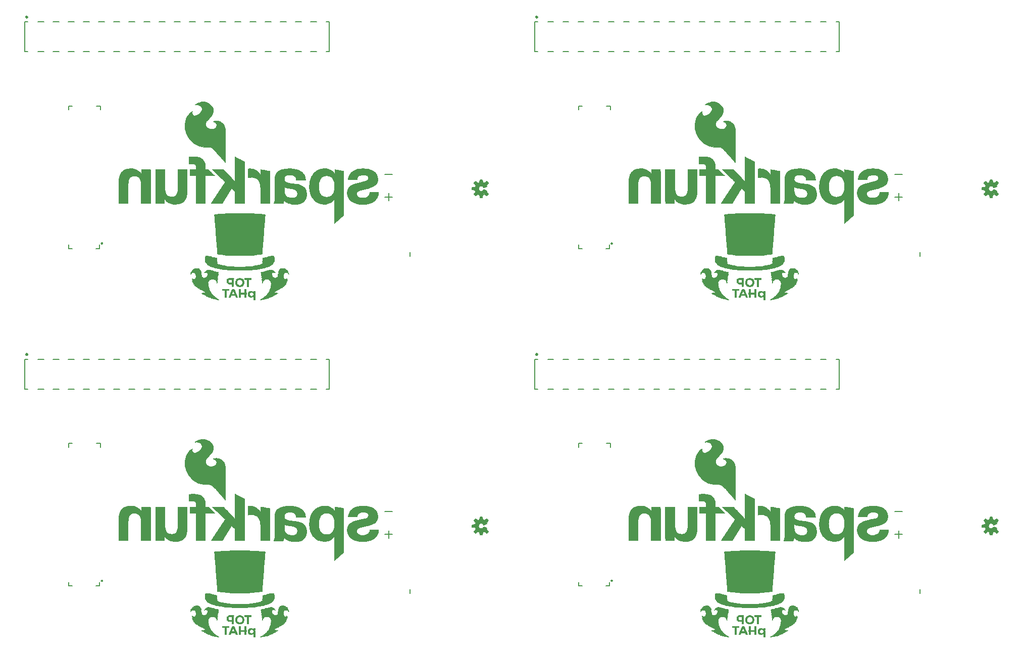
<source format=gbo>
G75*
%MOIN*%
%OFA0B0*%
%FSLAX25Y25*%
%IPPOS*%
%LPD*%
%AMOC8*
5,1,8,0,0,1.08239X$1,22.5*
%
%ADD10C,0.01000*%
%ADD11C,0.00800*%
%ADD12C,0.00300*%
%ADD13C,0.00591*%
%ADD14R,0.13425X0.00157*%
%ADD15R,0.19646X0.00197*%
%ADD16R,0.25276X0.00197*%
%ADD17R,0.29567X0.00197*%
%ADD18R,0.33031X0.00197*%
%ADD19R,0.33819X0.00197*%
%ADD20R,0.33622X0.00197*%
%ADD21R,0.33425X0.00157*%
%ADD22R,0.33425X0.00197*%
%ADD23R,0.33228X0.00197*%
%ADD24R,0.32835X0.00157*%
%ADD25R,0.32835X0.00197*%
%ADD26R,0.32677X0.00197*%
%ADD27R,0.32480X0.00197*%
%ADD28R,0.32480X0.00157*%
%ADD29R,0.32283X0.00197*%
%ADD30R,0.32087X0.00197*%
%ADD31R,0.31890X0.00197*%
%ADD32R,0.31890X0.00157*%
%ADD33R,0.31693X0.00197*%
%ADD34R,0.31496X0.00197*%
%ADD35R,0.31496X0.00157*%
%ADD36R,0.31299X0.00197*%
%ADD37R,0.31102X0.00197*%
%ADD38R,0.30906X0.00157*%
%ADD39R,0.30906X0.00197*%
%ADD40R,0.30709X0.00197*%
%ADD41R,0.30512X0.00197*%
%ADD42R,0.30512X0.00157*%
%ADD43R,0.30315X0.00197*%
%ADD44R,0.30157X0.00197*%
%ADD45R,0.30157X0.00157*%
%ADD46R,0.29961X0.00197*%
%ADD47R,0.29764X0.00197*%
%ADD48R,0.28386X0.00197*%
%ADD49R,0.25669X0.00197*%
%ADD50R,0.22756X0.00197*%
%ADD51R,0.19252X0.00197*%
%ADD52R,0.13228X0.00197*%
%ADD53R,0.01772X0.00157*%
%ADD54R,0.01732X0.00157*%
%ADD55R,0.03268X0.00197*%
%ADD56R,0.03110X0.00197*%
%ADD57R,0.03858X0.00197*%
%ADD58R,0.04094X0.00197*%
%ADD59R,0.04843X0.00197*%
%ADD60R,0.05630X0.00197*%
%ADD61R,0.05827X0.00197*%
%ADD62R,0.06772X0.00197*%
%ADD63R,0.06614X0.00197*%
%ADD64R,0.07362X0.00197*%
%ADD65R,0.07402X0.00197*%
%ADD66R,0.08150X0.00197*%
%ADD67R,0.07953X0.00197*%
%ADD68R,0.07953X0.00157*%
%ADD69R,0.08150X0.00157*%
%ADD70R,0.07756X0.00197*%
%ADD71R,0.07598X0.00197*%
%ADD72R,0.07559X0.00197*%
%ADD73R,0.07795X0.00197*%
%ADD74R,0.08346X0.00197*%
%ADD75R,0.08543X0.00197*%
%ADD76R,0.08583X0.00197*%
%ADD77R,0.09134X0.00197*%
%ADD78R,0.09921X0.00197*%
%ADD79R,0.10118X0.00197*%
%ADD80R,0.10472X0.00157*%
%ADD81R,0.10709X0.00157*%
%ADD82R,0.11457X0.00197*%
%ADD83R,0.13386X0.00197*%
%ADD84R,0.13622X0.00197*%
%ADD85R,0.15354X0.00197*%
%ADD86R,0.15157X0.00197*%
%ADD87R,0.37126X0.00197*%
%ADD88R,0.36181X0.00197*%
%ADD89R,0.34803X0.00197*%
%ADD90R,0.02126X0.00197*%
%ADD91R,0.03307X0.00197*%
%ADD92R,0.28189X0.00197*%
%ADD93R,0.03898X0.00197*%
%ADD94R,0.26457X0.00197*%
%ADD95R,0.03701X0.00197*%
%ADD96R,0.04291X0.00197*%
%ADD97R,0.23346X0.00197*%
%ADD98R,0.04685X0.00197*%
%ADD99R,0.20591X0.00197*%
%ADD100R,0.04646X0.00197*%
%ADD101R,0.05276X0.00197*%
%ADD102R,0.01575X0.00197*%
%ADD103R,0.16535X0.00197*%
%ADD104R,0.05039X0.00197*%
%ADD105R,0.05472X0.00197*%
%ADD106R,0.02520X0.00197*%
%ADD107R,0.10709X0.00197*%
%ADD108R,0.02717X0.00197*%
%ADD109R,0.05433X0.00197*%
%ADD110R,0.05827X0.00157*%
%ADD111R,0.03504X0.00157*%
%ADD112R,0.05630X0.00157*%
%ADD113R,0.06024X0.00197*%
%ADD114R,0.06220X0.00197*%
%ADD115R,0.06575X0.00197*%
%ADD116R,0.06417X0.00197*%
%ADD117R,0.08740X0.00197*%
%ADD118R,0.08937X0.00197*%
%ADD119R,0.09331X0.00197*%
%ADD120R,0.06811X0.00197*%
%ADD121R,0.09528X0.00197*%
%ADD122R,0.07008X0.00197*%
%ADD123R,0.00394X0.00197*%
%ADD124R,0.00591X0.00197*%
%ADD125R,0.00945X0.00197*%
%ADD126R,0.04252X0.00197*%
%ADD127R,0.04488X0.00197*%
%ADD128R,0.00984X0.00197*%
%ADD129R,0.00748X0.00197*%
%ADD130R,0.04055X0.00197*%
%ADD131R,0.00551X0.00197*%
%ADD132R,0.07205X0.00197*%
%ADD133R,0.00354X0.00197*%
%ADD134R,0.00197X0.00197*%
%ADD135R,0.03858X0.00157*%
%ADD136R,0.07205X0.00157*%
%ADD137R,0.07008X0.00157*%
%ADD138R,0.03898X0.00157*%
%ADD139R,0.07165X0.00197*%
%ADD140R,0.04449X0.00197*%
%ADD141R,0.07992X0.00197*%
%ADD142R,0.05236X0.00197*%
%ADD143R,0.14764X0.00197*%
%ADD144R,0.01181X0.00197*%
%ADD145R,0.14961X0.00197*%
%ADD146R,0.00787X0.00197*%
%ADD147R,0.16929X0.00197*%
%ADD148R,0.16693X0.00197*%
%ADD149R,0.12441X0.00197*%
%ADD150R,0.02323X0.00197*%
%ADD151R,0.12638X0.00197*%
%ADD152R,0.12047X0.00157*%
%ADD153R,0.01929X0.00157*%
%ADD154R,0.01181X0.00157*%
%ADD155R,0.01575X0.00157*%
%ADD156R,0.12244X0.00157*%
%ADD157R,0.11890X0.00197*%
%ADD158R,0.01772X0.00197*%
%ADD159R,0.01535X0.00197*%
%ADD160R,0.01378X0.00197*%
%ADD161R,0.11654X0.00197*%
%ADD162R,0.11693X0.00197*%
%ADD163R,0.01339X0.00197*%
%ADD164R,0.11496X0.00197*%
%ADD165R,0.01142X0.00197*%
%ADD166R,0.11260X0.00197*%
%ADD167R,0.11102X0.00197*%
%ADD168R,0.11063X0.00197*%
%ADD169R,0.10906X0.00197*%
%ADD170R,0.10866X0.00197*%
%ADD171R,0.10669X0.00197*%
%ADD172R,0.10512X0.00197*%
%ADD173R,0.10276X0.00197*%
%ADD174R,0.10315X0.00197*%
%ADD175R,0.09724X0.00197*%
%ADD176R,0.03504X0.00197*%
%ADD177R,0.09528X0.00157*%
%ADD178R,0.02165X0.00197*%
%ADD179R,0.02913X0.00197*%
%ADD180R,0.08386X0.00197*%
%ADD181R,0.01929X0.00197*%
%ADD182R,0.08189X0.00197*%
%ADD183R,0.05866X0.00157*%
%ADD184R,0.01142X0.00157*%
%ADD185R,0.01339X0.00157*%
%ADD186R,0.04685X0.00157*%
%ADD187R,0.05669X0.00197*%
%ADD188R,0.01969X0.00197*%
%ADD189R,0.05079X0.00197*%
%ADD190R,0.02362X0.00197*%
%ADD191R,0.04882X0.00197*%
%ADD192R,0.01732X0.00197*%
%ADD193R,0.06024X0.00157*%
%ADD194R,0.04449X0.00157*%
%ADD195R,0.06220X0.00157*%
%ADD196R,0.03465X0.00197*%
%ADD197R,0.02717X0.00157*%
%ADD198R,0.02559X0.00197*%
D10*
X0067036Y0254287D02*
X0067038Y0254329D01*
X0067044Y0254370D01*
X0067054Y0254411D01*
X0067068Y0254451D01*
X0067085Y0254489D01*
X0067106Y0254525D01*
X0067130Y0254559D01*
X0067158Y0254591D01*
X0067188Y0254620D01*
X0067221Y0254645D01*
X0067256Y0254668D01*
X0067293Y0254687D01*
X0067332Y0254703D01*
X0067372Y0254715D01*
X0067413Y0254723D01*
X0067455Y0254727D01*
X0067497Y0254727D01*
X0067539Y0254723D01*
X0067580Y0254715D01*
X0067620Y0254703D01*
X0067659Y0254687D01*
X0067696Y0254668D01*
X0067731Y0254645D01*
X0067764Y0254620D01*
X0067794Y0254591D01*
X0067822Y0254559D01*
X0067846Y0254525D01*
X0067867Y0254489D01*
X0067884Y0254451D01*
X0067898Y0254411D01*
X0067908Y0254370D01*
X0067914Y0254329D01*
X0067916Y0254287D01*
X0067914Y0254245D01*
X0067908Y0254204D01*
X0067898Y0254163D01*
X0067884Y0254123D01*
X0067867Y0254085D01*
X0067846Y0254049D01*
X0067822Y0254015D01*
X0067794Y0253983D01*
X0067764Y0253954D01*
X0067731Y0253929D01*
X0067696Y0253906D01*
X0067659Y0253887D01*
X0067620Y0253871D01*
X0067580Y0253859D01*
X0067539Y0253851D01*
X0067497Y0253847D01*
X0067455Y0253847D01*
X0067413Y0253851D01*
X0067372Y0253859D01*
X0067332Y0253871D01*
X0067293Y0253887D01*
X0067256Y0253906D01*
X0067221Y0253929D01*
X0067188Y0253954D01*
X0067158Y0253983D01*
X0067130Y0254015D01*
X0067106Y0254049D01*
X0067085Y0254085D01*
X0067068Y0254123D01*
X0067054Y0254163D01*
X0067044Y0254204D01*
X0067038Y0254245D01*
X0067036Y0254287D01*
X0067036Y0476759D02*
X0067038Y0476801D01*
X0067044Y0476842D01*
X0067054Y0476883D01*
X0067068Y0476923D01*
X0067085Y0476961D01*
X0067106Y0476997D01*
X0067130Y0477031D01*
X0067158Y0477063D01*
X0067188Y0477092D01*
X0067221Y0477117D01*
X0067256Y0477140D01*
X0067293Y0477159D01*
X0067332Y0477175D01*
X0067372Y0477187D01*
X0067413Y0477195D01*
X0067455Y0477199D01*
X0067497Y0477199D01*
X0067539Y0477195D01*
X0067580Y0477187D01*
X0067620Y0477175D01*
X0067659Y0477159D01*
X0067696Y0477140D01*
X0067731Y0477117D01*
X0067764Y0477092D01*
X0067794Y0477063D01*
X0067822Y0477031D01*
X0067846Y0476997D01*
X0067867Y0476961D01*
X0067884Y0476923D01*
X0067898Y0476883D01*
X0067908Y0476842D01*
X0067914Y0476801D01*
X0067916Y0476759D01*
X0067914Y0476717D01*
X0067908Y0476676D01*
X0067898Y0476635D01*
X0067884Y0476595D01*
X0067867Y0476557D01*
X0067846Y0476521D01*
X0067822Y0476487D01*
X0067794Y0476455D01*
X0067764Y0476426D01*
X0067731Y0476401D01*
X0067696Y0476378D01*
X0067659Y0476359D01*
X0067620Y0476343D01*
X0067580Y0476331D01*
X0067539Y0476323D01*
X0067497Y0476319D01*
X0067455Y0476319D01*
X0067413Y0476323D01*
X0067372Y0476331D01*
X0067332Y0476343D01*
X0067293Y0476359D01*
X0067256Y0476378D01*
X0067221Y0476401D01*
X0067188Y0476426D01*
X0067158Y0476455D01*
X0067130Y0476487D01*
X0067106Y0476521D01*
X0067085Y0476557D01*
X0067068Y0476595D01*
X0067054Y0476635D01*
X0067044Y0476676D01*
X0067038Y0476717D01*
X0067036Y0476759D01*
X0403681Y0476759D02*
X0403683Y0476801D01*
X0403689Y0476842D01*
X0403699Y0476883D01*
X0403713Y0476923D01*
X0403730Y0476961D01*
X0403751Y0476997D01*
X0403775Y0477031D01*
X0403803Y0477063D01*
X0403833Y0477092D01*
X0403866Y0477117D01*
X0403901Y0477140D01*
X0403938Y0477159D01*
X0403977Y0477175D01*
X0404017Y0477187D01*
X0404058Y0477195D01*
X0404100Y0477199D01*
X0404142Y0477199D01*
X0404184Y0477195D01*
X0404225Y0477187D01*
X0404265Y0477175D01*
X0404304Y0477159D01*
X0404341Y0477140D01*
X0404376Y0477117D01*
X0404409Y0477092D01*
X0404439Y0477063D01*
X0404467Y0477031D01*
X0404491Y0476997D01*
X0404512Y0476961D01*
X0404529Y0476923D01*
X0404543Y0476883D01*
X0404553Y0476842D01*
X0404559Y0476801D01*
X0404561Y0476759D01*
X0404559Y0476717D01*
X0404553Y0476676D01*
X0404543Y0476635D01*
X0404529Y0476595D01*
X0404512Y0476557D01*
X0404491Y0476521D01*
X0404467Y0476487D01*
X0404439Y0476455D01*
X0404409Y0476426D01*
X0404376Y0476401D01*
X0404341Y0476378D01*
X0404304Y0476359D01*
X0404265Y0476343D01*
X0404225Y0476331D01*
X0404184Y0476323D01*
X0404142Y0476319D01*
X0404100Y0476319D01*
X0404058Y0476323D01*
X0404017Y0476331D01*
X0403977Y0476343D01*
X0403938Y0476359D01*
X0403901Y0476378D01*
X0403866Y0476401D01*
X0403833Y0476426D01*
X0403803Y0476455D01*
X0403775Y0476487D01*
X0403751Y0476521D01*
X0403730Y0476557D01*
X0403713Y0476595D01*
X0403699Y0476635D01*
X0403689Y0476676D01*
X0403683Y0476717D01*
X0403681Y0476759D01*
X0403681Y0254287D02*
X0403683Y0254329D01*
X0403689Y0254370D01*
X0403699Y0254411D01*
X0403713Y0254451D01*
X0403730Y0254489D01*
X0403751Y0254525D01*
X0403775Y0254559D01*
X0403803Y0254591D01*
X0403833Y0254620D01*
X0403866Y0254645D01*
X0403901Y0254668D01*
X0403938Y0254687D01*
X0403977Y0254703D01*
X0404017Y0254715D01*
X0404058Y0254723D01*
X0404100Y0254727D01*
X0404142Y0254727D01*
X0404184Y0254723D01*
X0404225Y0254715D01*
X0404265Y0254703D01*
X0404304Y0254687D01*
X0404341Y0254668D01*
X0404376Y0254645D01*
X0404409Y0254620D01*
X0404439Y0254591D01*
X0404467Y0254559D01*
X0404491Y0254525D01*
X0404512Y0254489D01*
X0404529Y0254451D01*
X0404543Y0254411D01*
X0404553Y0254370D01*
X0404559Y0254329D01*
X0404561Y0254287D01*
X0404559Y0254245D01*
X0404553Y0254204D01*
X0404543Y0254163D01*
X0404529Y0254123D01*
X0404512Y0254085D01*
X0404491Y0254049D01*
X0404467Y0254015D01*
X0404439Y0253983D01*
X0404409Y0253954D01*
X0404376Y0253929D01*
X0404341Y0253906D01*
X0404304Y0253887D01*
X0404265Y0253871D01*
X0404225Y0253859D01*
X0404184Y0253851D01*
X0404142Y0253847D01*
X0404100Y0253847D01*
X0404058Y0253851D01*
X0404017Y0253859D01*
X0403977Y0253871D01*
X0403938Y0253887D01*
X0403901Y0253906D01*
X0403866Y0253929D01*
X0403833Y0253954D01*
X0403803Y0253983D01*
X0403775Y0254015D01*
X0403751Y0254049D01*
X0403730Y0254085D01*
X0403713Y0254123D01*
X0403699Y0254163D01*
X0403689Y0254204D01*
X0403683Y0254245D01*
X0403681Y0254287D01*
D11*
X0095236Y0103961D02*
X0095236Y0101461D01*
X0097736Y0101461D01*
X0113236Y0101461D02*
X0115736Y0101461D01*
X0115736Y0103961D01*
X0116836Y0104961D02*
X0116838Y0105001D01*
X0116844Y0105040D01*
X0116854Y0105079D01*
X0116867Y0105116D01*
X0116885Y0105152D01*
X0116906Y0105186D01*
X0116930Y0105218D01*
X0116957Y0105247D01*
X0116987Y0105274D01*
X0117019Y0105297D01*
X0117054Y0105317D01*
X0117090Y0105333D01*
X0117128Y0105346D01*
X0117167Y0105355D01*
X0117206Y0105360D01*
X0117246Y0105361D01*
X0117286Y0105358D01*
X0117325Y0105351D01*
X0117363Y0105340D01*
X0117401Y0105326D01*
X0117436Y0105307D01*
X0117469Y0105286D01*
X0117501Y0105261D01*
X0117529Y0105233D01*
X0117555Y0105203D01*
X0117577Y0105170D01*
X0117596Y0105135D01*
X0117612Y0105098D01*
X0117624Y0105060D01*
X0117632Y0105021D01*
X0117636Y0104981D01*
X0117636Y0104941D01*
X0117632Y0104901D01*
X0117624Y0104862D01*
X0117612Y0104824D01*
X0117596Y0104787D01*
X0117577Y0104752D01*
X0117555Y0104719D01*
X0117529Y0104689D01*
X0117501Y0104661D01*
X0117469Y0104636D01*
X0117436Y0104615D01*
X0117401Y0104596D01*
X0117363Y0104582D01*
X0117325Y0104571D01*
X0117286Y0104564D01*
X0117246Y0104561D01*
X0117206Y0104562D01*
X0117167Y0104567D01*
X0117128Y0104576D01*
X0117090Y0104589D01*
X0117054Y0104605D01*
X0117019Y0104625D01*
X0116987Y0104648D01*
X0116957Y0104675D01*
X0116930Y0104704D01*
X0116906Y0104736D01*
X0116885Y0104770D01*
X0116867Y0104806D01*
X0116854Y0104843D01*
X0116844Y0104882D01*
X0116838Y0104921D01*
X0116836Y0104961D01*
X0116236Y0192961D02*
X0116236Y0195461D01*
X0113736Y0195461D01*
X0097736Y0195461D02*
X0095236Y0195461D01*
X0095236Y0192961D01*
X0094917Y0231335D02*
X0098854Y0231335D01*
X0104917Y0231335D02*
X0108854Y0231335D01*
X0114917Y0231335D02*
X0118854Y0231335D01*
X0124917Y0231335D02*
X0128854Y0231335D01*
X0134917Y0231335D02*
X0138854Y0231335D01*
X0144917Y0231335D02*
X0148854Y0231335D01*
X0154917Y0231335D02*
X0158854Y0231335D01*
X0164917Y0231335D02*
X0168854Y0231335D01*
X0174917Y0231335D02*
X0178854Y0231335D01*
X0184917Y0231335D02*
X0188854Y0231335D01*
X0194917Y0231335D02*
X0198854Y0231335D01*
X0204917Y0231335D02*
X0208854Y0231335D01*
X0214917Y0231335D02*
X0218854Y0231335D01*
X0224917Y0231335D02*
X0228854Y0231335D01*
X0234917Y0231335D02*
X0238854Y0231335D01*
X0244917Y0231335D02*
X0248854Y0231335D01*
X0254917Y0231335D02*
X0258854Y0231335D01*
X0265385Y0231335D02*
X0267279Y0231335D01*
X0267279Y0251020D01*
X0265385Y0251020D01*
X0258854Y0251020D02*
X0254917Y0251020D01*
X0248854Y0251020D02*
X0244917Y0251020D01*
X0238854Y0251020D02*
X0234917Y0251020D01*
X0228854Y0251020D02*
X0224917Y0251020D01*
X0218854Y0251020D02*
X0214917Y0251020D01*
X0208854Y0251020D02*
X0204917Y0251020D01*
X0198854Y0251020D02*
X0194917Y0251020D01*
X0188854Y0251020D02*
X0184917Y0251020D01*
X0178854Y0251020D02*
X0174917Y0251020D01*
X0168854Y0251020D02*
X0164917Y0251020D01*
X0158854Y0251020D02*
X0154917Y0251020D01*
X0148854Y0251020D02*
X0144917Y0251020D01*
X0138854Y0251020D02*
X0134917Y0251020D01*
X0128854Y0251020D02*
X0124917Y0251020D01*
X0118854Y0251020D02*
X0114917Y0251020D01*
X0108854Y0251020D02*
X0104917Y0251020D01*
X0098854Y0251020D02*
X0094917Y0251020D01*
X0088854Y0251020D02*
X0084917Y0251020D01*
X0078854Y0251020D02*
X0074917Y0251020D01*
X0068385Y0251020D02*
X0066491Y0251020D01*
X0066491Y0231335D01*
X0068385Y0231335D01*
X0074917Y0231335D02*
X0078854Y0231335D01*
X0084917Y0231335D02*
X0088854Y0231335D01*
X0095236Y0323933D02*
X0095236Y0326433D01*
X0095236Y0323933D02*
X0097736Y0323933D01*
X0113236Y0323933D02*
X0115736Y0323933D01*
X0115736Y0326433D01*
X0116836Y0327433D02*
X0116838Y0327473D01*
X0116844Y0327512D01*
X0116854Y0327551D01*
X0116867Y0327588D01*
X0116885Y0327624D01*
X0116906Y0327658D01*
X0116930Y0327690D01*
X0116957Y0327719D01*
X0116987Y0327746D01*
X0117019Y0327769D01*
X0117054Y0327789D01*
X0117090Y0327805D01*
X0117128Y0327818D01*
X0117167Y0327827D01*
X0117206Y0327832D01*
X0117246Y0327833D01*
X0117286Y0327830D01*
X0117325Y0327823D01*
X0117363Y0327812D01*
X0117401Y0327798D01*
X0117436Y0327779D01*
X0117469Y0327758D01*
X0117501Y0327733D01*
X0117529Y0327705D01*
X0117555Y0327675D01*
X0117577Y0327642D01*
X0117596Y0327607D01*
X0117612Y0327570D01*
X0117624Y0327532D01*
X0117632Y0327493D01*
X0117636Y0327453D01*
X0117636Y0327413D01*
X0117632Y0327373D01*
X0117624Y0327334D01*
X0117612Y0327296D01*
X0117596Y0327259D01*
X0117577Y0327224D01*
X0117555Y0327191D01*
X0117529Y0327161D01*
X0117501Y0327133D01*
X0117469Y0327108D01*
X0117436Y0327087D01*
X0117401Y0327068D01*
X0117363Y0327054D01*
X0117325Y0327043D01*
X0117286Y0327036D01*
X0117246Y0327033D01*
X0117206Y0327034D01*
X0117167Y0327039D01*
X0117128Y0327048D01*
X0117090Y0327061D01*
X0117054Y0327077D01*
X0117019Y0327097D01*
X0116987Y0327120D01*
X0116957Y0327147D01*
X0116930Y0327176D01*
X0116906Y0327208D01*
X0116885Y0327242D01*
X0116867Y0327278D01*
X0116854Y0327315D01*
X0116844Y0327354D01*
X0116838Y0327393D01*
X0116836Y0327433D01*
X0116236Y0415433D02*
X0116236Y0417933D01*
X0113736Y0417933D01*
X0097736Y0417933D02*
X0095236Y0417933D01*
X0095236Y0415433D01*
X0094917Y0453807D02*
X0098854Y0453807D01*
X0104917Y0453807D02*
X0108854Y0453807D01*
X0114917Y0453807D02*
X0118854Y0453807D01*
X0124917Y0453807D02*
X0128854Y0453807D01*
X0134917Y0453807D02*
X0138854Y0453807D01*
X0144917Y0453807D02*
X0148854Y0453807D01*
X0154917Y0453807D02*
X0158854Y0453807D01*
X0164917Y0453807D02*
X0168854Y0453807D01*
X0174917Y0453807D02*
X0178854Y0453807D01*
X0184917Y0453807D02*
X0188854Y0453807D01*
X0194917Y0453807D02*
X0198854Y0453807D01*
X0204917Y0453807D02*
X0208854Y0453807D01*
X0214917Y0453807D02*
X0218854Y0453807D01*
X0224917Y0453807D02*
X0228854Y0453807D01*
X0234917Y0453807D02*
X0238854Y0453807D01*
X0244917Y0453807D02*
X0248854Y0453807D01*
X0254917Y0453807D02*
X0258854Y0453807D01*
X0265385Y0453807D02*
X0267279Y0453807D01*
X0267279Y0473492D01*
X0265385Y0473492D01*
X0258854Y0473492D02*
X0254917Y0473492D01*
X0248854Y0473492D02*
X0244917Y0473492D01*
X0238854Y0473492D02*
X0234917Y0473492D01*
X0228854Y0473492D02*
X0224917Y0473492D01*
X0218854Y0473492D02*
X0214917Y0473492D01*
X0208854Y0473492D02*
X0204917Y0473492D01*
X0198854Y0473492D02*
X0194917Y0473492D01*
X0188854Y0473492D02*
X0184917Y0473492D01*
X0178854Y0473492D02*
X0174917Y0473492D01*
X0168854Y0473492D02*
X0164917Y0473492D01*
X0158854Y0473492D02*
X0154917Y0473492D01*
X0148854Y0473492D02*
X0144917Y0473492D01*
X0138854Y0473492D02*
X0134917Y0473492D01*
X0128854Y0473492D02*
X0124917Y0473492D01*
X0118854Y0473492D02*
X0114917Y0473492D01*
X0108854Y0473492D02*
X0104917Y0473492D01*
X0098854Y0473492D02*
X0094917Y0473492D01*
X0088854Y0473492D02*
X0084917Y0473492D01*
X0078854Y0473492D02*
X0074917Y0473492D01*
X0068385Y0473492D02*
X0066491Y0473492D01*
X0066491Y0453807D01*
X0068385Y0453807D01*
X0074917Y0453807D02*
X0078854Y0453807D01*
X0084917Y0453807D02*
X0088854Y0453807D01*
X0304149Y0372921D02*
X0309149Y0372921D01*
X0306649Y0360421D02*
X0306649Y0355421D01*
X0304149Y0357921D02*
X0309149Y0357921D01*
X0320654Y0321703D02*
X0320654Y0319003D01*
X0403137Y0251020D02*
X0405031Y0251020D01*
X0403137Y0251020D02*
X0403137Y0231335D01*
X0405031Y0231335D01*
X0411562Y0231335D02*
X0415499Y0231335D01*
X0421562Y0231335D02*
X0425499Y0231335D01*
X0431562Y0231335D02*
X0435499Y0231335D01*
X0441562Y0231335D02*
X0445499Y0231335D01*
X0451562Y0231335D02*
X0455499Y0231335D01*
X0461562Y0231335D02*
X0465499Y0231335D01*
X0471562Y0231335D02*
X0475499Y0231335D01*
X0481562Y0231335D02*
X0485499Y0231335D01*
X0491562Y0231335D02*
X0495499Y0231335D01*
X0501562Y0231335D02*
X0505499Y0231335D01*
X0511562Y0231335D02*
X0515499Y0231335D01*
X0521562Y0231335D02*
X0525499Y0231335D01*
X0531562Y0231335D02*
X0535499Y0231335D01*
X0541562Y0231335D02*
X0545499Y0231335D01*
X0551562Y0231335D02*
X0555499Y0231335D01*
X0561562Y0231335D02*
X0565499Y0231335D01*
X0571562Y0231335D02*
X0575499Y0231335D01*
X0581562Y0231335D02*
X0585499Y0231335D01*
X0591562Y0231335D02*
X0595499Y0231335D01*
X0602031Y0231335D02*
X0603925Y0231335D01*
X0603925Y0251020D01*
X0602031Y0251020D01*
X0595499Y0251020D02*
X0591562Y0251020D01*
X0585499Y0251020D02*
X0581562Y0251020D01*
X0575499Y0251020D02*
X0571562Y0251020D01*
X0565499Y0251020D02*
X0561562Y0251020D01*
X0555499Y0251020D02*
X0551562Y0251020D01*
X0545499Y0251020D02*
X0541562Y0251020D01*
X0535499Y0251020D02*
X0531562Y0251020D01*
X0525499Y0251020D02*
X0521562Y0251020D01*
X0515499Y0251020D02*
X0511562Y0251020D01*
X0505499Y0251020D02*
X0501562Y0251020D01*
X0495499Y0251020D02*
X0491562Y0251020D01*
X0485499Y0251020D02*
X0481562Y0251020D01*
X0475499Y0251020D02*
X0471562Y0251020D01*
X0465499Y0251020D02*
X0461562Y0251020D01*
X0455499Y0251020D02*
X0451562Y0251020D01*
X0445499Y0251020D02*
X0441562Y0251020D01*
X0435499Y0251020D02*
X0431562Y0251020D01*
X0425499Y0251020D02*
X0421562Y0251020D01*
X0415499Y0251020D02*
X0411562Y0251020D01*
X0431881Y0195461D02*
X0431881Y0192961D01*
X0431881Y0195461D02*
X0434381Y0195461D01*
X0450381Y0195461D02*
X0452881Y0195461D01*
X0452881Y0192961D01*
X0453481Y0104961D02*
X0453483Y0105001D01*
X0453489Y0105040D01*
X0453499Y0105079D01*
X0453512Y0105116D01*
X0453530Y0105152D01*
X0453551Y0105186D01*
X0453575Y0105218D01*
X0453602Y0105247D01*
X0453632Y0105274D01*
X0453664Y0105297D01*
X0453699Y0105317D01*
X0453735Y0105333D01*
X0453773Y0105346D01*
X0453812Y0105355D01*
X0453851Y0105360D01*
X0453891Y0105361D01*
X0453931Y0105358D01*
X0453970Y0105351D01*
X0454008Y0105340D01*
X0454046Y0105326D01*
X0454081Y0105307D01*
X0454114Y0105286D01*
X0454146Y0105261D01*
X0454174Y0105233D01*
X0454200Y0105203D01*
X0454222Y0105170D01*
X0454241Y0105135D01*
X0454257Y0105098D01*
X0454269Y0105060D01*
X0454277Y0105021D01*
X0454281Y0104981D01*
X0454281Y0104941D01*
X0454277Y0104901D01*
X0454269Y0104862D01*
X0454257Y0104824D01*
X0454241Y0104787D01*
X0454222Y0104752D01*
X0454200Y0104719D01*
X0454174Y0104689D01*
X0454146Y0104661D01*
X0454114Y0104636D01*
X0454081Y0104615D01*
X0454046Y0104596D01*
X0454008Y0104582D01*
X0453970Y0104571D01*
X0453931Y0104564D01*
X0453891Y0104561D01*
X0453851Y0104562D01*
X0453812Y0104567D01*
X0453773Y0104576D01*
X0453735Y0104589D01*
X0453699Y0104605D01*
X0453664Y0104625D01*
X0453632Y0104648D01*
X0453602Y0104675D01*
X0453575Y0104704D01*
X0453551Y0104736D01*
X0453530Y0104770D01*
X0453512Y0104806D01*
X0453499Y0104843D01*
X0453489Y0104882D01*
X0453483Y0104921D01*
X0453481Y0104961D01*
X0452381Y0103961D02*
X0452381Y0101461D01*
X0449881Y0101461D01*
X0434381Y0101461D02*
X0431881Y0101461D01*
X0431881Y0103961D01*
X0320654Y0099231D02*
X0320654Y0096531D01*
X0306649Y0132949D02*
X0306649Y0137949D01*
X0304149Y0135449D02*
X0309149Y0135449D01*
X0309149Y0150449D02*
X0304149Y0150449D01*
X0431881Y0323933D02*
X0431881Y0326433D01*
X0431881Y0323933D02*
X0434381Y0323933D01*
X0449881Y0323933D02*
X0452381Y0323933D01*
X0452381Y0326433D01*
X0453481Y0327433D02*
X0453483Y0327473D01*
X0453489Y0327512D01*
X0453499Y0327551D01*
X0453512Y0327588D01*
X0453530Y0327624D01*
X0453551Y0327658D01*
X0453575Y0327690D01*
X0453602Y0327719D01*
X0453632Y0327746D01*
X0453664Y0327769D01*
X0453699Y0327789D01*
X0453735Y0327805D01*
X0453773Y0327818D01*
X0453812Y0327827D01*
X0453851Y0327832D01*
X0453891Y0327833D01*
X0453931Y0327830D01*
X0453970Y0327823D01*
X0454008Y0327812D01*
X0454046Y0327798D01*
X0454081Y0327779D01*
X0454114Y0327758D01*
X0454146Y0327733D01*
X0454174Y0327705D01*
X0454200Y0327675D01*
X0454222Y0327642D01*
X0454241Y0327607D01*
X0454257Y0327570D01*
X0454269Y0327532D01*
X0454277Y0327493D01*
X0454281Y0327453D01*
X0454281Y0327413D01*
X0454277Y0327373D01*
X0454269Y0327334D01*
X0454257Y0327296D01*
X0454241Y0327259D01*
X0454222Y0327224D01*
X0454200Y0327191D01*
X0454174Y0327161D01*
X0454146Y0327133D01*
X0454114Y0327108D01*
X0454081Y0327087D01*
X0454046Y0327068D01*
X0454008Y0327054D01*
X0453970Y0327043D01*
X0453931Y0327036D01*
X0453891Y0327033D01*
X0453851Y0327034D01*
X0453812Y0327039D01*
X0453773Y0327048D01*
X0453735Y0327061D01*
X0453699Y0327077D01*
X0453664Y0327097D01*
X0453632Y0327120D01*
X0453602Y0327147D01*
X0453575Y0327176D01*
X0453551Y0327208D01*
X0453530Y0327242D01*
X0453512Y0327278D01*
X0453499Y0327315D01*
X0453489Y0327354D01*
X0453483Y0327393D01*
X0453481Y0327433D01*
X0452881Y0415433D02*
X0452881Y0417933D01*
X0450381Y0417933D01*
X0434381Y0417933D02*
X0431881Y0417933D01*
X0431881Y0415433D01*
X0431562Y0453807D02*
X0435499Y0453807D01*
X0441562Y0453807D02*
X0445499Y0453807D01*
X0451562Y0453807D02*
X0455499Y0453807D01*
X0461562Y0453807D02*
X0465499Y0453807D01*
X0471562Y0453807D02*
X0475499Y0453807D01*
X0481562Y0453807D02*
X0485499Y0453807D01*
X0491562Y0453807D02*
X0495499Y0453807D01*
X0501562Y0453807D02*
X0505499Y0453807D01*
X0511562Y0453807D02*
X0515499Y0453807D01*
X0521562Y0453807D02*
X0525499Y0453807D01*
X0531562Y0453807D02*
X0535499Y0453807D01*
X0541562Y0453807D02*
X0545499Y0453807D01*
X0551562Y0453807D02*
X0555499Y0453807D01*
X0561562Y0453807D02*
X0565499Y0453807D01*
X0571562Y0453807D02*
X0575499Y0453807D01*
X0581562Y0453807D02*
X0585499Y0453807D01*
X0591562Y0453807D02*
X0595499Y0453807D01*
X0602031Y0453807D02*
X0603925Y0453807D01*
X0603925Y0473492D01*
X0602031Y0473492D01*
X0595499Y0473492D02*
X0591562Y0473492D01*
X0585499Y0473492D02*
X0581562Y0473492D01*
X0575499Y0473492D02*
X0571562Y0473492D01*
X0565499Y0473492D02*
X0561562Y0473492D01*
X0555499Y0473492D02*
X0551562Y0473492D01*
X0545499Y0473492D02*
X0541562Y0473492D01*
X0535499Y0473492D02*
X0531562Y0473492D01*
X0525499Y0473492D02*
X0521562Y0473492D01*
X0515499Y0473492D02*
X0511562Y0473492D01*
X0505499Y0473492D02*
X0501562Y0473492D01*
X0495499Y0473492D02*
X0491562Y0473492D01*
X0485499Y0473492D02*
X0481562Y0473492D01*
X0475499Y0473492D02*
X0471562Y0473492D01*
X0465499Y0473492D02*
X0461562Y0473492D01*
X0455499Y0473492D02*
X0451562Y0473492D01*
X0445499Y0473492D02*
X0441562Y0473492D01*
X0435499Y0473492D02*
X0431562Y0473492D01*
X0425499Y0473492D02*
X0421562Y0473492D01*
X0415499Y0473492D02*
X0411562Y0473492D01*
X0405031Y0473492D02*
X0403137Y0473492D01*
X0403137Y0453807D01*
X0405031Y0453807D01*
X0411562Y0453807D02*
X0415499Y0453807D01*
X0421562Y0453807D02*
X0425499Y0453807D01*
X0640795Y0372921D02*
X0645795Y0372921D01*
X0643295Y0360421D02*
X0643295Y0355421D01*
X0640795Y0357921D02*
X0645795Y0357921D01*
X0657300Y0321703D02*
X0657300Y0319003D01*
X0645795Y0150449D02*
X0640795Y0150449D01*
X0643295Y0137949D02*
X0643295Y0132949D01*
X0640795Y0135449D02*
X0645795Y0135449D01*
X0657300Y0099231D02*
X0657300Y0096531D01*
D12*
X0613334Y0123579D02*
X0613334Y0152673D01*
X0612625Y0152791D01*
X0611877Y0152909D01*
X0611169Y0153067D01*
X0610421Y0153185D01*
X0609712Y0153303D01*
X0608964Y0153421D01*
X0608255Y0153579D01*
X0607507Y0153697D01*
X0607507Y0150862D01*
X0607468Y0150862D01*
X0606877Y0151689D01*
X0606208Y0152398D01*
X0605460Y0152988D01*
X0604633Y0153461D01*
X0603767Y0153854D01*
X0602822Y0154091D01*
X0601877Y0154248D01*
X0600854Y0154287D01*
X0598413Y0154051D01*
X0596326Y0153303D01*
X0594594Y0152161D01*
X0593176Y0150705D01*
X0592074Y0148894D01*
X0591326Y0146886D01*
X0590893Y0144642D01*
X0590736Y0142319D01*
X0596838Y0142476D01*
X0596917Y0143815D01*
X0597153Y0145114D01*
X0597507Y0146335D01*
X0598058Y0147437D01*
X0598767Y0148343D01*
X0599712Y0149051D01*
X0600814Y0149524D01*
X0602192Y0149681D01*
X0603570Y0149524D01*
X0604712Y0149091D01*
X0605617Y0148382D01*
X0606326Y0147437D01*
X0606877Y0146374D01*
X0607232Y0145154D01*
X0607428Y0143854D01*
X0607468Y0142476D01*
X0607428Y0141138D01*
X0607192Y0139878D01*
X0606838Y0138657D01*
X0606287Y0137594D01*
X0605578Y0136728D01*
X0604633Y0136020D01*
X0603491Y0135587D01*
X0602153Y0135429D01*
X0600775Y0135587D01*
X0599633Y0136020D01*
X0598688Y0136728D01*
X0597980Y0137594D01*
X0597468Y0138657D01*
X0592113Y0136059D01*
X0593176Y0134327D01*
X0594554Y0132909D01*
X0596208Y0131768D01*
X0598216Y0131059D01*
X0600499Y0130823D01*
X0601523Y0130862D01*
X0602468Y0131059D01*
X0603413Y0131295D01*
X0604318Y0131689D01*
X0605145Y0132161D01*
X0605893Y0132752D01*
X0606562Y0133421D01*
X0607192Y0134169D01*
X0607232Y0134169D01*
X0607232Y0118146D01*
X0607980Y0118815D01*
X0608728Y0119524D01*
X0609515Y0120193D01*
X0610263Y0120862D01*
X0611050Y0121571D01*
X0611799Y0122240D01*
X0612586Y0122909D01*
X0613334Y0123579D01*
X0613334Y0123637D02*
X0607232Y0123637D01*
X0607232Y0123339D02*
X0613066Y0123339D01*
X0612732Y0123040D02*
X0607232Y0123040D01*
X0607232Y0122742D02*
X0612389Y0122742D01*
X0612038Y0122443D02*
X0607232Y0122443D01*
X0607232Y0122145D02*
X0611692Y0122145D01*
X0611358Y0121846D02*
X0607232Y0121846D01*
X0607232Y0121548D02*
X0611025Y0121548D01*
X0610693Y0121249D02*
X0607232Y0121249D01*
X0607232Y0120951D02*
X0610362Y0120951D01*
X0610029Y0120652D02*
X0607232Y0120652D01*
X0607232Y0120354D02*
X0609695Y0120354D01*
X0609353Y0120055D02*
X0607232Y0120055D01*
X0607232Y0119757D02*
X0609002Y0119757D01*
X0608659Y0119458D02*
X0607232Y0119458D01*
X0607232Y0119160D02*
X0608344Y0119160D01*
X0608029Y0118861D02*
X0607232Y0118861D01*
X0607232Y0118563D02*
X0607698Y0118563D01*
X0607364Y0118264D02*
X0607232Y0118264D01*
X0607232Y0123936D02*
X0613334Y0123936D01*
X0613334Y0124234D02*
X0607232Y0124234D01*
X0607232Y0124533D02*
X0613334Y0124533D01*
X0613334Y0124832D02*
X0607232Y0124832D01*
X0607232Y0125130D02*
X0613334Y0125130D01*
X0613334Y0125429D02*
X0607232Y0125429D01*
X0607232Y0125727D02*
X0613334Y0125727D01*
X0613334Y0126026D02*
X0607232Y0126026D01*
X0607232Y0126324D02*
X0613334Y0126324D01*
X0613334Y0126623D02*
X0607232Y0126623D01*
X0607232Y0126921D02*
X0613334Y0126921D01*
X0613334Y0127220D02*
X0607232Y0127220D01*
X0607232Y0127518D02*
X0613334Y0127518D01*
X0613334Y0127817D02*
X0607232Y0127817D01*
X0607232Y0128115D02*
X0613334Y0128115D01*
X0613334Y0128414D02*
X0607232Y0128414D01*
X0607232Y0128712D02*
X0613334Y0128712D01*
X0613334Y0129011D02*
X0607232Y0129011D01*
X0607232Y0129309D02*
X0613334Y0129309D01*
X0613334Y0129608D02*
X0607232Y0129608D01*
X0607232Y0129906D02*
X0613334Y0129906D01*
X0613334Y0130205D02*
X0607232Y0130205D01*
X0607232Y0130503D02*
X0613334Y0130503D01*
X0613334Y0130802D02*
X0607232Y0130802D01*
X0607232Y0131100D02*
X0613334Y0131100D01*
X0613334Y0131399D02*
X0607232Y0131399D01*
X0607232Y0131697D02*
X0613334Y0131697D01*
X0613334Y0131996D02*
X0607232Y0131996D01*
X0607232Y0132294D02*
X0613334Y0132294D01*
X0613334Y0132593D02*
X0607232Y0132593D01*
X0607232Y0132891D02*
X0613334Y0132891D01*
X0613334Y0133190D02*
X0607232Y0133190D01*
X0607232Y0133488D02*
X0613334Y0133488D01*
X0613334Y0133787D02*
X0607232Y0133787D01*
X0607232Y0134085D02*
X0613334Y0134085D01*
X0613334Y0134384D02*
X0593141Y0134384D01*
X0592958Y0134682D02*
X0613334Y0134682D01*
X0613334Y0134981D02*
X0592775Y0134981D01*
X0592592Y0135279D02*
X0613334Y0135279D01*
X0613334Y0135578D02*
X0603418Y0135578D01*
X0604256Y0135876D02*
X0613334Y0135876D01*
X0613334Y0136175D02*
X0604840Y0136175D01*
X0605238Y0136473D02*
X0613334Y0136473D01*
X0613334Y0136772D02*
X0605614Y0136772D01*
X0605858Y0137070D02*
X0613334Y0137070D01*
X0613334Y0137369D02*
X0606102Y0137369D01*
X0606325Y0137668D02*
X0613334Y0137668D01*
X0613334Y0137966D02*
X0606479Y0137966D01*
X0606634Y0138265D02*
X0613334Y0138265D01*
X0613334Y0138563D02*
X0606789Y0138563D01*
X0606897Y0138862D02*
X0613334Y0138862D01*
X0613334Y0139160D02*
X0606984Y0139160D01*
X0607070Y0139459D02*
X0613334Y0139459D01*
X0613334Y0139757D02*
X0607157Y0139757D01*
X0607226Y0140056D02*
X0613334Y0140056D01*
X0613334Y0140354D02*
X0607282Y0140354D01*
X0607337Y0140653D02*
X0613334Y0140653D01*
X0613334Y0140951D02*
X0607393Y0140951D01*
X0607432Y0141250D02*
X0613334Y0141250D01*
X0613334Y0141548D02*
X0607441Y0141548D01*
X0607449Y0141847D02*
X0613334Y0141847D01*
X0613334Y0142145D02*
X0607458Y0142145D01*
X0607467Y0142444D02*
X0613334Y0142444D01*
X0613334Y0142742D02*
X0607460Y0142742D01*
X0607452Y0143041D02*
X0613334Y0143041D01*
X0613334Y0143339D02*
X0607443Y0143339D01*
X0607435Y0143638D02*
X0613334Y0143638D01*
X0613334Y0143936D02*
X0607416Y0143936D01*
X0607371Y0144235D02*
X0613334Y0144235D01*
X0613334Y0144533D02*
X0607326Y0144533D01*
X0607280Y0144832D02*
X0613334Y0144832D01*
X0613334Y0145130D02*
X0607235Y0145130D01*
X0607152Y0145429D02*
X0613334Y0145429D01*
X0613334Y0145727D02*
X0607065Y0145727D01*
X0606978Y0146026D02*
X0613334Y0146026D01*
X0613334Y0146324D02*
X0606892Y0146324D01*
X0606748Y0146623D02*
X0613334Y0146623D01*
X0613334Y0146921D02*
X0606593Y0146921D01*
X0606439Y0147220D02*
X0613334Y0147220D01*
X0613334Y0147518D02*
X0606265Y0147518D01*
X0606041Y0147817D02*
X0613334Y0147817D01*
X0613334Y0148115D02*
X0605817Y0148115D01*
X0605576Y0148414D02*
X0613334Y0148414D01*
X0613334Y0148712D02*
X0605195Y0148712D01*
X0604814Y0149011D02*
X0613334Y0149011D01*
X0613334Y0149309D02*
X0604135Y0149309D01*
X0602832Y0149608D02*
X0613334Y0149608D01*
X0613334Y0149906D02*
X0592691Y0149906D01*
X0592509Y0149608D02*
X0601552Y0149608D01*
X0600315Y0149309D02*
X0592327Y0149309D01*
X0592145Y0149011D02*
X0599658Y0149011D01*
X0599260Y0148712D02*
X0592007Y0148712D01*
X0591895Y0148414D02*
X0598862Y0148414D01*
X0598589Y0148115D02*
X0591784Y0148115D01*
X0591673Y0147817D02*
X0598356Y0147817D01*
X0598122Y0147518D02*
X0591562Y0147518D01*
X0591451Y0147220D02*
X0597950Y0147220D01*
X0597801Y0146921D02*
X0591339Y0146921D01*
X0591275Y0146623D02*
X0597651Y0146623D01*
X0597504Y0146324D02*
X0591218Y0146324D01*
X0591160Y0146026D02*
X0597418Y0146026D01*
X0597331Y0145727D02*
X0591103Y0145727D01*
X0591045Y0145429D02*
X0597244Y0145429D01*
X0597158Y0145130D02*
X0590987Y0145130D01*
X0590930Y0144832D02*
X0597102Y0144832D01*
X0597047Y0144533D02*
X0590886Y0144533D01*
X0590865Y0144235D02*
X0596993Y0144235D01*
X0596939Y0143936D02*
X0590845Y0143936D01*
X0590825Y0143638D02*
X0596906Y0143638D01*
X0596889Y0143339D02*
X0590805Y0143339D01*
X0590784Y0143041D02*
X0596871Y0143041D01*
X0596854Y0142742D02*
X0590764Y0142742D01*
X0590744Y0142444D02*
X0595571Y0142444D01*
X0596840Y0142444D01*
X0596838Y0142476D02*
X0590736Y0142319D01*
X0590893Y0140114D01*
X0591326Y0138028D01*
X0592113Y0136059D01*
X0597468Y0138657D01*
X0597113Y0139878D01*
X0596917Y0141138D01*
X0596838Y0142476D01*
X0596857Y0142145D02*
X0590748Y0142145D01*
X0590769Y0141847D02*
X0596875Y0141847D01*
X0596892Y0141548D02*
X0590791Y0141548D01*
X0590812Y0141250D02*
X0596910Y0141250D01*
X0596946Y0140951D02*
X0590833Y0140951D01*
X0590855Y0140653D02*
X0596992Y0140653D01*
X0597039Y0140354D02*
X0590876Y0140354D01*
X0590905Y0140056D02*
X0597086Y0140056D01*
X0597149Y0139757D02*
X0590967Y0139757D01*
X0591029Y0139459D02*
X0597235Y0139459D01*
X0597322Y0139160D02*
X0591091Y0139160D01*
X0591153Y0138862D02*
X0597409Y0138862D01*
X0597513Y0138563D02*
X0597273Y0138563D01*
X0591215Y0138563D01*
X0591277Y0138265D02*
X0596658Y0138265D01*
X0597657Y0138265D01*
X0597801Y0137966D02*
X0596043Y0137966D01*
X0591351Y0137966D01*
X0591470Y0137668D02*
X0595428Y0137668D01*
X0597944Y0137668D01*
X0598164Y0137369D02*
X0594813Y0137369D01*
X0591590Y0137369D01*
X0591709Y0137070D02*
X0594198Y0137070D01*
X0598408Y0137070D01*
X0598653Y0136772D02*
X0593583Y0136772D01*
X0591828Y0136772D01*
X0591948Y0136473D02*
X0592967Y0136473D01*
X0599028Y0136473D01*
X0599426Y0136175D02*
X0592352Y0136175D01*
X0592067Y0136175D01*
X0592226Y0135876D02*
X0600011Y0135876D01*
X0600851Y0135578D02*
X0592409Y0135578D01*
X0593411Y0134085D02*
X0607122Y0134085D01*
X0606870Y0133787D02*
X0593701Y0133787D01*
X0593992Y0133488D02*
X0606619Y0133488D01*
X0606331Y0133190D02*
X0594282Y0133190D01*
X0594581Y0132891D02*
X0606032Y0132891D01*
X0605691Y0132593D02*
X0595013Y0132593D01*
X0595445Y0132294D02*
X0605313Y0132294D01*
X0604855Y0131996D02*
X0595878Y0131996D01*
X0596408Y0131697D02*
X0604333Y0131697D01*
X0603651Y0131399D02*
X0597253Y0131399D01*
X0598099Y0131100D02*
X0602633Y0131100D01*
X0616089Y0136473D02*
X0622282Y0136473D01*
X0622310Y0136413D02*
X0622035Y0137004D01*
X0621956Y0137752D01*
X0622074Y0138382D01*
X0622428Y0138933D01*
X0622980Y0139406D01*
X0623767Y0139839D01*
X0624791Y0140193D01*
X0625972Y0140547D01*
X0627350Y0140862D01*
X0628885Y0141217D01*
X0630224Y0141531D01*
X0631484Y0141925D01*
X0632704Y0142398D01*
X0633767Y0142988D01*
X0634633Y0143736D01*
X0635342Y0144642D01*
X0635775Y0145783D01*
X0635932Y0147161D01*
X0635736Y0149091D01*
X0635106Y0150665D01*
X0634121Y0151886D01*
X0632901Y0152870D01*
X0631405Y0153539D01*
X0629791Y0153972D01*
X0628058Y0154209D01*
X0626247Y0154287D01*
X0624476Y0154209D01*
X0622743Y0153972D01*
X0621169Y0153500D01*
X0619712Y0152791D01*
X0618491Y0151846D01*
X0617507Y0150626D01*
X0616799Y0149051D01*
X0616444Y0147201D01*
X0622232Y0147201D01*
X0622389Y0147988D01*
X0622665Y0148657D01*
X0623058Y0149169D01*
X0623570Y0149602D01*
X0624200Y0149878D01*
X0624869Y0150075D01*
X0625617Y0150193D01*
X0626956Y0150193D01*
X0627547Y0150154D01*
X0628098Y0150035D01*
X0628649Y0149878D01*
X0629121Y0149602D01*
X0629476Y0149248D01*
X0629751Y0148736D01*
X0629830Y0148146D01*
X0629673Y0147398D01*
X0629239Y0146807D01*
X0628531Y0146335D01*
X0627665Y0145980D01*
X0626602Y0145665D01*
X0625421Y0145390D01*
X0624161Y0145114D01*
X0622901Y0144839D01*
X0621562Y0144484D01*
X0620302Y0144091D01*
X0619082Y0143579D01*
X0618019Y0142949D01*
X0617113Y0142161D01*
X0616444Y0141177D01*
X0615972Y0139996D01*
X0615814Y0138579D01*
X0616050Y0136571D01*
X0616720Y0134878D01*
X0617704Y0133539D01*
X0619043Y0132516D01*
X0620578Y0131728D01*
X0622271Y0131217D01*
X0624121Y0130902D01*
X0626011Y0130823D01*
X0627940Y0130902D01*
X0629791Y0131217D01*
X0631523Y0131768D01*
X0633098Y0132516D01*
X0634436Y0133579D01*
X0635460Y0134957D01*
X0636169Y0136650D01*
X0636444Y0138657D01*
X0631365Y0138657D01*
X0630657Y0138657D01*
X0630539Y0137752D01*
X0630263Y0136965D01*
X0629791Y0136335D01*
X0629200Y0135823D01*
X0628491Y0135429D01*
X0627665Y0135114D01*
X0626838Y0134957D01*
X0625932Y0134917D01*
X0625302Y0134957D01*
X0624594Y0135035D01*
X0623925Y0135232D01*
X0623295Y0135508D01*
X0622743Y0135902D01*
X0622310Y0136413D01*
X0622512Y0136175D02*
X0616207Y0136175D01*
X0616325Y0135876D02*
X0622779Y0135876D01*
X0623197Y0135578D02*
X0616443Y0135578D01*
X0616561Y0135279D02*
X0623817Y0135279D01*
X0625085Y0134981D02*
X0616679Y0134981D01*
X0616864Y0134682D02*
X0635256Y0134682D01*
X0635470Y0134981D02*
X0626965Y0134981D01*
X0628098Y0135279D02*
X0635595Y0135279D01*
X0635720Y0135578D02*
X0628759Y0135578D01*
X0629262Y0135876D02*
X0635845Y0135876D01*
X0635970Y0136175D02*
X0629606Y0136175D01*
X0629895Y0136473D02*
X0636095Y0136473D01*
X0636185Y0136772D02*
X0630119Y0136772D01*
X0630300Y0137070D02*
X0636226Y0137070D01*
X0636267Y0137369D02*
X0630405Y0137369D01*
X0630509Y0137668D02*
X0636308Y0137668D01*
X0636349Y0137966D02*
X0630567Y0137966D01*
X0630606Y0138265D02*
X0636390Y0138265D01*
X0636431Y0138563D02*
X0630644Y0138563D01*
X0630277Y0141548D02*
X0616696Y0141548D01*
X0616493Y0141250D02*
X0629026Y0141250D01*
X0627735Y0140951D02*
X0616354Y0140951D01*
X0616234Y0140653D02*
X0626433Y0140653D01*
X0625328Y0140354D02*
X0616115Y0140354D01*
X0615996Y0140056D02*
X0624394Y0140056D01*
X0623619Y0139757D02*
X0615945Y0139757D01*
X0615912Y0139459D02*
X0623076Y0139459D01*
X0622693Y0139160D02*
X0615879Y0139160D01*
X0615846Y0138862D02*
X0622382Y0138862D01*
X0622191Y0138563D02*
X0615816Y0138563D01*
X0615851Y0138265D02*
X0622052Y0138265D01*
X0621996Y0137966D02*
X0615886Y0137966D01*
X0615921Y0137668D02*
X0621965Y0137668D01*
X0621996Y0137369D02*
X0615957Y0137369D01*
X0615992Y0137070D02*
X0622028Y0137070D01*
X0622143Y0136772D02*
X0616027Y0136772D01*
X0617083Y0134384D02*
X0635034Y0134384D01*
X0634813Y0134085D02*
X0617303Y0134085D01*
X0617522Y0133787D02*
X0634591Y0133787D01*
X0634322Y0133488D02*
X0617771Y0133488D01*
X0618161Y0133190D02*
X0633947Y0133190D01*
X0633571Y0132891D02*
X0618551Y0132891D01*
X0618942Y0132593D02*
X0633195Y0132593D01*
X0632632Y0132294D02*
X0619474Y0132294D01*
X0620057Y0131996D02*
X0632003Y0131996D01*
X0631302Y0131697D02*
X0620681Y0131697D01*
X0621668Y0131399D02*
X0630363Y0131399D01*
X0629108Y0131100D02*
X0622954Y0131100D01*
X0616899Y0141847D02*
X0631232Y0141847D01*
X0632052Y0142145D02*
X0617102Y0142145D01*
X0617438Y0142444D02*
X0632787Y0142444D01*
X0633324Y0142742D02*
X0617781Y0142742D01*
X0618174Y0143041D02*
X0633828Y0143041D01*
X0634173Y0143339D02*
X0618678Y0143339D01*
X0619223Y0143638D02*
X0634519Y0143638D01*
X0634790Y0143936D02*
X0619935Y0143936D01*
X0620764Y0144235D02*
X0635023Y0144235D01*
X0635257Y0144533D02*
X0621747Y0144533D01*
X0622875Y0144832D02*
X0635414Y0144832D01*
X0635527Y0145130D02*
X0624234Y0145130D01*
X0625588Y0145429D02*
X0635640Y0145429D01*
X0635754Y0145727D02*
X0626811Y0145727D01*
X0627776Y0146026D02*
X0635803Y0146026D01*
X0635837Y0146324D02*
X0628506Y0146324D01*
X0628963Y0146623D02*
X0635871Y0146623D01*
X0635905Y0146921D02*
X0629323Y0146921D01*
X0629542Y0147220D02*
X0635926Y0147220D01*
X0635896Y0147518D02*
X0629698Y0147518D01*
X0629761Y0147817D02*
X0635866Y0147817D01*
X0635835Y0148115D02*
X0629824Y0148115D01*
X0629794Y0148414D02*
X0635805Y0148414D01*
X0635774Y0148712D02*
X0629754Y0148712D01*
X0629603Y0149011D02*
X0635744Y0149011D01*
X0635648Y0149309D02*
X0629414Y0149309D01*
X0629112Y0149608D02*
X0635529Y0149608D01*
X0635409Y0149906D02*
X0628549Y0149906D01*
X0628961Y0154086D02*
X0623573Y0154086D01*
X0622126Y0153787D02*
X0630481Y0153787D01*
X0631518Y0153489D02*
X0621145Y0153489D01*
X0620532Y0153190D02*
X0632186Y0153190D01*
X0632853Y0152892D02*
X0619918Y0152892D01*
X0619456Y0152593D02*
X0633244Y0152593D01*
X0633615Y0152295D02*
X0619070Y0152295D01*
X0618685Y0151996D02*
X0633985Y0151996D01*
X0634273Y0151698D02*
X0618371Y0151698D01*
X0618131Y0151399D02*
X0634514Y0151399D01*
X0634755Y0151101D02*
X0617890Y0151101D01*
X0617649Y0150802D02*
X0634995Y0150802D01*
X0635170Y0150503D02*
X0617452Y0150503D01*
X0617318Y0150205D02*
X0635290Y0150205D01*
X0624297Y0149906D02*
X0617183Y0149906D01*
X0617049Y0149608D02*
X0623583Y0149608D01*
X0623224Y0149309D02*
X0616915Y0149309D01*
X0616791Y0149011D02*
X0622937Y0149011D01*
X0622707Y0148712D02*
X0616734Y0148712D01*
X0616677Y0148414D02*
X0622564Y0148414D01*
X0622441Y0148115D02*
X0616619Y0148115D01*
X0616562Y0147817D02*
X0622355Y0147817D01*
X0622295Y0147518D02*
X0616505Y0147518D01*
X0616448Y0147220D02*
X0622235Y0147220D01*
X0613334Y0150205D02*
X0592872Y0150205D01*
X0593054Y0150503D02*
X0613334Y0150503D01*
X0613334Y0150802D02*
X0593271Y0150802D01*
X0593562Y0151101D02*
X0607298Y0151101D01*
X0607507Y0151101D02*
X0613334Y0151101D01*
X0613334Y0151399D02*
X0607507Y0151399D01*
X0607507Y0151698D02*
X0613334Y0151698D01*
X0613334Y0151996D02*
X0607507Y0151996D01*
X0607507Y0152295D02*
X0613334Y0152295D01*
X0613334Y0152593D02*
X0607507Y0152593D01*
X0607507Y0152892D02*
X0611990Y0152892D01*
X0610390Y0153190D02*
X0607507Y0153190D01*
X0607507Y0153489D02*
X0608661Y0153489D01*
X0606869Y0151698D02*
X0594142Y0151698D01*
X0594433Y0151996D02*
X0606587Y0151996D01*
X0606305Y0152295D02*
X0594796Y0152295D01*
X0595249Y0152593D02*
X0605960Y0152593D01*
X0605582Y0152892D02*
X0595702Y0152892D01*
X0596155Y0153190D02*
X0605107Y0153190D01*
X0604572Y0153489D02*
X0596843Y0153489D01*
X0597676Y0153787D02*
X0603915Y0153787D01*
X0602842Y0154086D02*
X0598769Y0154086D01*
X0593852Y0151399D02*
X0607084Y0151399D01*
X0588137Y0147831D02*
X0588255Y0146807D01*
X0582153Y0146807D01*
X0582113Y0147240D01*
X0582035Y0147634D01*
X0581917Y0148028D01*
X0581759Y0148343D01*
X0581602Y0148657D01*
X0581405Y0148933D01*
X0581208Y0149169D01*
X0580932Y0149406D01*
X0580696Y0149563D01*
X0580381Y0149720D01*
X0580066Y0149878D01*
X0579712Y0149996D01*
X0579358Y0150075D01*
X0578964Y0150114D01*
X0578531Y0150154D01*
X0578098Y0150193D01*
X0577704Y0150154D01*
X0577310Y0150154D01*
X0576956Y0150114D01*
X0576602Y0150075D01*
X0576247Y0149996D01*
X0575932Y0149917D01*
X0575617Y0149799D01*
X0575342Y0149642D01*
X0575066Y0149484D01*
X0574830Y0149248D01*
X0574633Y0149012D01*
X0574476Y0148736D01*
X0574318Y0148421D01*
X0574239Y0148028D01*
X0574161Y0147634D01*
X0574161Y0147161D01*
X0574279Y0146335D01*
X0574712Y0145744D01*
X0575421Y0145272D01*
X0576365Y0144957D01*
X0577468Y0144681D01*
X0576720Y0141413D01*
X0576365Y0141453D01*
X0576050Y0141531D01*
X0575736Y0141610D01*
X0575421Y0141689D01*
X0575145Y0141768D01*
X0574869Y0141886D01*
X0574594Y0142004D01*
X0574358Y0142161D01*
X0574161Y0142319D01*
X0574161Y0139406D01*
X0574200Y0139051D01*
X0574279Y0138657D01*
X0574358Y0138224D01*
X0574476Y0137791D01*
X0574633Y0137358D01*
X0574830Y0136965D01*
X0575106Y0136531D01*
X0575460Y0136177D01*
X0575854Y0135823D01*
X0576326Y0135508D01*
X0576877Y0135272D01*
X0577507Y0135075D01*
X0578255Y0134957D01*
X0579121Y0134917D01*
X0579830Y0134917D01*
X0580184Y0134957D01*
X0580539Y0135035D01*
X0580854Y0135114D01*
X0581169Y0135193D01*
X0581444Y0135311D01*
X0581720Y0135469D01*
X0581995Y0135665D01*
X0582192Y0135862D01*
X0582389Y0136098D01*
X0582547Y0136335D01*
X0582704Y0136650D01*
X0582783Y0136965D01*
X0582862Y0137319D01*
X0582862Y0138146D01*
X0582783Y0138500D01*
X0582704Y0138854D01*
X0582547Y0139130D01*
X0582389Y0139406D01*
X0582232Y0139681D01*
X0581995Y0139878D01*
X0581759Y0140075D01*
X0581484Y0140272D01*
X0581208Y0140429D01*
X0580932Y0140547D01*
X0580617Y0140665D01*
X0580263Y0140783D01*
X0581444Y0144209D01*
X0582822Y0143972D01*
X0584161Y0143618D01*
X0585460Y0143146D01*
X0586562Y0142516D01*
X0587547Y0141650D01*
X0588295Y0140547D01*
X0588767Y0139169D01*
X0588964Y0137437D01*
X0588925Y0136610D01*
X0588806Y0135823D01*
X0588610Y0135114D01*
X0588373Y0134445D01*
X0588058Y0133854D01*
X0587665Y0133303D01*
X0587232Y0132831D01*
X0586759Y0132398D01*
X0586247Y0132004D01*
X0585657Y0131650D01*
X0585027Y0131374D01*
X0584358Y0131177D01*
X0583649Y0130980D01*
X0582940Y0130862D01*
X0582153Y0130783D01*
X0580342Y0130783D01*
X0579830Y0130862D01*
X0579318Y0130902D01*
X0578806Y0131020D01*
X0578295Y0131098D01*
X0577822Y0131256D01*
X0577310Y0131374D01*
X0576838Y0131571D01*
X0576365Y0131768D01*
X0575932Y0132004D01*
X0575499Y0132240D01*
X0575066Y0132516D01*
X0574633Y0132831D01*
X0574279Y0133146D01*
X0573885Y0133539D01*
X0573885Y0133106D01*
X0573846Y0132988D01*
X0573846Y0132713D01*
X0573806Y0132555D01*
X0573806Y0132437D01*
X0573767Y0132319D01*
X0573728Y0132161D01*
X0573688Y0132043D01*
X0573649Y0131886D01*
X0573610Y0131768D01*
X0573570Y0131650D01*
X0573491Y0131492D01*
X0573452Y0131374D01*
X0567271Y0131374D01*
X0567350Y0131571D01*
X0567468Y0131768D01*
X0567547Y0132004D01*
X0567625Y0132240D01*
X0567704Y0132516D01*
X0567743Y0132791D01*
X0567822Y0133106D01*
X0567862Y0133421D01*
X0567901Y0133776D01*
X0567940Y0134091D01*
X0567980Y0134445D01*
X0568019Y0134839D01*
X0568019Y0147909D01*
X0568098Y0148854D01*
X0568255Y0149720D01*
X0568531Y0150469D01*
X0568925Y0151138D01*
X0569397Y0151728D01*
X0569948Y0152280D01*
X0570578Y0152713D01*
X0571247Y0153067D01*
X0571995Y0153382D01*
X0572743Y0153657D01*
X0573570Y0153854D01*
X0574397Y0154012D01*
X0575263Y0154130D01*
X0576129Y0154209D01*
X0576956Y0154248D01*
X0578728Y0154248D01*
X0579673Y0154169D01*
X0580578Y0154051D01*
X0581484Y0153894D01*
X0582389Y0153657D01*
X0583216Y0153382D01*
X0584043Y0153067D01*
X0584791Y0152673D01*
X0585499Y0152201D01*
X0586129Y0151650D01*
X0586680Y0151059D01*
X0587192Y0150350D01*
X0587625Y0149602D01*
X0587940Y0148776D01*
X0588137Y0147831D01*
X0588139Y0147817D02*
X0581980Y0147817D01*
X0582058Y0147518D02*
X0588173Y0147518D01*
X0588208Y0147220D02*
X0582115Y0147220D01*
X0582142Y0146921D02*
X0588242Y0146921D01*
X0588078Y0148115D02*
X0581873Y0148115D01*
X0581723Y0148414D02*
X0588016Y0148414D01*
X0587953Y0148712D02*
X0581562Y0148712D01*
X0581340Y0149011D02*
X0587851Y0149011D01*
X0587737Y0149309D02*
X0581044Y0149309D01*
X0580606Y0149608D02*
X0587622Y0149608D01*
X0587449Y0149906D02*
X0579981Y0149906D01*
X0575903Y0149906D02*
X0568324Y0149906D01*
X0568235Y0149608D02*
X0575283Y0149608D01*
X0574891Y0149309D02*
X0568180Y0149309D01*
X0568126Y0149011D02*
X0574633Y0149011D01*
X0574464Y0148712D02*
X0568086Y0148712D01*
X0568061Y0148414D02*
X0574317Y0148414D01*
X0574257Y0148115D02*
X0568036Y0148115D01*
X0568019Y0147817D02*
X0574197Y0147817D01*
X0574161Y0147518D02*
X0568019Y0147518D01*
X0568019Y0147220D02*
X0574161Y0147220D01*
X0574195Y0146921D02*
X0568019Y0146921D01*
X0568019Y0146623D02*
X0574238Y0146623D01*
X0574286Y0146324D02*
X0568019Y0146324D01*
X0568019Y0146026D02*
X0574505Y0146026D01*
X0574737Y0145727D02*
X0568019Y0145727D01*
X0568019Y0145429D02*
X0575185Y0145429D01*
X0575845Y0145130D02*
X0568019Y0145130D01*
X0568019Y0144832D02*
X0576865Y0144832D01*
X0577468Y0144681D02*
X0576720Y0141413D01*
X0577074Y0141335D01*
X0577428Y0141295D01*
X0577783Y0141256D01*
X0578176Y0141177D01*
X0578531Y0141138D01*
X0578885Y0141059D01*
X0579239Y0141020D01*
X0579594Y0140941D01*
X0579948Y0140862D01*
X0580263Y0140783D01*
X0581444Y0144209D01*
X0580027Y0144366D01*
X0578688Y0144524D01*
X0577468Y0144681D01*
X0577434Y0144533D02*
X0578614Y0144533D01*
X0577434Y0144533D02*
X0568019Y0144533D01*
X0568019Y0144235D02*
X0577366Y0144235D01*
X0581209Y0144235D01*
X0581350Y0143936D02*
X0577297Y0143936D01*
X0568019Y0143936D01*
X0568019Y0143638D02*
X0577229Y0143638D01*
X0581247Y0143638D01*
X0584087Y0143638D01*
X0584928Y0143339D02*
X0581144Y0143339D01*
X0577161Y0143339D01*
X0568019Y0143339D01*
X0568019Y0143041D02*
X0577092Y0143041D01*
X0581041Y0143041D01*
X0585644Y0143041D01*
X0586166Y0142742D02*
X0580939Y0142742D01*
X0577024Y0142742D01*
X0568019Y0142742D01*
X0568019Y0142444D02*
X0576956Y0142444D01*
X0580836Y0142444D01*
X0586644Y0142444D01*
X0586983Y0142145D02*
X0580733Y0142145D01*
X0576887Y0142145D01*
X0574382Y0142145D01*
X0574161Y0142145D02*
X0568019Y0142145D01*
X0568019Y0141847D02*
X0574161Y0141847D01*
X0574161Y0141548D02*
X0568019Y0141548D01*
X0568019Y0141250D02*
X0574161Y0141250D01*
X0574161Y0140951D02*
X0568019Y0140951D01*
X0568019Y0140653D02*
X0574161Y0140653D01*
X0574161Y0140354D02*
X0568019Y0140354D01*
X0568019Y0140056D02*
X0574161Y0140056D01*
X0574161Y0139757D02*
X0568019Y0139757D01*
X0568019Y0139459D02*
X0574161Y0139459D01*
X0574188Y0139160D02*
X0568019Y0139160D01*
X0568019Y0138862D02*
X0574238Y0138862D01*
X0574296Y0138563D02*
X0568019Y0138563D01*
X0568019Y0138265D02*
X0574350Y0138265D01*
X0574428Y0137966D02*
X0568019Y0137966D01*
X0568019Y0137668D02*
X0574521Y0137668D01*
X0574629Y0137369D02*
X0568019Y0137369D01*
X0568019Y0137070D02*
X0574777Y0137070D01*
X0574953Y0136772D02*
X0568019Y0136772D01*
X0568019Y0136473D02*
X0575164Y0136473D01*
X0575462Y0136175D02*
X0568019Y0136175D01*
X0568019Y0135876D02*
X0575794Y0135876D01*
X0576221Y0135578D02*
X0568019Y0135578D01*
X0568019Y0135279D02*
X0576859Y0135279D01*
X0578102Y0134981D02*
X0568019Y0134981D01*
X0568003Y0134682D02*
X0588457Y0134682D01*
X0588563Y0134981D02*
X0580293Y0134981D01*
X0581370Y0135279D02*
X0588655Y0135279D01*
X0588738Y0135578D02*
X0581873Y0135578D01*
X0582204Y0135876D02*
X0588814Y0135876D01*
X0588859Y0136175D02*
X0582440Y0136175D01*
X0582616Y0136473D02*
X0588904Y0136473D01*
X0588932Y0136772D02*
X0582735Y0136772D01*
X0582806Y0137070D02*
X0588946Y0137070D01*
X0588961Y0137369D02*
X0582862Y0137369D01*
X0582862Y0137668D02*
X0588938Y0137668D01*
X0588904Y0137966D02*
X0582862Y0137966D01*
X0582835Y0138265D02*
X0588870Y0138265D01*
X0588836Y0138563D02*
X0582769Y0138563D01*
X0582700Y0138862D02*
X0588802Y0138862D01*
X0588768Y0139160D02*
X0582529Y0139160D01*
X0582359Y0139459D02*
X0588668Y0139459D01*
X0588566Y0139757D02*
X0582140Y0139757D01*
X0581782Y0140056D02*
X0588463Y0140056D01*
X0588361Y0140354D02*
X0581339Y0140354D01*
X0580651Y0140653D02*
X0588223Y0140653D01*
X0588021Y0140951D02*
X0580321Y0140951D01*
X0579548Y0140951D01*
X0580424Y0141250D02*
X0577814Y0141250D01*
X0576751Y0141548D02*
X0580527Y0141548D01*
X0587615Y0141548D01*
X0587818Y0141250D02*
X0580424Y0141250D01*
X0580630Y0141847D02*
X0576819Y0141847D01*
X0574961Y0141847D01*
X0575984Y0141548D02*
X0576751Y0141548D01*
X0580630Y0141847D02*
X0587323Y0141847D01*
X0582959Y0143936D02*
X0581350Y0143936D01*
X0587276Y0150205D02*
X0568434Y0150205D01*
X0568551Y0150503D02*
X0587082Y0150503D01*
X0586866Y0150802D02*
X0568727Y0150802D01*
X0568903Y0151101D02*
X0586642Y0151101D01*
X0586363Y0151399D02*
X0569134Y0151399D01*
X0569372Y0151698D02*
X0586074Y0151698D01*
X0585733Y0151996D02*
X0569665Y0151996D01*
X0569970Y0152295D02*
X0585359Y0152295D01*
X0584911Y0152593D02*
X0570404Y0152593D01*
X0570916Y0152892D02*
X0584376Y0152892D01*
X0583719Y0153190D02*
X0571540Y0153190D01*
X0572285Y0153489D02*
X0582896Y0153489D01*
X0581892Y0153787D02*
X0573288Y0153787D01*
X0574938Y0154086D02*
X0580314Y0154086D01*
X0564594Y0152673D02*
X0564633Y0149996D01*
X0564633Y0131413D01*
X0558531Y0131413D01*
X0558531Y0141453D01*
X0558452Y0142909D01*
X0558216Y0144248D01*
X0557783Y0145469D01*
X0557192Y0146531D01*
X0556365Y0147398D01*
X0555342Y0148028D01*
X0554043Y0148461D01*
X0552468Y0148618D01*
X0552192Y0148579D01*
X0551326Y0148579D01*
X0551050Y0148539D01*
X0550775Y0148500D01*
X0550499Y0148421D01*
X0550302Y0148382D01*
X0550302Y0154091D01*
X0550460Y0154130D01*
X0550617Y0154169D01*
X0550775Y0154209D01*
X0550932Y0154248D01*
X0551090Y0154248D01*
X0551287Y0154287D01*
X0551641Y0154287D01*
X0552743Y0154209D01*
X0553846Y0153933D01*
X0554909Y0153539D01*
X0555893Y0152988D01*
X0556759Y0152280D01*
X0557547Y0151453D01*
X0558216Y0150547D01*
X0558728Y0149563D01*
X0558767Y0149563D01*
X0558767Y0153697D01*
X0559476Y0153539D01*
X0560224Y0153421D01*
X0560932Y0153303D01*
X0561680Y0153185D01*
X0562389Y0153028D01*
X0563137Y0152909D01*
X0563846Y0152791D01*
X0564594Y0152673D01*
X0564595Y0152593D02*
X0558767Y0152593D01*
X0558767Y0152295D02*
X0564599Y0152295D01*
X0564604Y0151996D02*
X0558767Y0151996D01*
X0558767Y0151698D02*
X0564608Y0151698D01*
X0564613Y0151399D02*
X0558767Y0151399D01*
X0558767Y0151101D02*
X0564617Y0151101D01*
X0564621Y0150802D02*
X0558767Y0150802D01*
X0558767Y0150503D02*
X0564626Y0150503D01*
X0564630Y0150205D02*
X0558767Y0150205D01*
X0558767Y0149906D02*
X0564633Y0149906D01*
X0564633Y0149608D02*
X0558767Y0149608D01*
X0558704Y0149608D02*
X0550302Y0149608D01*
X0550302Y0149906D02*
X0558549Y0149906D01*
X0558394Y0150205D02*
X0550302Y0150205D01*
X0550302Y0150503D02*
X0558239Y0150503D01*
X0558028Y0150802D02*
X0550302Y0150802D01*
X0550302Y0151101D02*
X0557807Y0151101D01*
X0557586Y0151399D02*
X0550302Y0151399D01*
X0550302Y0151698D02*
X0557313Y0151698D01*
X0557029Y0151996D02*
X0550302Y0151996D01*
X0550302Y0152295D02*
X0556741Y0152295D01*
X0556376Y0152593D02*
X0550302Y0152593D01*
X0550302Y0152892D02*
X0556011Y0152892D01*
X0555532Y0153190D02*
X0550302Y0153190D01*
X0550302Y0153489D02*
X0554999Y0153489D01*
X0554240Y0153787D02*
X0550302Y0153787D01*
X0550302Y0154086D02*
X0553236Y0154086D01*
X0547862Y0154086D02*
X0541759Y0154086D01*
X0541759Y0154384D02*
X0547862Y0154384D01*
X0547862Y0154683D02*
X0541759Y0154683D01*
X0541759Y0154981D02*
X0547862Y0154981D01*
X0547862Y0155280D02*
X0541759Y0155280D01*
X0541759Y0155578D02*
X0547862Y0155578D01*
X0547862Y0155877D02*
X0541759Y0155877D01*
X0541759Y0156175D02*
X0547862Y0156175D01*
X0547862Y0156474D02*
X0541759Y0156474D01*
X0541759Y0156772D02*
X0547862Y0156772D01*
X0547862Y0157071D02*
X0541759Y0157071D01*
X0541759Y0157369D02*
X0547862Y0157369D01*
X0547862Y0157668D02*
X0541759Y0157668D01*
X0541759Y0157966D02*
X0547862Y0157966D01*
X0547862Y0158265D02*
X0541759Y0158265D01*
X0541759Y0158563D02*
X0547862Y0158563D01*
X0547862Y0158815D02*
X0547862Y0131413D01*
X0541759Y0131413D01*
X0541759Y0139091D01*
X0539397Y0141374D01*
X0533295Y0131413D01*
X0525854Y0131413D01*
X0535224Y0145508D01*
X0526799Y0153697D01*
X0534043Y0153697D01*
X0541759Y0145665D01*
X0541759Y0162161D01*
X0547862Y0158815D01*
X0547776Y0158862D02*
X0541759Y0158862D01*
X0541759Y0159160D02*
X0547232Y0159160D01*
X0546687Y0159459D02*
X0541759Y0159459D01*
X0541759Y0159757D02*
X0546143Y0159757D01*
X0545599Y0160056D02*
X0541759Y0160056D01*
X0541759Y0160354D02*
X0545054Y0160354D01*
X0544510Y0160653D02*
X0541759Y0160653D01*
X0541759Y0160951D02*
X0543966Y0160951D01*
X0543421Y0161250D02*
X0541759Y0161250D01*
X0541759Y0161548D02*
X0542877Y0161548D01*
X0542333Y0161847D02*
X0541759Y0161847D01*
X0541759Y0162145D02*
X0541788Y0162145D01*
X0535263Y0162145D02*
X0531930Y0162145D01*
X0532204Y0161847D02*
X0535263Y0161847D01*
X0535263Y0161548D02*
X0532467Y0161548D01*
X0532350Y0161689D02*
X0531444Y0162673D01*
X0530539Y0163657D01*
X0529515Y0164760D01*
X0528610Y0165783D01*
X0527783Y0166650D01*
X0526995Y0167358D01*
X0526208Y0167949D01*
X0525381Y0168343D01*
X0524436Y0168579D01*
X0521405Y0168579D01*
X0519515Y0168815D01*
X0517783Y0169287D01*
X0516208Y0169996D01*
X0514751Y0170902D01*
X0513413Y0172004D01*
X0512192Y0173224D01*
X0511090Y0174642D01*
X0509554Y0177555D01*
X0508767Y0180429D01*
X0508610Y0183185D01*
X0509003Y0185705D01*
X0509791Y0187988D01*
X0510893Y0189839D01*
X0512153Y0191177D01*
X0513491Y0191925D01*
X0513452Y0191807D01*
X0513413Y0191531D01*
X0513413Y0191138D01*
X0513452Y0190665D01*
X0513531Y0190193D01*
X0513767Y0189760D01*
X0514161Y0189406D01*
X0514751Y0189169D01*
X0515263Y0189169D01*
X0515814Y0189287D01*
X0516405Y0189484D01*
X0516995Y0189760D01*
X0517586Y0190114D01*
X0518137Y0190547D01*
X0518649Y0190980D01*
X0519082Y0191453D01*
X0519476Y0192004D01*
X0519751Y0192555D01*
X0519909Y0193067D01*
X0519987Y0193539D01*
X0519909Y0194012D01*
X0519751Y0194445D01*
X0519515Y0194878D01*
X0519200Y0195272D01*
X0518610Y0195783D01*
X0517940Y0196138D01*
X0517271Y0196335D01*
X0516641Y0196413D01*
X0516050Y0196413D01*
X0515617Y0196335D01*
X0515302Y0196295D01*
X0515184Y0196295D01*
X0515381Y0196453D01*
X0515972Y0196886D01*
X0516917Y0197398D01*
X0518098Y0197909D01*
X0519515Y0198264D01*
X0521129Y0198303D01*
X0522862Y0197949D01*
X0524633Y0197043D01*
X0526011Y0195862D01*
X0526877Y0194642D01*
X0527310Y0193343D01*
X0527310Y0192004D01*
X0526917Y0190626D01*
X0526208Y0189248D01*
X0525145Y0187870D01*
X0523846Y0186531D01*
X0522783Y0185311D01*
X0522310Y0184169D01*
X0522232Y0183028D01*
X0522586Y0182043D01*
X0523295Y0181256D01*
X0524239Y0180665D01*
X0525342Y0180311D01*
X0526641Y0180311D01*
X0527468Y0180508D01*
X0528176Y0180823D01*
X0528728Y0181217D01*
X0529161Y0181689D01*
X0529436Y0182201D01*
X0529594Y0182752D01*
X0529594Y0183264D01*
X0529436Y0183736D01*
X0529200Y0184091D01*
X0528885Y0184445D01*
X0528531Y0184720D01*
X0528137Y0184957D01*
X0527783Y0185154D01*
X0527507Y0185272D01*
X0527310Y0185350D01*
X0527232Y0185390D01*
X0527310Y0185429D01*
X0527586Y0185508D01*
X0527980Y0185587D01*
X0528491Y0185705D01*
X0529161Y0185744D01*
X0529909Y0185705D01*
X0530696Y0185587D01*
X0531562Y0185311D01*
X0532310Y0184996D01*
X0533019Y0184524D01*
X0533688Y0183933D01*
X0534239Y0183224D01*
X0534712Y0182319D01*
X0535027Y0181256D01*
X0535224Y0179957D01*
X0535263Y0178461D01*
X0535263Y0158264D01*
X0535145Y0158382D01*
X0534869Y0158736D01*
X0534436Y0159248D01*
X0533846Y0159957D01*
X0533137Y0160744D01*
X0532350Y0161689D01*
X0532716Y0161250D02*
X0535263Y0161250D01*
X0535263Y0160951D02*
X0532964Y0160951D01*
X0533219Y0160653D02*
X0535263Y0160653D01*
X0535263Y0160354D02*
X0533488Y0160354D01*
X0533757Y0160056D02*
X0535263Y0160056D01*
X0535263Y0159757D02*
X0534012Y0159757D01*
X0534261Y0159459D02*
X0535263Y0159459D01*
X0535263Y0159160D02*
X0534511Y0159160D01*
X0534763Y0158862D02*
X0535263Y0158862D01*
X0535263Y0158563D02*
X0535004Y0158563D01*
X0535262Y0158265D02*
X0535263Y0158265D01*
X0535263Y0162444D02*
X0531655Y0162444D01*
X0531381Y0162742D02*
X0535263Y0162742D01*
X0535263Y0163041D02*
X0531106Y0163041D01*
X0530831Y0163339D02*
X0535263Y0163339D01*
X0535263Y0163638D02*
X0530557Y0163638D01*
X0530280Y0163937D02*
X0535263Y0163937D01*
X0535263Y0164235D02*
X0530002Y0164235D01*
X0529725Y0164534D02*
X0535263Y0164534D01*
X0535263Y0164832D02*
X0529451Y0164832D01*
X0529187Y0165131D02*
X0535263Y0165131D01*
X0535263Y0165429D02*
X0528923Y0165429D01*
X0528659Y0165728D02*
X0535263Y0165728D01*
X0535263Y0166026D02*
X0528378Y0166026D01*
X0528093Y0166325D02*
X0535263Y0166325D01*
X0535263Y0166623D02*
X0527808Y0166623D01*
X0527481Y0166922D02*
X0535263Y0166922D01*
X0535263Y0167220D02*
X0527149Y0167220D01*
X0526782Y0167519D02*
X0535263Y0167519D01*
X0535263Y0167817D02*
X0526384Y0167817D01*
X0525858Y0168116D02*
X0535263Y0168116D01*
X0535263Y0168414D02*
X0525095Y0168414D01*
X0520333Y0168713D02*
X0535263Y0168713D01*
X0535263Y0169011D02*
X0518796Y0169011D01*
X0517733Y0169310D02*
X0535263Y0169310D01*
X0535263Y0169608D02*
X0517070Y0169608D01*
X0516406Y0169907D02*
X0535263Y0169907D01*
X0535263Y0170205D02*
X0515871Y0170205D01*
X0515391Y0170504D02*
X0535263Y0170504D01*
X0535263Y0170802D02*
X0514911Y0170802D01*
X0514509Y0171101D02*
X0535263Y0171101D01*
X0535263Y0171399D02*
X0514147Y0171399D01*
X0513784Y0171698D02*
X0535263Y0171698D01*
X0535263Y0171996D02*
X0513422Y0171996D01*
X0513122Y0172295D02*
X0535263Y0172295D01*
X0535263Y0172593D02*
X0512823Y0172593D01*
X0512525Y0172892D02*
X0535263Y0172892D01*
X0535263Y0173190D02*
X0512226Y0173190D01*
X0511987Y0173489D02*
X0535263Y0173489D01*
X0535263Y0173787D02*
X0511754Y0173787D01*
X0511522Y0174086D02*
X0535263Y0174086D01*
X0535263Y0174384D02*
X0511290Y0174384D01*
X0511068Y0174683D02*
X0535263Y0174683D01*
X0535263Y0174981D02*
X0510911Y0174981D01*
X0510754Y0175280D02*
X0535263Y0175280D01*
X0535263Y0175578D02*
X0510596Y0175578D01*
X0510439Y0175877D02*
X0535263Y0175877D01*
X0535263Y0176175D02*
X0510282Y0176175D01*
X0510124Y0176474D02*
X0535263Y0176474D01*
X0535263Y0176772D02*
X0509967Y0176772D01*
X0509810Y0177071D02*
X0535263Y0177071D01*
X0535263Y0177370D02*
X0509652Y0177370D01*
X0509523Y0177668D02*
X0535263Y0177668D01*
X0535263Y0177967D02*
X0509442Y0177967D01*
X0509360Y0178265D02*
X0535263Y0178265D01*
X0535260Y0178564D02*
X0509278Y0178564D01*
X0509196Y0178862D02*
X0535253Y0178862D01*
X0535245Y0179161D02*
X0509115Y0179161D01*
X0509033Y0179459D02*
X0535237Y0179459D01*
X0535229Y0179758D02*
X0508951Y0179758D01*
X0508869Y0180056D02*
X0535209Y0180056D01*
X0535163Y0180355D02*
X0526824Y0180355D01*
X0527795Y0180653D02*
X0535118Y0180653D01*
X0535073Y0180952D02*
X0528357Y0180952D01*
X0528758Y0181250D02*
X0535028Y0181250D01*
X0534940Y0181549D02*
X0529032Y0181549D01*
X0529246Y0181847D02*
X0534852Y0181847D01*
X0534763Y0182146D02*
X0529407Y0182146D01*
X0529506Y0182444D02*
X0534647Y0182444D01*
X0534491Y0182743D02*
X0529591Y0182743D01*
X0529594Y0183041D02*
X0534335Y0183041D01*
X0534150Y0183340D02*
X0529568Y0183340D01*
X0529469Y0183638D02*
X0533918Y0183638D01*
X0533684Y0183937D02*
X0529303Y0183937D01*
X0529071Y0184235D02*
X0533346Y0184235D01*
X0533004Y0184534D02*
X0528771Y0184534D01*
X0528344Y0184832D02*
X0532556Y0184832D01*
X0531990Y0185131D02*
X0527824Y0185131D01*
X0527311Y0185429D02*
X0531191Y0185429D01*
X0529470Y0185728D02*
X0528884Y0185728D01*
X0525565Y0188414D02*
X0510045Y0188414D01*
X0509867Y0188116D02*
X0525335Y0188116D01*
X0525094Y0187817D02*
X0509732Y0187817D01*
X0509629Y0187519D02*
X0524804Y0187519D01*
X0524514Y0187220D02*
X0509526Y0187220D01*
X0509423Y0186922D02*
X0524225Y0186922D01*
X0523935Y0186623D02*
X0509320Y0186623D01*
X0509217Y0186325D02*
X0523666Y0186325D01*
X0523406Y0186026D02*
X0509114Y0186026D01*
X0509011Y0185728D02*
X0523146Y0185728D01*
X0522886Y0185429D02*
X0508960Y0185429D01*
X0508914Y0185131D02*
X0522708Y0185131D01*
X0522585Y0184832D02*
X0508867Y0184832D01*
X0508820Y0184534D02*
X0522461Y0184534D01*
X0522338Y0184235D02*
X0508774Y0184235D01*
X0508727Y0183937D02*
X0522294Y0183937D01*
X0522274Y0183638D02*
X0508680Y0183638D01*
X0508634Y0183340D02*
X0522253Y0183340D01*
X0522233Y0183041D02*
X0508618Y0183041D01*
X0508635Y0182743D02*
X0522334Y0182743D01*
X0522442Y0182444D02*
X0508652Y0182444D01*
X0508669Y0182146D02*
X0522549Y0182146D01*
X0522762Y0181847D02*
X0508686Y0181847D01*
X0508703Y0181549D02*
X0523031Y0181549D01*
X0523304Y0181250D02*
X0508720Y0181250D01*
X0508737Y0180952D02*
X0523781Y0180952D01*
X0524277Y0180653D02*
X0508754Y0180653D01*
X0508787Y0180355D02*
X0525206Y0180355D01*
X0525795Y0188713D02*
X0510222Y0188713D01*
X0510400Y0189011D02*
X0526025Y0189011D01*
X0526240Y0189310D02*
X0515882Y0189310D01*
X0516671Y0189608D02*
X0526393Y0189608D01*
X0526547Y0189907D02*
X0517241Y0189907D01*
X0517702Y0190205D02*
X0526700Y0190205D01*
X0526854Y0190504D02*
X0518082Y0190504D01*
X0518439Y0190803D02*
X0526967Y0190803D01*
X0527052Y0191101D02*
X0518760Y0191101D01*
X0519033Y0191400D02*
X0527138Y0191400D01*
X0527223Y0191698D02*
X0519257Y0191698D01*
X0519470Y0191997D02*
X0527308Y0191997D01*
X0527310Y0192295D02*
X0519621Y0192295D01*
X0519763Y0192594D02*
X0527310Y0192594D01*
X0527310Y0192892D02*
X0519855Y0192892D01*
X0519929Y0193191D02*
X0527310Y0193191D01*
X0527261Y0193489D02*
X0519979Y0193489D01*
X0519946Y0193788D02*
X0527162Y0193788D01*
X0527062Y0194086D02*
X0519882Y0194086D01*
X0519773Y0194385D02*
X0526963Y0194385D01*
X0526848Y0194683D02*
X0519621Y0194683D01*
X0519432Y0194982D02*
X0526636Y0194982D01*
X0526424Y0195280D02*
X0519190Y0195280D01*
X0518846Y0195579D02*
X0526212Y0195579D01*
X0525994Y0195877D02*
X0518432Y0195877D01*
X0517811Y0196176D02*
X0525645Y0196176D01*
X0525297Y0196474D02*
X0515410Y0196474D01*
X0515818Y0196773D02*
X0524949Y0196773D01*
X0524578Y0197071D02*
X0516314Y0197071D01*
X0516865Y0197370D02*
X0523994Y0197370D01*
X0523410Y0197668D02*
X0517541Y0197668D01*
X0518327Y0197967D02*
X0522774Y0197967D01*
X0521314Y0198265D02*
X0519578Y0198265D01*
X0513436Y0191698D02*
X0513085Y0191698D01*
X0513413Y0191400D02*
X0512551Y0191400D01*
X0512081Y0191101D02*
X0513416Y0191101D01*
X0513441Y0190803D02*
X0511800Y0190803D01*
X0511519Y0190504D02*
X0513479Y0190504D01*
X0513529Y0190205D02*
X0511238Y0190205D01*
X0510957Y0189907D02*
X0513687Y0189907D01*
X0513935Y0189608D02*
X0510756Y0189608D01*
X0510578Y0189310D02*
X0514400Y0189310D01*
X0514712Y0162161D02*
X0513491Y0162161D01*
X0513058Y0162122D01*
X0512665Y0162083D01*
X0512271Y0162043D01*
X0511484Y0162043D01*
X0511484Y0157476D01*
X0511759Y0157476D01*
X0512035Y0157516D01*
X0512310Y0157555D01*
X0514279Y0157555D01*
X0514791Y0157437D01*
X0515184Y0157240D01*
X0515499Y0157004D01*
X0515736Y0156650D01*
X0515893Y0156217D01*
X0516011Y0155665D01*
X0516050Y0155035D01*
X0516050Y0153697D01*
X0511838Y0153697D01*
X0511838Y0149602D01*
X0516050Y0149602D01*
X0516050Y0131413D01*
X0522153Y0131413D01*
X0522153Y0147319D01*
X0522153Y0149602D01*
X0528176Y0149602D01*
X0527665Y0150114D01*
X0527153Y0150626D01*
X0526602Y0151138D01*
X0526090Y0151650D01*
X0525578Y0152161D01*
X0525066Y0152673D01*
X0524515Y0153185D01*
X0524003Y0153697D01*
X0522153Y0153697D01*
X0522153Y0155390D01*
X0522035Y0156846D01*
X0521680Y0158146D01*
X0521129Y0159287D01*
X0520302Y0160272D01*
X0519239Y0161059D01*
X0517980Y0161689D01*
X0516444Y0162043D01*
X0514712Y0162161D01*
X0514946Y0162145D02*
X0513316Y0162145D01*
X0511484Y0161847D02*
X0517295Y0161847D01*
X0518261Y0161548D02*
X0511484Y0161548D01*
X0511484Y0161250D02*
X0518858Y0161250D01*
X0519385Y0160951D02*
X0511484Y0160951D01*
X0511484Y0160653D02*
X0519788Y0160653D01*
X0520191Y0160354D02*
X0511484Y0160354D01*
X0511484Y0160056D02*
X0520484Y0160056D01*
X0520734Y0159757D02*
X0511484Y0159757D01*
X0511484Y0159459D02*
X0520985Y0159459D01*
X0521191Y0159160D02*
X0511484Y0159160D01*
X0511484Y0158862D02*
X0521335Y0158862D01*
X0521479Y0158563D02*
X0511484Y0158563D01*
X0511484Y0158265D02*
X0521623Y0158265D01*
X0521729Y0157966D02*
X0511484Y0157966D01*
X0511484Y0157668D02*
X0521811Y0157668D01*
X0521892Y0157369D02*
X0514926Y0157369D01*
X0515410Y0157071D02*
X0521974Y0157071D01*
X0522041Y0156772D02*
X0515654Y0156772D01*
X0515799Y0156474D02*
X0522065Y0156474D01*
X0522089Y0156175D02*
X0515902Y0156175D01*
X0515966Y0155877D02*
X0522113Y0155877D01*
X0522138Y0155578D02*
X0516017Y0155578D01*
X0516035Y0155280D02*
X0522153Y0155280D01*
X0522153Y0154981D02*
X0516050Y0154981D01*
X0516050Y0154683D02*
X0522153Y0154683D01*
X0522153Y0154384D02*
X0516050Y0154384D01*
X0516050Y0154086D02*
X0522153Y0154086D01*
X0522153Y0153787D02*
X0516050Y0153787D01*
X0511838Y0153489D02*
X0524211Y0153489D01*
X0524510Y0153190D02*
X0511838Y0153190D01*
X0511838Y0152892D02*
X0524831Y0152892D01*
X0525146Y0152593D02*
X0511838Y0152593D01*
X0511838Y0152295D02*
X0525445Y0152295D01*
X0525743Y0151996D02*
X0511838Y0151996D01*
X0511838Y0151698D02*
X0526042Y0151698D01*
X0526340Y0151399D02*
X0511838Y0151399D01*
X0511838Y0151101D02*
X0526642Y0151101D01*
X0526963Y0150802D02*
X0511838Y0150802D01*
X0511838Y0150503D02*
X0527275Y0150503D01*
X0527574Y0150205D02*
X0511838Y0150205D01*
X0511838Y0149906D02*
X0527872Y0149906D01*
X0528171Y0149608D02*
X0511838Y0149608D01*
X0510027Y0149608D02*
X0503925Y0149608D01*
X0503925Y0149906D02*
X0510027Y0149906D01*
X0510027Y0150205D02*
X0503925Y0150205D01*
X0503925Y0150503D02*
X0510027Y0150503D01*
X0510027Y0150802D02*
X0503925Y0150802D01*
X0503925Y0151101D02*
X0510027Y0151101D01*
X0510027Y0151399D02*
X0503925Y0151399D01*
X0503925Y0151698D02*
X0510027Y0151698D01*
X0510027Y0151996D02*
X0503925Y0151996D01*
X0503925Y0152295D02*
X0510027Y0152295D01*
X0510027Y0152593D02*
X0503925Y0152593D01*
X0503925Y0152892D02*
X0510027Y0152892D01*
X0510027Y0153190D02*
X0503925Y0153190D01*
X0503925Y0153489D02*
X0510027Y0153489D01*
X0510027Y0153697D02*
X0503925Y0153697D01*
X0503925Y0141098D01*
X0503885Y0139839D01*
X0503728Y0138697D01*
X0503452Y0137791D01*
X0503058Y0137004D01*
X0502507Y0136413D01*
X0501838Y0135980D01*
X0501011Y0135744D01*
X0499987Y0135626D01*
X0498846Y0135744D01*
X0497862Y0136020D01*
X0497035Y0136453D01*
X0496405Y0137122D01*
X0495893Y0138028D01*
X0495539Y0139130D01*
X0495342Y0140429D01*
X0495263Y0142004D01*
X0495263Y0153697D01*
X0489161Y0153697D01*
X0489161Y0134209D01*
X0489200Y0131413D01*
X0495027Y0131413D01*
X0495027Y0134524D01*
X0495106Y0134524D01*
X0495736Y0133618D01*
X0496444Y0132870D01*
X0497232Y0132240D01*
X0498098Y0131728D01*
X0499003Y0131335D01*
X0499948Y0131059D01*
X0500932Y0130862D01*
X0501917Y0130823D01*
X0504121Y0130980D01*
X0505932Y0131492D01*
X0507350Y0132280D01*
X0508413Y0133343D01*
X0509161Y0134681D01*
X0509673Y0136217D01*
X0509948Y0138028D01*
X0510027Y0139996D01*
X0510027Y0153697D01*
X0510027Y0149309D02*
X0503925Y0149309D01*
X0503925Y0149011D02*
X0510027Y0149011D01*
X0510027Y0148712D02*
X0503925Y0148712D01*
X0503925Y0148414D02*
X0510027Y0148414D01*
X0510027Y0148115D02*
X0503925Y0148115D01*
X0503925Y0147817D02*
X0510027Y0147817D01*
X0510027Y0147518D02*
X0503925Y0147518D01*
X0503925Y0147220D02*
X0510027Y0147220D01*
X0510027Y0146921D02*
X0503925Y0146921D01*
X0503925Y0146623D02*
X0510027Y0146623D01*
X0510027Y0146324D02*
X0503925Y0146324D01*
X0503925Y0146026D02*
X0510027Y0146026D01*
X0510027Y0145727D02*
X0503925Y0145727D01*
X0503925Y0145429D02*
X0510027Y0145429D01*
X0510027Y0145130D02*
X0503925Y0145130D01*
X0503925Y0144832D02*
X0510027Y0144832D01*
X0510027Y0144533D02*
X0503925Y0144533D01*
X0503925Y0144235D02*
X0510027Y0144235D01*
X0510027Y0143936D02*
X0503925Y0143936D01*
X0503925Y0143638D02*
X0510027Y0143638D01*
X0510027Y0143339D02*
X0503925Y0143339D01*
X0503925Y0143041D02*
X0510027Y0143041D01*
X0510027Y0142742D02*
X0503925Y0142742D01*
X0503925Y0142444D02*
X0510027Y0142444D01*
X0510027Y0142145D02*
X0503925Y0142145D01*
X0503925Y0141847D02*
X0510027Y0141847D01*
X0510027Y0141548D02*
X0503925Y0141548D01*
X0503925Y0141250D02*
X0510027Y0141250D01*
X0510027Y0140951D02*
X0503920Y0140951D01*
X0503911Y0140653D02*
X0510027Y0140653D01*
X0510027Y0140354D02*
X0503901Y0140354D01*
X0503892Y0140056D02*
X0510027Y0140056D01*
X0510017Y0139757D02*
X0503874Y0139757D01*
X0503833Y0139459D02*
X0510005Y0139459D01*
X0509993Y0139160D02*
X0503792Y0139160D01*
X0503750Y0138862D02*
X0509981Y0138862D01*
X0509970Y0138563D02*
X0503687Y0138563D01*
X0503596Y0138265D02*
X0509958Y0138265D01*
X0509939Y0137966D02*
X0503505Y0137966D01*
X0503390Y0137668D02*
X0509893Y0137668D01*
X0509848Y0137369D02*
X0503241Y0137369D01*
X0503092Y0137070D02*
X0509802Y0137070D01*
X0509757Y0136772D02*
X0502842Y0136772D01*
X0502563Y0136473D02*
X0509712Y0136473D01*
X0509659Y0136175D02*
X0502139Y0136175D01*
X0501474Y0135876D02*
X0509559Y0135876D01*
X0509460Y0135578D02*
X0489161Y0135578D01*
X0489161Y0135876D02*
X0498373Y0135876D01*
X0497565Y0136175D02*
X0489161Y0136175D01*
X0489161Y0136473D02*
X0497015Y0136473D01*
X0496734Y0136772D02*
X0489161Y0136772D01*
X0489161Y0137070D02*
X0496453Y0137070D01*
X0496265Y0137369D02*
X0489161Y0137369D01*
X0489161Y0137668D02*
X0496097Y0137668D01*
X0495928Y0137966D02*
X0489161Y0137966D01*
X0489161Y0138265D02*
X0495817Y0138265D01*
X0495721Y0138563D02*
X0489161Y0138563D01*
X0489161Y0138862D02*
X0495625Y0138862D01*
X0495534Y0139160D02*
X0489161Y0139160D01*
X0489161Y0139459D02*
X0495489Y0139459D01*
X0495444Y0139757D02*
X0489161Y0139757D01*
X0489161Y0140056D02*
X0495398Y0140056D01*
X0495353Y0140354D02*
X0489161Y0140354D01*
X0489161Y0140653D02*
X0495331Y0140653D01*
X0495316Y0140951D02*
X0489161Y0140951D01*
X0489161Y0141250D02*
X0495301Y0141250D01*
X0495286Y0141548D02*
X0489161Y0141548D01*
X0489161Y0141847D02*
X0495271Y0141847D01*
X0495263Y0142145D02*
X0489161Y0142145D01*
X0489161Y0142444D02*
X0495263Y0142444D01*
X0495263Y0142742D02*
X0489161Y0142742D01*
X0489161Y0143041D02*
X0495263Y0143041D01*
X0495263Y0143339D02*
X0489161Y0143339D01*
X0489161Y0143638D02*
X0495263Y0143638D01*
X0495263Y0143936D02*
X0489161Y0143936D01*
X0489161Y0144235D02*
X0495263Y0144235D01*
X0495263Y0144533D02*
X0489161Y0144533D01*
X0489161Y0144832D02*
X0495263Y0144832D01*
X0495263Y0145130D02*
X0489161Y0145130D01*
X0489161Y0145429D02*
X0495263Y0145429D01*
X0495263Y0145727D02*
X0489161Y0145727D01*
X0489161Y0146026D02*
X0495263Y0146026D01*
X0495263Y0146324D02*
X0489161Y0146324D01*
X0489161Y0146623D02*
X0495263Y0146623D01*
X0495263Y0146921D02*
X0489161Y0146921D01*
X0489161Y0147220D02*
X0495263Y0147220D01*
X0495263Y0147518D02*
X0489161Y0147518D01*
X0489161Y0147817D02*
X0495263Y0147817D01*
X0495263Y0148115D02*
X0489161Y0148115D01*
X0489161Y0148414D02*
X0495263Y0148414D01*
X0495263Y0148712D02*
X0489161Y0148712D01*
X0489161Y0149011D02*
X0495263Y0149011D01*
X0495263Y0149309D02*
X0489161Y0149309D01*
X0489161Y0149608D02*
X0495263Y0149608D01*
X0495263Y0149906D02*
X0489161Y0149906D01*
X0489161Y0150205D02*
X0495263Y0150205D01*
X0495263Y0150503D02*
X0489161Y0150503D01*
X0489161Y0150802D02*
X0495263Y0150802D01*
X0495263Y0151101D02*
X0489161Y0151101D01*
X0489161Y0151399D02*
X0495263Y0151399D01*
X0495263Y0151698D02*
X0489161Y0151698D01*
X0489161Y0151996D02*
X0495263Y0151996D01*
X0495263Y0152295D02*
X0489161Y0152295D01*
X0489161Y0152593D02*
X0495263Y0152593D01*
X0495263Y0152892D02*
X0489161Y0152892D01*
X0489161Y0153190D02*
X0495263Y0153190D01*
X0495263Y0153489D02*
X0489161Y0153489D01*
X0485820Y0153489D02*
X0480027Y0153489D01*
X0480027Y0153697D02*
X0480027Y0150587D01*
X0479948Y0150587D01*
X0479318Y0151492D01*
X0478610Y0152240D01*
X0477783Y0152870D01*
X0476956Y0153382D01*
X0476011Y0153815D01*
X0475066Y0154091D01*
X0474121Y0154248D01*
X0473137Y0154287D01*
X0470932Y0154130D01*
X0469121Y0153657D01*
X0467704Y0152870D01*
X0466641Y0151768D01*
X0465854Y0150469D01*
X0465381Y0148894D01*
X0465106Y0147122D01*
X0464987Y0145114D01*
X0464987Y0131413D01*
X0471129Y0131413D01*
X0471129Y0144012D01*
X0471169Y0145311D01*
X0471326Y0146413D01*
X0471602Y0147358D01*
X0471995Y0148106D01*
X0472547Y0148697D01*
X0473216Y0149130D01*
X0474043Y0149406D01*
X0475027Y0149484D01*
X0476208Y0149406D01*
X0477192Y0149130D01*
X0477980Y0148657D01*
X0478649Y0147988D01*
X0479161Y0147122D01*
X0479515Y0146020D01*
X0479712Y0144681D01*
X0479791Y0143106D01*
X0479791Y0131413D01*
X0485893Y0131413D01*
X0485893Y0150902D01*
X0485814Y0153697D01*
X0480027Y0153697D01*
X0480027Y0153190D02*
X0485829Y0153190D01*
X0485837Y0152892D02*
X0480027Y0152892D01*
X0480027Y0152593D02*
X0485845Y0152593D01*
X0485854Y0152295D02*
X0480027Y0152295D01*
X0480027Y0151996D02*
X0485862Y0151996D01*
X0485871Y0151698D02*
X0480027Y0151698D01*
X0480027Y0151399D02*
X0485879Y0151399D01*
X0485887Y0151101D02*
X0480027Y0151101D01*
X0480027Y0150802D02*
X0485893Y0150802D01*
X0485893Y0150503D02*
X0465875Y0150503D01*
X0465775Y0150205D02*
X0485893Y0150205D01*
X0485893Y0149906D02*
X0465685Y0149906D01*
X0465595Y0149608D02*
X0485893Y0149608D01*
X0485893Y0149309D02*
X0476551Y0149309D01*
X0477391Y0149011D02*
X0485893Y0149011D01*
X0485893Y0148712D02*
X0477888Y0148712D01*
X0478223Y0148414D02*
X0485893Y0148414D01*
X0485893Y0148115D02*
X0478522Y0148115D01*
X0478750Y0147817D02*
X0485893Y0147817D01*
X0485893Y0147518D02*
X0478927Y0147518D01*
X0479103Y0147220D02*
X0485893Y0147220D01*
X0485893Y0146921D02*
X0479225Y0146921D01*
X0479321Y0146623D02*
X0485893Y0146623D01*
X0485893Y0146324D02*
X0479417Y0146324D01*
X0479513Y0146026D02*
X0485893Y0146026D01*
X0485893Y0145727D02*
X0479558Y0145727D01*
X0479602Y0145429D02*
X0485893Y0145429D01*
X0485893Y0145130D02*
X0479646Y0145130D01*
X0479690Y0144832D02*
X0485893Y0144832D01*
X0485893Y0144533D02*
X0479719Y0144533D01*
X0479734Y0144235D02*
X0485893Y0144235D01*
X0485893Y0143936D02*
X0479749Y0143936D01*
X0479764Y0143638D02*
X0485893Y0143638D01*
X0485893Y0143339D02*
X0479779Y0143339D01*
X0479791Y0143041D02*
X0485893Y0143041D01*
X0485893Y0142742D02*
X0479791Y0142742D01*
X0479791Y0142444D02*
X0485893Y0142444D01*
X0485893Y0142145D02*
X0479791Y0142145D01*
X0479791Y0141847D02*
X0485893Y0141847D01*
X0485893Y0141548D02*
X0479791Y0141548D01*
X0479791Y0141250D02*
X0485893Y0141250D01*
X0485893Y0140951D02*
X0479791Y0140951D01*
X0479791Y0140653D02*
X0485893Y0140653D01*
X0485893Y0140354D02*
X0479791Y0140354D01*
X0479791Y0140056D02*
X0485893Y0140056D01*
X0485893Y0139757D02*
X0479791Y0139757D01*
X0479791Y0139459D02*
X0485893Y0139459D01*
X0485893Y0139160D02*
X0479791Y0139160D01*
X0479791Y0138862D02*
X0485893Y0138862D01*
X0485893Y0138563D02*
X0479791Y0138563D01*
X0479791Y0138265D02*
X0485893Y0138265D01*
X0485893Y0137966D02*
X0479791Y0137966D01*
X0479791Y0137668D02*
X0485893Y0137668D01*
X0485893Y0137369D02*
X0479791Y0137369D01*
X0479791Y0137070D02*
X0485893Y0137070D01*
X0485893Y0136772D02*
X0479791Y0136772D01*
X0479791Y0136473D02*
X0485893Y0136473D01*
X0485893Y0136175D02*
X0479791Y0136175D01*
X0479791Y0135876D02*
X0485893Y0135876D01*
X0485893Y0135578D02*
X0479791Y0135578D01*
X0479791Y0135279D02*
X0485893Y0135279D01*
X0485893Y0134981D02*
X0479791Y0134981D01*
X0479791Y0134682D02*
X0485893Y0134682D01*
X0485893Y0134384D02*
X0479791Y0134384D01*
X0479791Y0134085D02*
X0485893Y0134085D01*
X0485893Y0133787D02*
X0479791Y0133787D01*
X0479791Y0133488D02*
X0485893Y0133488D01*
X0485893Y0133190D02*
X0479791Y0133190D01*
X0479791Y0132891D02*
X0485893Y0132891D01*
X0485893Y0132593D02*
X0479791Y0132593D01*
X0479791Y0132294D02*
X0485893Y0132294D01*
X0485893Y0131996D02*
X0479791Y0131996D01*
X0479791Y0131697D02*
X0485893Y0131697D01*
X0489196Y0131697D02*
X0495027Y0131697D01*
X0495027Y0131996D02*
X0489192Y0131996D01*
X0489188Y0132294D02*
X0495027Y0132294D01*
X0495027Y0132593D02*
X0489183Y0132593D01*
X0489179Y0132891D02*
X0495027Y0132891D01*
X0495027Y0133190D02*
X0489175Y0133190D01*
X0489171Y0133488D02*
X0495027Y0133488D01*
X0495027Y0133787D02*
X0489167Y0133787D01*
X0489162Y0134085D02*
X0495027Y0134085D01*
X0495027Y0134384D02*
X0489161Y0134384D01*
X0489161Y0134682D02*
X0509161Y0134682D01*
X0509261Y0134981D02*
X0489161Y0134981D01*
X0489161Y0135279D02*
X0509360Y0135279D01*
X0508995Y0134384D02*
X0495203Y0134384D01*
X0495410Y0134085D02*
X0508828Y0134085D01*
X0508661Y0133787D02*
X0495618Y0133787D01*
X0495858Y0133488D02*
X0508494Y0133488D01*
X0508260Y0133190D02*
X0496141Y0133190D01*
X0496424Y0132891D02*
X0507962Y0132891D01*
X0507663Y0132593D02*
X0496791Y0132593D01*
X0497164Y0132294D02*
X0507364Y0132294D01*
X0506839Y0131996D02*
X0497645Y0131996D01*
X0498169Y0131697D02*
X0506302Y0131697D01*
X0505602Y0131399D02*
X0498856Y0131399D01*
X0499807Y0131100D02*
X0504546Y0131100D01*
X0516050Y0131697D02*
X0522153Y0131697D01*
X0522153Y0131996D02*
X0516050Y0131996D01*
X0516050Y0132294D02*
X0522153Y0132294D01*
X0522153Y0132593D02*
X0516050Y0132593D01*
X0516050Y0132891D02*
X0522153Y0132891D01*
X0522153Y0133190D02*
X0516050Y0133190D01*
X0516050Y0133488D02*
X0522153Y0133488D01*
X0522153Y0133787D02*
X0516050Y0133787D01*
X0516050Y0134085D02*
X0522153Y0134085D01*
X0522153Y0134384D02*
X0516050Y0134384D01*
X0516050Y0134682D02*
X0522153Y0134682D01*
X0522153Y0134981D02*
X0516050Y0134981D01*
X0516050Y0135279D02*
X0522153Y0135279D01*
X0522153Y0135578D02*
X0516050Y0135578D01*
X0516050Y0135876D02*
X0522153Y0135876D01*
X0522153Y0136175D02*
X0516050Y0136175D01*
X0516050Y0136473D02*
X0522153Y0136473D01*
X0522153Y0136772D02*
X0516050Y0136772D01*
X0516050Y0137070D02*
X0522153Y0137070D01*
X0522153Y0137369D02*
X0516050Y0137369D01*
X0516050Y0137668D02*
X0522153Y0137668D01*
X0522153Y0137966D02*
X0516050Y0137966D01*
X0516050Y0138265D02*
X0522153Y0138265D01*
X0522153Y0138563D02*
X0516050Y0138563D01*
X0516050Y0138862D02*
X0522153Y0138862D01*
X0522153Y0139160D02*
X0516050Y0139160D01*
X0516050Y0139459D02*
X0522153Y0139459D01*
X0522153Y0139757D02*
X0516050Y0139757D01*
X0516050Y0140056D02*
X0522153Y0140056D01*
X0522153Y0140354D02*
X0516050Y0140354D01*
X0516050Y0140653D02*
X0522153Y0140653D01*
X0522153Y0140951D02*
X0516050Y0140951D01*
X0516050Y0141250D02*
X0522153Y0141250D01*
X0522153Y0141548D02*
X0516050Y0141548D01*
X0516050Y0141847D02*
X0522153Y0141847D01*
X0522153Y0142145D02*
X0516050Y0142145D01*
X0516050Y0142444D02*
X0522153Y0142444D01*
X0522153Y0142742D02*
X0516050Y0142742D01*
X0516050Y0143041D02*
X0522153Y0143041D01*
X0522153Y0143339D02*
X0516050Y0143339D01*
X0516050Y0143638D02*
X0522153Y0143638D01*
X0522153Y0143936D02*
X0516050Y0143936D01*
X0516050Y0144235D02*
X0522153Y0144235D01*
X0522153Y0144533D02*
X0516050Y0144533D01*
X0516050Y0144832D02*
X0522153Y0144832D01*
X0522153Y0145130D02*
X0516050Y0145130D01*
X0516050Y0145429D02*
X0522153Y0145429D01*
X0522153Y0145727D02*
X0516050Y0145727D01*
X0516050Y0146026D02*
X0522153Y0146026D01*
X0522153Y0146324D02*
X0516050Y0146324D01*
X0516050Y0146623D02*
X0522153Y0146623D01*
X0522153Y0146921D02*
X0516050Y0146921D01*
X0516050Y0147220D02*
X0522153Y0147220D01*
X0522153Y0147518D02*
X0516050Y0147518D01*
X0516050Y0147817D02*
X0522153Y0147817D01*
X0522153Y0148115D02*
X0516050Y0148115D01*
X0516050Y0148414D02*
X0522153Y0148414D01*
X0522153Y0148712D02*
X0516050Y0148712D01*
X0516050Y0149011D02*
X0522153Y0149011D01*
X0522153Y0149309D02*
X0516050Y0149309D01*
X0527013Y0153489D02*
X0534243Y0153489D01*
X0534530Y0153190D02*
X0527320Y0153190D01*
X0527627Y0152892D02*
X0534816Y0152892D01*
X0535103Y0152593D02*
X0527934Y0152593D01*
X0528241Y0152295D02*
X0535390Y0152295D01*
X0535677Y0151996D02*
X0528548Y0151996D01*
X0528855Y0151698D02*
X0535964Y0151698D01*
X0536250Y0151399D02*
X0529163Y0151399D01*
X0529470Y0151101D02*
X0536537Y0151101D01*
X0536824Y0150802D02*
X0529777Y0150802D01*
X0530084Y0150503D02*
X0537111Y0150503D01*
X0537398Y0150205D02*
X0530391Y0150205D01*
X0530698Y0149906D02*
X0537684Y0149906D01*
X0537971Y0149608D02*
X0531005Y0149608D01*
X0531312Y0149309D02*
X0538258Y0149309D01*
X0538545Y0149011D02*
X0531620Y0149011D01*
X0531927Y0148712D02*
X0538832Y0148712D01*
X0539118Y0148414D02*
X0532234Y0148414D01*
X0532541Y0148115D02*
X0539405Y0148115D01*
X0539692Y0147817D02*
X0532848Y0147817D01*
X0533155Y0147518D02*
X0539979Y0147518D01*
X0540266Y0147220D02*
X0533462Y0147220D01*
X0533769Y0146921D02*
X0540552Y0146921D01*
X0540839Y0146623D02*
X0534077Y0146623D01*
X0534384Y0146324D02*
X0541126Y0146324D01*
X0541413Y0146026D02*
X0534691Y0146026D01*
X0534998Y0145727D02*
X0541700Y0145727D01*
X0541759Y0145727D02*
X0547862Y0145727D01*
X0547862Y0145429D02*
X0535171Y0145429D01*
X0534973Y0145130D02*
X0547862Y0145130D01*
X0547862Y0144832D02*
X0534774Y0144832D01*
X0534576Y0144533D02*
X0547862Y0144533D01*
X0547862Y0144235D02*
X0534377Y0144235D01*
X0534179Y0143936D02*
X0547862Y0143936D01*
X0547862Y0143638D02*
X0533980Y0143638D01*
X0533782Y0143339D02*
X0547862Y0143339D01*
X0547862Y0143041D02*
X0533584Y0143041D01*
X0533385Y0142742D02*
X0547862Y0142742D01*
X0547862Y0142444D02*
X0533187Y0142444D01*
X0532988Y0142145D02*
X0547862Y0142145D01*
X0547862Y0141847D02*
X0532790Y0141847D01*
X0532591Y0141548D02*
X0547862Y0141548D01*
X0547862Y0141250D02*
X0539526Y0141250D01*
X0539321Y0141250D02*
X0532393Y0141250D01*
X0532194Y0140951D02*
X0539138Y0140951D01*
X0538955Y0140653D02*
X0531996Y0140653D01*
X0531797Y0140354D02*
X0538772Y0140354D01*
X0538589Y0140056D02*
X0531599Y0140056D01*
X0531401Y0139757D02*
X0538406Y0139757D01*
X0538223Y0139459D02*
X0531202Y0139459D01*
X0531004Y0139160D02*
X0538041Y0139160D01*
X0537858Y0138862D02*
X0530805Y0138862D01*
X0530607Y0138563D02*
X0537675Y0138563D01*
X0537492Y0138265D02*
X0530408Y0138265D01*
X0530210Y0137966D02*
X0537309Y0137966D01*
X0537126Y0137668D02*
X0530011Y0137668D01*
X0529813Y0137369D02*
X0536943Y0137369D01*
X0536760Y0137070D02*
X0529615Y0137070D01*
X0529416Y0136772D02*
X0536578Y0136772D01*
X0536395Y0136473D02*
X0529218Y0136473D01*
X0529019Y0136175D02*
X0536212Y0136175D01*
X0536029Y0135876D02*
X0528821Y0135876D01*
X0528622Y0135578D02*
X0535846Y0135578D01*
X0535663Y0135279D02*
X0528424Y0135279D01*
X0528225Y0134981D02*
X0535480Y0134981D01*
X0535297Y0134682D02*
X0528027Y0134682D01*
X0527828Y0134384D02*
X0535114Y0134384D01*
X0534932Y0134085D02*
X0527630Y0134085D01*
X0527432Y0133787D02*
X0534749Y0133787D01*
X0534566Y0133488D02*
X0527233Y0133488D01*
X0527035Y0133190D02*
X0534383Y0133190D01*
X0534200Y0132891D02*
X0526836Y0132891D01*
X0526638Y0132593D02*
X0534017Y0132593D01*
X0533834Y0132294D02*
X0526439Y0132294D01*
X0526241Y0131996D02*
X0533651Y0131996D01*
X0533469Y0131697D02*
X0526042Y0131697D01*
X0541759Y0131697D02*
X0547862Y0131697D01*
X0547862Y0131996D02*
X0541759Y0131996D01*
X0541759Y0132294D02*
X0547862Y0132294D01*
X0547862Y0132593D02*
X0541759Y0132593D01*
X0541759Y0132891D02*
X0547862Y0132891D01*
X0547862Y0133190D02*
X0541759Y0133190D01*
X0541759Y0133488D02*
X0547862Y0133488D01*
X0547862Y0133787D02*
X0541759Y0133787D01*
X0541759Y0134085D02*
X0547862Y0134085D01*
X0547862Y0134384D02*
X0541759Y0134384D01*
X0541759Y0134682D02*
X0547862Y0134682D01*
X0547862Y0134981D02*
X0541759Y0134981D01*
X0541759Y0135279D02*
X0547862Y0135279D01*
X0547862Y0135578D02*
X0541759Y0135578D01*
X0541759Y0135876D02*
X0547862Y0135876D01*
X0547862Y0136175D02*
X0541759Y0136175D01*
X0541759Y0136473D02*
X0547862Y0136473D01*
X0547862Y0136772D02*
X0541759Y0136772D01*
X0541759Y0137070D02*
X0547862Y0137070D01*
X0547862Y0137369D02*
X0541759Y0137369D01*
X0541759Y0137668D02*
X0547862Y0137668D01*
X0547862Y0137966D02*
X0541759Y0137966D01*
X0541759Y0138265D02*
X0547862Y0138265D01*
X0547862Y0138563D02*
X0541759Y0138563D01*
X0541759Y0138862D02*
X0547862Y0138862D01*
X0547862Y0139160D02*
X0541687Y0139160D01*
X0541378Y0139459D02*
X0547862Y0139459D01*
X0547862Y0139757D02*
X0541070Y0139757D01*
X0540761Y0140056D02*
X0547862Y0140056D01*
X0547862Y0140354D02*
X0540452Y0140354D01*
X0540143Y0140653D02*
X0547862Y0140653D01*
X0547862Y0140951D02*
X0539834Y0140951D01*
X0541759Y0146026D02*
X0547862Y0146026D01*
X0547862Y0146324D02*
X0541759Y0146324D01*
X0541759Y0146623D02*
X0547862Y0146623D01*
X0547862Y0146921D02*
X0541759Y0146921D01*
X0541759Y0147220D02*
X0547862Y0147220D01*
X0547862Y0147518D02*
X0541759Y0147518D01*
X0541759Y0147817D02*
X0547862Y0147817D01*
X0547862Y0148115D02*
X0541759Y0148115D01*
X0541759Y0148414D02*
X0547862Y0148414D01*
X0547862Y0148712D02*
X0541759Y0148712D01*
X0541759Y0149011D02*
X0547862Y0149011D01*
X0547862Y0149309D02*
X0541759Y0149309D01*
X0541759Y0149608D02*
X0547862Y0149608D01*
X0547862Y0149906D02*
X0541759Y0149906D01*
X0541759Y0150205D02*
X0547862Y0150205D01*
X0547862Y0150503D02*
X0541759Y0150503D01*
X0541759Y0150802D02*
X0547862Y0150802D01*
X0547862Y0151101D02*
X0541759Y0151101D01*
X0541759Y0151399D02*
X0547862Y0151399D01*
X0547862Y0151698D02*
X0541759Y0151698D01*
X0541759Y0151996D02*
X0547862Y0151996D01*
X0547862Y0152295D02*
X0541759Y0152295D01*
X0541759Y0152593D02*
X0547862Y0152593D01*
X0547862Y0152892D02*
X0541759Y0152892D01*
X0541759Y0153190D02*
X0547862Y0153190D01*
X0547862Y0153489D02*
X0541759Y0153489D01*
X0541759Y0153787D02*
X0547862Y0153787D01*
X0550302Y0149309D02*
X0564633Y0149309D01*
X0564633Y0149011D02*
X0550302Y0149011D01*
X0550302Y0148712D02*
X0564633Y0148712D01*
X0564633Y0148414D02*
X0554183Y0148414D01*
X0555078Y0148115D02*
X0564633Y0148115D01*
X0564633Y0147817D02*
X0555684Y0147817D01*
X0556169Y0147518D02*
X0564633Y0147518D01*
X0564633Y0147220D02*
X0556535Y0147220D01*
X0556820Y0146921D02*
X0564633Y0146921D01*
X0564633Y0146623D02*
X0557105Y0146623D01*
X0557307Y0146324D02*
X0564633Y0146324D01*
X0564633Y0146026D02*
X0557473Y0146026D01*
X0557639Y0145727D02*
X0564633Y0145727D01*
X0564633Y0145429D02*
X0557797Y0145429D01*
X0557903Y0145130D02*
X0564633Y0145130D01*
X0564633Y0144832D02*
X0558009Y0144832D01*
X0558115Y0144533D02*
X0564633Y0144533D01*
X0564633Y0144235D02*
X0558218Y0144235D01*
X0558271Y0143936D02*
X0564633Y0143936D01*
X0564633Y0143638D02*
X0558324Y0143638D01*
X0558376Y0143339D02*
X0564633Y0143339D01*
X0564633Y0143041D02*
X0558429Y0143041D01*
X0558461Y0142742D02*
X0564633Y0142742D01*
X0564633Y0142444D02*
X0558477Y0142444D01*
X0558493Y0142145D02*
X0564633Y0142145D01*
X0564633Y0141847D02*
X0558510Y0141847D01*
X0558526Y0141548D02*
X0564633Y0141548D01*
X0564633Y0141250D02*
X0558531Y0141250D01*
X0558531Y0140951D02*
X0564633Y0140951D01*
X0564633Y0140653D02*
X0558531Y0140653D01*
X0558531Y0140354D02*
X0564633Y0140354D01*
X0564633Y0140056D02*
X0558531Y0140056D01*
X0558531Y0139757D02*
X0564633Y0139757D01*
X0564633Y0139459D02*
X0558531Y0139459D01*
X0558531Y0139160D02*
X0564633Y0139160D01*
X0564633Y0138862D02*
X0558531Y0138862D01*
X0558531Y0138563D02*
X0564633Y0138563D01*
X0564633Y0138265D02*
X0558531Y0138265D01*
X0558531Y0137966D02*
X0564633Y0137966D01*
X0564633Y0137668D02*
X0558531Y0137668D01*
X0558531Y0137369D02*
X0564633Y0137369D01*
X0564633Y0137070D02*
X0558531Y0137070D01*
X0558531Y0136772D02*
X0564633Y0136772D01*
X0564633Y0136473D02*
X0558531Y0136473D01*
X0558531Y0136175D02*
X0564633Y0136175D01*
X0564633Y0135876D02*
X0558531Y0135876D01*
X0558531Y0135578D02*
X0564633Y0135578D01*
X0564633Y0135279D02*
X0558531Y0135279D01*
X0558531Y0134981D02*
X0564633Y0134981D01*
X0564633Y0134682D02*
X0558531Y0134682D01*
X0558531Y0134384D02*
X0564633Y0134384D01*
X0564633Y0134085D02*
X0558531Y0134085D01*
X0558531Y0133787D02*
X0564633Y0133787D01*
X0564633Y0133488D02*
X0558531Y0133488D01*
X0558531Y0133190D02*
X0564633Y0133190D01*
X0564633Y0132891D02*
X0558531Y0132891D01*
X0558531Y0132593D02*
X0564633Y0132593D01*
X0564633Y0132294D02*
X0558531Y0132294D01*
X0558531Y0131996D02*
X0564633Y0131996D01*
X0564633Y0131697D02*
X0558531Y0131697D01*
X0567281Y0131399D02*
X0573460Y0131399D01*
X0573586Y0131697D02*
X0567426Y0131697D01*
X0567544Y0131996D02*
X0573676Y0131996D01*
X0573761Y0132294D02*
X0567641Y0132294D01*
X0567715Y0132593D02*
X0573816Y0132593D01*
X0573846Y0132891D02*
X0567768Y0132891D01*
X0567833Y0133190D02*
X0573885Y0133190D01*
X0573885Y0133488D02*
X0567869Y0133488D01*
X0567902Y0133787D02*
X0588010Y0133787D01*
X0588182Y0134085D02*
X0567940Y0134085D01*
X0567973Y0134384D02*
X0588341Y0134384D01*
X0587797Y0133488D02*
X0573936Y0133488D01*
X0574235Y0133190D02*
X0587561Y0133190D01*
X0587287Y0132891D02*
X0574565Y0132891D01*
X0574960Y0132593D02*
X0586972Y0132593D01*
X0586625Y0132294D02*
X0575414Y0132294D01*
X0575947Y0131996D02*
X0586234Y0131996D01*
X0585736Y0131697D02*
X0576534Y0131697D01*
X0577251Y0131399D02*
X0585083Y0131399D01*
X0584081Y0131100D02*
X0578289Y0131100D01*
X0580223Y0130802D02*
X0582336Y0130802D01*
X0563244Y0152892D02*
X0558767Y0152892D01*
X0558767Y0153190D02*
X0561648Y0153190D01*
X0559797Y0153489D02*
X0558767Y0153489D01*
X0550463Y0148414D02*
X0550302Y0148414D01*
X0479798Y0150802D02*
X0466056Y0150802D01*
X0466237Y0151101D02*
X0479591Y0151101D01*
X0479383Y0151399D02*
X0466418Y0151399D01*
X0466599Y0151698D02*
X0479124Y0151698D01*
X0478841Y0151996D02*
X0466861Y0151996D01*
X0467149Y0152295D02*
X0478538Y0152295D01*
X0478146Y0152593D02*
X0467437Y0152593D01*
X0467743Y0152892D02*
X0477748Y0152892D01*
X0477266Y0153190D02*
X0468280Y0153190D01*
X0468817Y0153489D02*
X0476723Y0153489D01*
X0476072Y0153787D02*
X0469618Y0153787D01*
X0470763Y0154086D02*
X0475083Y0154086D01*
X0473754Y0149309D02*
X0465506Y0149309D01*
X0465416Y0149011D02*
X0473032Y0149011D01*
X0472571Y0148712D02*
X0465353Y0148712D01*
X0465307Y0148414D02*
X0472282Y0148414D01*
X0472004Y0148115D02*
X0465260Y0148115D01*
X0465214Y0147817D02*
X0471843Y0147817D01*
X0471686Y0147518D02*
X0465167Y0147518D01*
X0465121Y0147220D02*
X0471561Y0147220D01*
X0471474Y0146921D02*
X0465094Y0146921D01*
X0465076Y0146623D02*
X0471387Y0146623D01*
X0471313Y0146324D02*
X0465059Y0146324D01*
X0465041Y0146026D02*
X0471271Y0146026D01*
X0471228Y0145727D02*
X0465024Y0145727D01*
X0465006Y0145429D02*
X0471185Y0145429D01*
X0471163Y0145130D02*
X0464988Y0145130D01*
X0464987Y0144832D02*
X0471154Y0144832D01*
X0471145Y0144533D02*
X0464987Y0144533D01*
X0464987Y0144235D02*
X0471136Y0144235D01*
X0471129Y0143936D02*
X0464987Y0143936D01*
X0464987Y0143638D02*
X0471129Y0143638D01*
X0471129Y0143339D02*
X0464987Y0143339D01*
X0464987Y0143041D02*
X0471129Y0143041D01*
X0471129Y0142742D02*
X0464987Y0142742D01*
X0464987Y0142444D02*
X0471129Y0142444D01*
X0471129Y0142145D02*
X0464987Y0142145D01*
X0464987Y0141847D02*
X0471129Y0141847D01*
X0471129Y0141548D02*
X0464987Y0141548D01*
X0464987Y0141250D02*
X0471129Y0141250D01*
X0471129Y0140951D02*
X0464987Y0140951D01*
X0464987Y0140653D02*
X0471129Y0140653D01*
X0471129Y0140354D02*
X0464987Y0140354D01*
X0464987Y0140056D02*
X0471129Y0140056D01*
X0471129Y0139757D02*
X0464987Y0139757D01*
X0464987Y0139459D02*
X0471129Y0139459D01*
X0471129Y0139160D02*
X0464987Y0139160D01*
X0464987Y0138862D02*
X0471129Y0138862D01*
X0471129Y0138563D02*
X0464987Y0138563D01*
X0464987Y0138265D02*
X0471129Y0138265D01*
X0471129Y0137966D02*
X0464987Y0137966D01*
X0464987Y0137668D02*
X0471129Y0137668D01*
X0471129Y0137369D02*
X0464987Y0137369D01*
X0464987Y0137070D02*
X0471129Y0137070D01*
X0471129Y0136772D02*
X0464987Y0136772D01*
X0464987Y0136473D02*
X0471129Y0136473D01*
X0471129Y0136175D02*
X0464987Y0136175D01*
X0464987Y0135876D02*
X0471129Y0135876D01*
X0471129Y0135578D02*
X0464987Y0135578D01*
X0464987Y0135279D02*
X0471129Y0135279D01*
X0471129Y0134981D02*
X0464987Y0134981D01*
X0464987Y0134682D02*
X0471129Y0134682D01*
X0471129Y0134384D02*
X0464987Y0134384D01*
X0464987Y0134085D02*
X0471129Y0134085D01*
X0471129Y0133787D02*
X0464987Y0133787D01*
X0464987Y0133488D02*
X0471129Y0133488D01*
X0471129Y0133190D02*
X0464987Y0133190D01*
X0464987Y0132891D02*
X0471129Y0132891D01*
X0471129Y0132593D02*
X0464987Y0132593D01*
X0464987Y0132294D02*
X0471129Y0132294D01*
X0471129Y0131996D02*
X0464987Y0131996D01*
X0464987Y0131697D02*
X0471129Y0131697D01*
X0299798Y0138657D02*
X0294720Y0138657D01*
X0294011Y0138657D01*
X0293893Y0137752D01*
X0293617Y0136965D01*
X0293145Y0136335D01*
X0292554Y0135823D01*
X0291846Y0135429D01*
X0291019Y0135114D01*
X0290192Y0134957D01*
X0289287Y0134917D01*
X0288657Y0134957D01*
X0287948Y0135035D01*
X0287279Y0135232D01*
X0286649Y0135508D01*
X0286098Y0135902D01*
X0285665Y0136413D01*
X0285389Y0137004D01*
X0285310Y0137752D01*
X0285428Y0138382D01*
X0285783Y0138933D01*
X0286334Y0139406D01*
X0287121Y0139839D01*
X0288145Y0140193D01*
X0289326Y0140547D01*
X0290704Y0140862D01*
X0292239Y0141217D01*
X0293578Y0141531D01*
X0294838Y0141925D01*
X0296058Y0142398D01*
X0297121Y0142988D01*
X0297987Y0143736D01*
X0298696Y0144642D01*
X0299129Y0145783D01*
X0299287Y0147161D01*
X0299090Y0149091D01*
X0298460Y0150665D01*
X0297476Y0151886D01*
X0296255Y0152870D01*
X0294759Y0153539D01*
X0293145Y0153972D01*
X0291413Y0154209D01*
X0289602Y0154287D01*
X0287830Y0154209D01*
X0286098Y0153972D01*
X0284523Y0153500D01*
X0283066Y0152791D01*
X0281846Y0151846D01*
X0280861Y0150626D01*
X0280153Y0149051D01*
X0279798Y0147201D01*
X0285586Y0147201D01*
X0285743Y0147988D01*
X0286019Y0148657D01*
X0286413Y0149169D01*
X0286924Y0149602D01*
X0287554Y0149878D01*
X0288224Y0150075D01*
X0288972Y0150193D01*
X0290310Y0150193D01*
X0290901Y0150154D01*
X0291452Y0150035D01*
X0292003Y0149878D01*
X0292476Y0149602D01*
X0292830Y0149248D01*
X0293106Y0148736D01*
X0293184Y0148146D01*
X0293027Y0147398D01*
X0292594Y0146807D01*
X0291885Y0146335D01*
X0291019Y0145980D01*
X0289956Y0145665D01*
X0288775Y0145390D01*
X0287515Y0145114D01*
X0286255Y0144839D01*
X0284917Y0144484D01*
X0283657Y0144091D01*
X0282436Y0143579D01*
X0281373Y0142949D01*
X0280468Y0142161D01*
X0279798Y0141177D01*
X0279326Y0139996D01*
X0279169Y0138579D01*
X0279405Y0136571D01*
X0280074Y0134878D01*
X0281058Y0133539D01*
X0282397Y0132516D01*
X0283932Y0131728D01*
X0285625Y0131217D01*
X0287476Y0130902D01*
X0289365Y0130823D01*
X0291295Y0130902D01*
X0293145Y0131217D01*
X0294877Y0131768D01*
X0296452Y0132516D01*
X0297791Y0133579D01*
X0298814Y0134957D01*
X0299523Y0136650D01*
X0299798Y0138657D01*
X0299786Y0138563D02*
X0293999Y0138563D01*
X0293960Y0138265D02*
X0299745Y0138265D01*
X0299704Y0137966D02*
X0293921Y0137966D01*
X0293863Y0137668D02*
X0299663Y0137668D01*
X0299622Y0137369D02*
X0293759Y0137369D01*
X0293654Y0137070D02*
X0299581Y0137070D01*
X0299540Y0136772D02*
X0293473Y0136772D01*
X0293249Y0136473D02*
X0299449Y0136473D01*
X0299324Y0136175D02*
X0292961Y0136175D01*
X0292616Y0135876D02*
X0299199Y0135876D01*
X0299074Y0135578D02*
X0292114Y0135578D01*
X0291453Y0135279D02*
X0298949Y0135279D01*
X0298824Y0134981D02*
X0290319Y0134981D01*
X0288439Y0134981D02*
X0280033Y0134981D01*
X0279915Y0135279D02*
X0287171Y0135279D01*
X0286551Y0135578D02*
X0279797Y0135578D01*
X0279679Y0135876D02*
X0286133Y0135876D01*
X0285866Y0136175D02*
X0279561Y0136175D01*
X0279443Y0136473D02*
X0285637Y0136473D01*
X0285497Y0136772D02*
X0279381Y0136772D01*
X0279346Y0137070D02*
X0285382Y0137070D01*
X0285351Y0137369D02*
X0279311Y0137369D01*
X0279276Y0137668D02*
X0285319Y0137668D01*
X0285350Y0137966D02*
X0279241Y0137966D01*
X0279206Y0138265D02*
X0285406Y0138265D01*
X0285545Y0138563D02*
X0279170Y0138563D01*
X0279200Y0138862D02*
X0285737Y0138862D01*
X0286048Y0139160D02*
X0279233Y0139160D01*
X0279266Y0139459D02*
X0286430Y0139459D01*
X0286973Y0139757D02*
X0279300Y0139757D01*
X0279350Y0140056D02*
X0287748Y0140056D01*
X0288682Y0140354D02*
X0279469Y0140354D01*
X0279589Y0140653D02*
X0289787Y0140653D01*
X0291089Y0140951D02*
X0279708Y0140951D01*
X0279848Y0141250D02*
X0292380Y0141250D01*
X0293631Y0141548D02*
X0280051Y0141548D01*
X0280254Y0141847D02*
X0294587Y0141847D01*
X0295406Y0142145D02*
X0280457Y0142145D01*
X0280792Y0142444D02*
X0296141Y0142444D01*
X0296679Y0142742D02*
X0281136Y0142742D01*
X0281528Y0143041D02*
X0297182Y0143041D01*
X0297528Y0143339D02*
X0282032Y0143339D01*
X0282577Y0143638D02*
X0297873Y0143638D01*
X0298144Y0143936D02*
X0283289Y0143936D01*
X0284118Y0144235D02*
X0298378Y0144235D01*
X0298611Y0144533D02*
X0285102Y0144533D01*
X0286229Y0144832D02*
X0298768Y0144832D01*
X0298881Y0145130D02*
X0287589Y0145130D01*
X0288942Y0145429D02*
X0298995Y0145429D01*
X0299108Y0145727D02*
X0290165Y0145727D01*
X0291130Y0146026D02*
X0299157Y0146026D01*
X0299191Y0146324D02*
X0291860Y0146324D01*
X0292317Y0146623D02*
X0299225Y0146623D01*
X0299259Y0146921D02*
X0292678Y0146921D01*
X0292896Y0147220D02*
X0299281Y0147220D01*
X0299250Y0147518D02*
X0293052Y0147518D01*
X0293115Y0147817D02*
X0299220Y0147817D01*
X0299189Y0148115D02*
X0293178Y0148115D01*
X0293149Y0148414D02*
X0299159Y0148414D01*
X0299128Y0148712D02*
X0293109Y0148712D01*
X0292958Y0149011D02*
X0299098Y0149011D01*
X0299002Y0149309D02*
X0292769Y0149309D01*
X0292466Y0149608D02*
X0298883Y0149608D01*
X0298763Y0149906D02*
X0291903Y0149906D01*
X0292315Y0154086D02*
X0286928Y0154086D01*
X0285480Y0153787D02*
X0293836Y0153787D01*
X0294873Y0153489D02*
X0284499Y0153489D01*
X0283886Y0153190D02*
X0295540Y0153190D01*
X0296207Y0152892D02*
X0283272Y0152892D01*
X0282810Y0152593D02*
X0296599Y0152593D01*
X0296969Y0152295D02*
X0282425Y0152295D01*
X0282039Y0151996D02*
X0297339Y0151996D01*
X0297628Y0151698D02*
X0281726Y0151698D01*
X0281485Y0151399D02*
X0297868Y0151399D01*
X0298109Y0151101D02*
X0281244Y0151101D01*
X0281003Y0150802D02*
X0298350Y0150802D01*
X0298525Y0150503D02*
X0280806Y0150503D01*
X0280672Y0150205D02*
X0298644Y0150205D01*
X0287651Y0149906D02*
X0280538Y0149906D01*
X0280403Y0149608D02*
X0286937Y0149608D01*
X0286578Y0149309D02*
X0280269Y0149309D01*
X0280145Y0149011D02*
X0286291Y0149011D01*
X0286061Y0148712D02*
X0280088Y0148712D01*
X0280031Y0148414D02*
X0285919Y0148414D01*
X0285796Y0148115D02*
X0279974Y0148115D01*
X0279916Y0147817D02*
X0285709Y0147817D01*
X0285649Y0147518D02*
X0279859Y0147518D01*
X0279802Y0147220D02*
X0285590Y0147220D01*
X0276688Y0147220D02*
X0269793Y0147220D01*
X0269680Y0147437D02*
X0270232Y0146374D01*
X0270586Y0145154D01*
X0270783Y0143854D01*
X0270822Y0142476D01*
X0270783Y0141138D01*
X0270547Y0139878D01*
X0270192Y0138657D01*
X0269641Y0137594D01*
X0268932Y0136728D01*
X0267987Y0136020D01*
X0266846Y0135587D01*
X0265507Y0135429D01*
X0264129Y0135587D01*
X0262987Y0136020D01*
X0262043Y0136728D01*
X0261334Y0137594D01*
X0260822Y0138657D01*
X0255468Y0136059D01*
X0256531Y0134327D01*
X0257909Y0132909D01*
X0259562Y0131768D01*
X0261570Y0131059D01*
X0263854Y0130823D01*
X0264877Y0130862D01*
X0265822Y0131059D01*
X0266767Y0131295D01*
X0267673Y0131689D01*
X0268499Y0132161D01*
X0269247Y0132752D01*
X0269917Y0133421D01*
X0270547Y0134169D01*
X0270586Y0134169D01*
X0270586Y0118146D01*
X0271334Y0118815D01*
X0272082Y0119524D01*
X0272869Y0120193D01*
X0273617Y0120862D01*
X0274405Y0121571D01*
X0275153Y0122240D01*
X0275940Y0122909D01*
X0276688Y0123579D01*
X0276688Y0152673D01*
X0275980Y0152791D01*
X0275232Y0152909D01*
X0274523Y0153067D01*
X0273775Y0153185D01*
X0273066Y0153303D01*
X0272318Y0153421D01*
X0271610Y0153579D01*
X0270861Y0153697D01*
X0270861Y0150862D01*
X0270822Y0150862D01*
X0270232Y0151689D01*
X0269562Y0152398D01*
X0268814Y0152988D01*
X0267987Y0153461D01*
X0267121Y0153854D01*
X0266176Y0154091D01*
X0265232Y0154248D01*
X0264208Y0154287D01*
X0261767Y0154051D01*
X0259680Y0153303D01*
X0257948Y0152161D01*
X0256531Y0150705D01*
X0255428Y0148894D01*
X0254680Y0146886D01*
X0254247Y0144642D01*
X0254090Y0142319D01*
X0260192Y0142476D01*
X0260271Y0143815D01*
X0260507Y0145114D01*
X0260861Y0146335D01*
X0261413Y0147437D01*
X0262121Y0148343D01*
X0263066Y0149051D01*
X0264169Y0149524D01*
X0265547Y0149681D01*
X0266924Y0149524D01*
X0268066Y0149091D01*
X0268972Y0148382D01*
X0269680Y0147437D01*
X0269619Y0147518D02*
X0276688Y0147518D01*
X0276688Y0147817D02*
X0269395Y0147817D01*
X0269172Y0148115D02*
X0276688Y0148115D01*
X0276688Y0148414D02*
X0268931Y0148414D01*
X0268549Y0148712D02*
X0276688Y0148712D01*
X0276688Y0149011D02*
X0268168Y0149011D01*
X0267489Y0149309D02*
X0276688Y0149309D01*
X0276688Y0149608D02*
X0266187Y0149608D01*
X0264907Y0149608D02*
X0255863Y0149608D01*
X0255681Y0149309D02*
X0263669Y0149309D01*
X0263013Y0149011D02*
X0255500Y0149011D01*
X0255361Y0148712D02*
X0262615Y0148712D01*
X0262217Y0148414D02*
X0255250Y0148414D01*
X0255138Y0148115D02*
X0261944Y0148115D01*
X0261710Y0147817D02*
X0255027Y0147817D01*
X0254916Y0147518D02*
X0261476Y0147518D01*
X0261304Y0147220D02*
X0254805Y0147220D01*
X0254694Y0146921D02*
X0261155Y0146921D01*
X0261006Y0146623D02*
X0254630Y0146623D01*
X0254572Y0146324D02*
X0260858Y0146324D01*
X0260772Y0146026D02*
X0254514Y0146026D01*
X0254457Y0145727D02*
X0260685Y0145727D01*
X0260598Y0145429D02*
X0254399Y0145429D01*
X0254342Y0145130D02*
X0260512Y0145130D01*
X0260456Y0144832D02*
X0254284Y0144832D01*
X0254240Y0144533D02*
X0260402Y0144533D01*
X0260347Y0144235D02*
X0254220Y0144235D01*
X0254199Y0143936D02*
X0260293Y0143936D01*
X0260261Y0143638D02*
X0254179Y0143638D01*
X0254159Y0143339D02*
X0260243Y0143339D01*
X0260225Y0143041D02*
X0254139Y0143041D01*
X0254119Y0142742D02*
X0260208Y0142742D01*
X0260192Y0142476D02*
X0254090Y0142319D01*
X0254247Y0140114D01*
X0254680Y0138028D01*
X0255468Y0136059D01*
X0260822Y0138657D01*
X0260468Y0139878D01*
X0260271Y0141138D01*
X0260192Y0142476D01*
X0260194Y0142444D02*
X0258925Y0142444D01*
X0254098Y0142444D01*
X0254102Y0142145D02*
X0260212Y0142145D01*
X0260229Y0141847D02*
X0254124Y0141847D01*
X0254145Y0141548D02*
X0260247Y0141548D01*
X0260264Y0141250D02*
X0254166Y0141250D01*
X0254188Y0140951D02*
X0260300Y0140951D01*
X0260347Y0140653D02*
X0254209Y0140653D01*
X0254230Y0140354D02*
X0260393Y0140354D01*
X0260440Y0140056D02*
X0254259Y0140056D01*
X0254321Y0139757D02*
X0260503Y0139757D01*
X0260590Y0139459D02*
X0254383Y0139459D01*
X0254445Y0139160D02*
X0260676Y0139160D01*
X0260763Y0138862D02*
X0254507Y0138862D01*
X0254569Y0138563D02*
X0260628Y0138563D01*
X0260868Y0138563D01*
X0261011Y0138265D02*
X0260012Y0138265D01*
X0254631Y0138265D01*
X0254705Y0137966D02*
X0259397Y0137966D01*
X0261155Y0137966D01*
X0261299Y0137668D02*
X0258782Y0137668D01*
X0254824Y0137668D01*
X0254944Y0137369D02*
X0258167Y0137369D01*
X0261518Y0137369D01*
X0261763Y0137070D02*
X0257552Y0137070D01*
X0255063Y0137070D01*
X0255183Y0136772D02*
X0256937Y0136772D01*
X0262007Y0136772D01*
X0262382Y0136473D02*
X0256322Y0136473D01*
X0255302Y0136473D01*
X0255421Y0136175D02*
X0255707Y0136175D01*
X0262780Y0136175D01*
X0263365Y0135876D02*
X0255580Y0135876D01*
X0255763Y0135578D02*
X0264205Y0135578D01*
X0266772Y0135578D02*
X0276688Y0135578D01*
X0276688Y0135876D02*
X0267610Y0135876D01*
X0268195Y0136175D02*
X0276688Y0136175D01*
X0276688Y0136473D02*
X0268593Y0136473D01*
X0268968Y0136772D02*
X0276688Y0136772D01*
X0276688Y0137070D02*
X0269212Y0137070D01*
X0269457Y0137369D02*
X0276688Y0137369D01*
X0276688Y0137668D02*
X0269679Y0137668D01*
X0269834Y0137966D02*
X0276688Y0137966D01*
X0276688Y0138265D02*
X0269988Y0138265D01*
X0270143Y0138563D02*
X0276688Y0138563D01*
X0276688Y0138862D02*
X0270251Y0138862D01*
X0270338Y0139160D02*
X0276688Y0139160D01*
X0276688Y0139459D02*
X0270425Y0139459D01*
X0270511Y0139757D02*
X0276688Y0139757D01*
X0276688Y0140056D02*
X0270580Y0140056D01*
X0270636Y0140354D02*
X0276688Y0140354D01*
X0276688Y0140653D02*
X0270692Y0140653D01*
X0270748Y0140951D02*
X0276688Y0140951D01*
X0276688Y0141250D02*
X0270786Y0141250D01*
X0270795Y0141548D02*
X0276688Y0141548D01*
X0276688Y0141847D02*
X0270804Y0141847D01*
X0270812Y0142145D02*
X0276688Y0142145D01*
X0276688Y0142444D02*
X0270821Y0142444D01*
X0270815Y0142742D02*
X0276688Y0142742D01*
X0276688Y0143041D02*
X0270806Y0143041D01*
X0270797Y0143339D02*
X0276688Y0143339D01*
X0276688Y0143638D02*
X0270789Y0143638D01*
X0270770Y0143936D02*
X0276688Y0143936D01*
X0276688Y0144235D02*
X0270725Y0144235D01*
X0270680Y0144533D02*
X0276688Y0144533D01*
X0276688Y0144832D02*
X0270635Y0144832D01*
X0270589Y0145130D02*
X0276688Y0145130D01*
X0276688Y0145429D02*
X0270506Y0145429D01*
X0270419Y0145727D02*
X0276688Y0145727D01*
X0276688Y0146026D02*
X0270333Y0146026D01*
X0270246Y0146324D02*
X0276688Y0146324D01*
X0276688Y0146623D02*
X0270103Y0146623D01*
X0269948Y0146921D02*
X0276688Y0146921D01*
X0276688Y0149906D02*
X0256045Y0149906D01*
X0256227Y0150205D02*
X0276688Y0150205D01*
X0276688Y0150503D02*
X0256408Y0150503D01*
X0256625Y0150802D02*
X0276688Y0150802D01*
X0276688Y0151101D02*
X0270861Y0151101D01*
X0270652Y0151101D02*
X0256916Y0151101D01*
X0257206Y0151399D02*
X0270439Y0151399D01*
X0270223Y0151698D02*
X0257497Y0151698D01*
X0257787Y0151996D02*
X0269942Y0151996D01*
X0269660Y0152295D02*
X0258150Y0152295D01*
X0258603Y0152593D02*
X0269315Y0152593D01*
X0268937Y0152892D02*
X0259056Y0152892D01*
X0259509Y0153190D02*
X0268461Y0153190D01*
X0267926Y0153489D02*
X0260198Y0153489D01*
X0261030Y0153787D02*
X0267269Y0153787D01*
X0266196Y0154086D02*
X0262123Y0154086D01*
X0270861Y0153489D02*
X0272015Y0153489D01*
X0270861Y0153190D02*
X0273745Y0153190D01*
X0275345Y0152892D02*
X0270861Y0152892D01*
X0270861Y0152593D02*
X0276688Y0152593D01*
X0276688Y0152295D02*
X0270861Y0152295D01*
X0270861Y0151996D02*
X0276688Y0151996D01*
X0276688Y0151698D02*
X0270861Y0151698D01*
X0270861Y0151399D02*
X0276688Y0151399D01*
X0276688Y0135279D02*
X0255946Y0135279D01*
X0256129Y0134981D02*
X0276688Y0134981D01*
X0276688Y0134682D02*
X0256313Y0134682D01*
X0256496Y0134384D02*
X0276688Y0134384D01*
X0276688Y0134085D02*
X0270586Y0134085D01*
X0270476Y0134085D02*
X0256765Y0134085D01*
X0257056Y0133787D02*
X0270224Y0133787D01*
X0270586Y0133787D02*
X0276688Y0133787D01*
X0276688Y0133488D02*
X0270586Y0133488D01*
X0270586Y0133190D02*
X0276688Y0133190D01*
X0276688Y0132891D02*
X0270586Y0132891D01*
X0270586Y0132593D02*
X0276688Y0132593D01*
X0276688Y0132294D02*
X0270586Y0132294D01*
X0270586Y0131996D02*
X0276688Y0131996D01*
X0276688Y0131697D02*
X0270586Y0131697D01*
X0270586Y0131399D02*
X0276688Y0131399D01*
X0276688Y0131100D02*
X0270586Y0131100D01*
X0270586Y0130802D02*
X0276688Y0130802D01*
X0276688Y0130503D02*
X0270586Y0130503D01*
X0270586Y0130205D02*
X0276688Y0130205D01*
X0276688Y0129906D02*
X0270586Y0129906D01*
X0270586Y0129608D02*
X0276688Y0129608D01*
X0276688Y0129309D02*
X0270586Y0129309D01*
X0270586Y0129011D02*
X0276688Y0129011D01*
X0276688Y0128712D02*
X0270586Y0128712D01*
X0270586Y0128414D02*
X0276688Y0128414D01*
X0276688Y0128115D02*
X0270586Y0128115D01*
X0270586Y0127817D02*
X0276688Y0127817D01*
X0276688Y0127518D02*
X0270586Y0127518D01*
X0270586Y0127220D02*
X0276688Y0127220D01*
X0276688Y0126921D02*
X0270586Y0126921D01*
X0270586Y0126623D02*
X0276688Y0126623D01*
X0276688Y0126324D02*
X0270586Y0126324D01*
X0270586Y0126026D02*
X0276688Y0126026D01*
X0276688Y0125727D02*
X0270586Y0125727D01*
X0270586Y0125429D02*
X0276688Y0125429D01*
X0276688Y0125130D02*
X0270586Y0125130D01*
X0270586Y0124832D02*
X0276688Y0124832D01*
X0276688Y0124533D02*
X0270586Y0124533D01*
X0270586Y0124234D02*
X0276688Y0124234D01*
X0276688Y0123936D02*
X0270586Y0123936D01*
X0270586Y0123637D02*
X0276688Y0123637D01*
X0276420Y0123339D02*
X0270586Y0123339D01*
X0270586Y0123040D02*
X0276087Y0123040D01*
X0275743Y0122742D02*
X0270586Y0122742D01*
X0270586Y0122443D02*
X0275392Y0122443D01*
X0275046Y0122145D02*
X0270586Y0122145D01*
X0270586Y0121846D02*
X0274713Y0121846D01*
X0274379Y0121548D02*
X0270586Y0121548D01*
X0270586Y0121249D02*
X0274048Y0121249D01*
X0273716Y0120951D02*
X0270586Y0120951D01*
X0270586Y0120652D02*
X0273383Y0120652D01*
X0273049Y0120354D02*
X0270586Y0120354D01*
X0270586Y0120055D02*
X0272708Y0120055D01*
X0272356Y0119757D02*
X0270586Y0119757D01*
X0270586Y0119458D02*
X0272013Y0119458D01*
X0271698Y0119160D02*
X0270586Y0119160D01*
X0270586Y0118861D02*
X0271383Y0118861D01*
X0271052Y0118563D02*
X0270586Y0118563D01*
X0270586Y0118264D02*
X0270718Y0118264D01*
X0267005Y0131399D02*
X0260608Y0131399D01*
X0261453Y0131100D02*
X0265987Y0131100D01*
X0267687Y0131697D02*
X0259762Y0131697D01*
X0259232Y0131996D02*
X0268209Y0131996D01*
X0268668Y0132294D02*
X0258800Y0132294D01*
X0258367Y0132593D02*
X0269046Y0132593D01*
X0269387Y0132891D02*
X0257935Y0132891D01*
X0257636Y0133190D02*
X0269685Y0133190D01*
X0269973Y0133488D02*
X0257346Y0133488D01*
X0251964Y0135114D02*
X0252161Y0135823D01*
X0252279Y0136610D01*
X0252318Y0137437D01*
X0252121Y0139169D01*
X0251649Y0140547D01*
X0250901Y0141650D01*
X0249917Y0142516D01*
X0248814Y0143146D01*
X0247515Y0143618D01*
X0246176Y0143972D01*
X0244798Y0144209D01*
X0243617Y0140783D01*
X0243972Y0140665D01*
X0244287Y0140547D01*
X0244562Y0140429D01*
X0244838Y0140272D01*
X0245113Y0140075D01*
X0245350Y0139878D01*
X0245586Y0139681D01*
X0245743Y0139406D01*
X0245901Y0139130D01*
X0246058Y0138854D01*
X0246137Y0138500D01*
X0246216Y0138146D01*
X0246216Y0137319D01*
X0246137Y0136965D01*
X0246058Y0136650D01*
X0245901Y0136335D01*
X0245743Y0136098D01*
X0245547Y0135862D01*
X0245350Y0135665D01*
X0245074Y0135469D01*
X0244798Y0135311D01*
X0244523Y0135193D01*
X0244208Y0135114D01*
X0243893Y0135035D01*
X0243539Y0134957D01*
X0243184Y0134917D01*
X0242476Y0134917D01*
X0241610Y0134957D01*
X0240861Y0135075D01*
X0240232Y0135272D01*
X0239680Y0135508D01*
X0239208Y0135823D01*
X0238814Y0136177D01*
X0238460Y0136531D01*
X0238184Y0136965D01*
X0237987Y0137358D01*
X0237830Y0137791D01*
X0237712Y0138224D01*
X0237633Y0138657D01*
X0237554Y0139051D01*
X0237515Y0139406D01*
X0237515Y0142319D01*
X0237712Y0142161D01*
X0237948Y0142004D01*
X0238224Y0141886D01*
X0238499Y0141768D01*
X0238775Y0141689D01*
X0239090Y0141610D01*
X0239405Y0141531D01*
X0239720Y0141453D01*
X0240074Y0141413D01*
X0240822Y0144681D01*
X0239720Y0144957D01*
X0238775Y0145272D01*
X0238066Y0145744D01*
X0237633Y0146335D01*
X0237515Y0147161D01*
X0237515Y0147634D01*
X0237594Y0148028D01*
X0237673Y0148421D01*
X0237830Y0148736D01*
X0237987Y0149012D01*
X0238184Y0149248D01*
X0238421Y0149484D01*
X0238696Y0149642D01*
X0238972Y0149799D01*
X0239287Y0149917D01*
X0239602Y0149996D01*
X0239956Y0150075D01*
X0240310Y0150114D01*
X0240665Y0150154D01*
X0241058Y0150154D01*
X0241452Y0150193D01*
X0241885Y0150154D01*
X0242318Y0150114D01*
X0242712Y0150075D01*
X0243066Y0149996D01*
X0243421Y0149878D01*
X0243736Y0149720D01*
X0244050Y0149563D01*
X0244287Y0149406D01*
X0244562Y0149169D01*
X0244759Y0148933D01*
X0244956Y0148657D01*
X0245113Y0148343D01*
X0245271Y0148028D01*
X0245389Y0147634D01*
X0245468Y0147240D01*
X0245507Y0146807D01*
X0251610Y0146807D01*
X0251491Y0147831D01*
X0251295Y0148776D01*
X0250980Y0149602D01*
X0250547Y0150350D01*
X0250035Y0151059D01*
X0249484Y0151650D01*
X0248854Y0152201D01*
X0248145Y0152673D01*
X0247397Y0153067D01*
X0246570Y0153382D01*
X0245743Y0153657D01*
X0244838Y0153894D01*
X0243932Y0154051D01*
X0243027Y0154169D01*
X0242082Y0154248D01*
X0240310Y0154248D01*
X0239484Y0154209D01*
X0238617Y0154130D01*
X0237751Y0154012D01*
X0236924Y0153854D01*
X0236098Y0153657D01*
X0235350Y0153382D01*
X0234602Y0153067D01*
X0233932Y0152713D01*
X0233302Y0152280D01*
X0232751Y0151728D01*
X0232279Y0151138D01*
X0231885Y0150469D01*
X0231610Y0149720D01*
X0231452Y0148854D01*
X0231373Y0147909D01*
X0231373Y0134839D01*
X0231334Y0134445D01*
X0231295Y0134091D01*
X0231255Y0133776D01*
X0231216Y0133421D01*
X0231176Y0133106D01*
X0231098Y0132791D01*
X0231058Y0132516D01*
X0230980Y0132240D01*
X0230901Y0132004D01*
X0230822Y0131768D01*
X0230704Y0131571D01*
X0230625Y0131374D01*
X0236806Y0131374D01*
X0236846Y0131492D01*
X0236924Y0131650D01*
X0236964Y0131768D01*
X0237003Y0131886D01*
X0237043Y0132043D01*
X0237082Y0132161D01*
X0237121Y0132319D01*
X0237161Y0132437D01*
X0237161Y0132555D01*
X0237200Y0132713D01*
X0237200Y0132988D01*
X0237239Y0133106D01*
X0237239Y0133539D01*
X0237633Y0133146D01*
X0237987Y0132831D01*
X0238421Y0132516D01*
X0238854Y0132240D01*
X0239287Y0132004D01*
X0239720Y0131768D01*
X0240192Y0131571D01*
X0240665Y0131374D01*
X0241176Y0131256D01*
X0241649Y0131098D01*
X0242161Y0131020D01*
X0242673Y0130902D01*
X0243184Y0130862D01*
X0243696Y0130783D01*
X0245507Y0130783D01*
X0246295Y0130862D01*
X0247003Y0130980D01*
X0247712Y0131177D01*
X0248381Y0131374D01*
X0249011Y0131650D01*
X0249602Y0132004D01*
X0250113Y0132398D01*
X0250586Y0132831D01*
X0251019Y0133303D01*
X0251413Y0133854D01*
X0251728Y0134445D01*
X0251964Y0135114D01*
X0251917Y0134981D02*
X0243648Y0134981D01*
X0244725Y0135279D02*
X0252010Y0135279D01*
X0252093Y0135578D02*
X0245227Y0135578D01*
X0245558Y0135876D02*
X0252169Y0135876D01*
X0252214Y0136175D02*
X0245794Y0136175D01*
X0245970Y0136473D02*
X0252258Y0136473D01*
X0252287Y0136772D02*
X0246089Y0136772D01*
X0246161Y0137070D02*
X0252301Y0137070D01*
X0252315Y0137369D02*
X0246216Y0137369D01*
X0246216Y0137668D02*
X0252292Y0137668D01*
X0252258Y0137966D02*
X0246216Y0137966D01*
X0246189Y0138265D02*
X0252224Y0138265D01*
X0252190Y0138563D02*
X0246123Y0138563D01*
X0246054Y0138862D02*
X0252156Y0138862D01*
X0252122Y0139160D02*
X0245884Y0139160D01*
X0245713Y0139459D02*
X0252022Y0139459D01*
X0251920Y0139757D02*
X0245495Y0139757D01*
X0245137Y0140056D02*
X0251817Y0140056D01*
X0251715Y0140354D02*
X0244694Y0140354D01*
X0244006Y0140653D02*
X0251577Y0140653D01*
X0251375Y0140951D02*
X0243675Y0140951D01*
X0242902Y0140951D01*
X0242948Y0140941D02*
X0243302Y0140862D01*
X0243617Y0140783D01*
X0244798Y0144209D01*
X0243381Y0144366D01*
X0242043Y0144524D01*
X0240822Y0144681D01*
X0240074Y0141413D01*
X0240428Y0141335D01*
X0240783Y0141295D01*
X0241137Y0141256D01*
X0241531Y0141177D01*
X0241885Y0141138D01*
X0242239Y0141059D01*
X0242594Y0141020D01*
X0242948Y0140941D01*
X0243778Y0141250D02*
X0241168Y0141250D01*
X0240105Y0141548D02*
X0243881Y0141548D01*
X0250970Y0141548D01*
X0251172Y0141250D02*
X0243778Y0141250D01*
X0243984Y0141847D02*
X0250677Y0141847D01*
X0250338Y0142145D02*
X0244087Y0142145D01*
X0240242Y0142145D01*
X0237736Y0142145D01*
X0237515Y0142145D02*
X0231373Y0142145D01*
X0231373Y0141847D02*
X0237515Y0141847D01*
X0237515Y0141548D02*
X0231373Y0141548D01*
X0231373Y0141250D02*
X0237515Y0141250D01*
X0237515Y0140951D02*
X0231373Y0140951D01*
X0231373Y0140653D02*
X0237515Y0140653D01*
X0237515Y0140354D02*
X0231373Y0140354D01*
X0231373Y0140056D02*
X0237515Y0140056D01*
X0237515Y0139757D02*
X0231373Y0139757D01*
X0231373Y0139459D02*
X0237515Y0139459D01*
X0237542Y0139160D02*
X0231373Y0139160D01*
X0231373Y0138862D02*
X0237592Y0138862D01*
X0237650Y0138563D02*
X0231373Y0138563D01*
X0231373Y0138265D02*
X0237705Y0138265D01*
X0237782Y0137966D02*
X0231373Y0137966D01*
X0231373Y0137668D02*
X0237875Y0137668D01*
X0237984Y0137369D02*
X0231373Y0137369D01*
X0231373Y0137070D02*
X0238131Y0137070D01*
X0238307Y0136772D02*
X0231373Y0136772D01*
X0231373Y0136473D02*
X0238518Y0136473D01*
X0238817Y0136175D02*
X0231373Y0136175D01*
X0231373Y0135876D02*
X0239148Y0135876D01*
X0239575Y0135578D02*
X0231373Y0135578D01*
X0231373Y0135279D02*
X0240213Y0135279D01*
X0241456Y0134981D02*
X0231373Y0134981D01*
X0231358Y0134682D02*
X0251811Y0134682D01*
X0251695Y0134384D02*
X0231327Y0134384D01*
X0231294Y0134085D02*
X0251536Y0134085D01*
X0251364Y0133787D02*
X0231257Y0133787D01*
X0231223Y0133488D02*
X0237239Y0133488D01*
X0237290Y0133488D02*
X0251151Y0133488D01*
X0250915Y0133190D02*
X0237589Y0133190D01*
X0237239Y0133190D02*
X0231187Y0133190D01*
X0231123Y0132891D02*
X0237200Y0132891D01*
X0237170Y0132593D02*
X0231069Y0132593D01*
X0230995Y0132294D02*
X0237115Y0132294D01*
X0237031Y0131996D02*
X0230898Y0131996D01*
X0230780Y0131697D02*
X0236940Y0131697D01*
X0236815Y0131399D02*
X0230635Y0131399D01*
X0227987Y0131413D02*
X0227987Y0149996D01*
X0227948Y0152673D01*
X0227200Y0152791D01*
X0226491Y0152909D01*
X0225743Y0153028D01*
X0225035Y0153185D01*
X0224287Y0153303D01*
X0223578Y0153421D01*
X0222830Y0153539D01*
X0222121Y0153697D01*
X0222121Y0149563D01*
X0222082Y0149563D01*
X0221570Y0150547D01*
X0220901Y0151453D01*
X0220113Y0152280D01*
X0219247Y0152988D01*
X0218263Y0153539D01*
X0217200Y0153933D01*
X0216098Y0154209D01*
X0214995Y0154287D01*
X0214641Y0154287D01*
X0214444Y0154248D01*
X0214287Y0154248D01*
X0214129Y0154209D01*
X0213972Y0154169D01*
X0213814Y0154130D01*
X0213657Y0154091D01*
X0213657Y0148382D01*
X0213854Y0148421D01*
X0214129Y0148500D01*
X0214405Y0148539D01*
X0214680Y0148579D01*
X0215547Y0148579D01*
X0215822Y0148618D01*
X0217397Y0148461D01*
X0218696Y0148028D01*
X0219720Y0147398D01*
X0220547Y0146531D01*
X0221137Y0145469D01*
X0221570Y0144248D01*
X0221806Y0142909D01*
X0221885Y0141453D01*
X0221885Y0131413D01*
X0227987Y0131413D01*
X0227987Y0131697D02*
X0221885Y0131697D01*
X0221885Y0131996D02*
X0227987Y0131996D01*
X0227987Y0132294D02*
X0221885Y0132294D01*
X0221885Y0132593D02*
X0227987Y0132593D01*
X0227987Y0132891D02*
X0221885Y0132891D01*
X0221885Y0133190D02*
X0227987Y0133190D01*
X0227987Y0133488D02*
X0221885Y0133488D01*
X0221885Y0133787D02*
X0227987Y0133787D01*
X0227987Y0134085D02*
X0221885Y0134085D01*
X0221885Y0134384D02*
X0227987Y0134384D01*
X0227987Y0134682D02*
X0221885Y0134682D01*
X0221885Y0134981D02*
X0227987Y0134981D01*
X0227987Y0135279D02*
X0221885Y0135279D01*
X0221885Y0135578D02*
X0227987Y0135578D01*
X0227987Y0135876D02*
X0221885Y0135876D01*
X0221885Y0136175D02*
X0227987Y0136175D01*
X0227987Y0136473D02*
X0221885Y0136473D01*
X0221885Y0136772D02*
X0227987Y0136772D01*
X0227987Y0137070D02*
X0221885Y0137070D01*
X0221885Y0137369D02*
X0227987Y0137369D01*
X0227987Y0137668D02*
X0221885Y0137668D01*
X0221885Y0137966D02*
X0227987Y0137966D01*
X0227987Y0138265D02*
X0221885Y0138265D01*
X0221885Y0138563D02*
X0227987Y0138563D01*
X0227987Y0138862D02*
X0221885Y0138862D01*
X0221885Y0139160D02*
X0227987Y0139160D01*
X0227987Y0139459D02*
X0221885Y0139459D01*
X0221885Y0139757D02*
X0227987Y0139757D01*
X0227987Y0140056D02*
X0221885Y0140056D01*
X0221885Y0140354D02*
X0227987Y0140354D01*
X0227987Y0140653D02*
X0221885Y0140653D01*
X0221885Y0140951D02*
X0227987Y0140951D01*
X0227987Y0141250D02*
X0221885Y0141250D01*
X0221880Y0141548D02*
X0227987Y0141548D01*
X0227987Y0141847D02*
X0221864Y0141847D01*
X0221848Y0142145D02*
X0227987Y0142145D01*
X0227987Y0142444D02*
X0221832Y0142444D01*
X0221815Y0142742D02*
X0227987Y0142742D01*
X0227987Y0143041D02*
X0221783Y0143041D01*
X0221731Y0143339D02*
X0227987Y0143339D01*
X0227987Y0143638D02*
X0221678Y0143638D01*
X0221625Y0143936D02*
X0227987Y0143936D01*
X0227987Y0144235D02*
X0221572Y0144235D01*
X0221469Y0144533D02*
X0227987Y0144533D01*
X0227987Y0144832D02*
X0221363Y0144832D01*
X0221257Y0145130D02*
X0227987Y0145130D01*
X0227987Y0145429D02*
X0221151Y0145429D01*
X0220993Y0145727D02*
X0227987Y0145727D01*
X0227987Y0146026D02*
X0220827Y0146026D01*
X0220662Y0146324D02*
X0227987Y0146324D01*
X0227987Y0146623D02*
X0220459Y0146623D01*
X0220174Y0146921D02*
X0227987Y0146921D01*
X0227987Y0147220D02*
X0219889Y0147220D01*
X0219524Y0147518D02*
X0227987Y0147518D01*
X0227987Y0147817D02*
X0219038Y0147817D01*
X0218433Y0148115D02*
X0227987Y0148115D01*
X0227987Y0148414D02*
X0217537Y0148414D01*
X0213817Y0148414D02*
X0213657Y0148414D01*
X0213657Y0148712D02*
X0227987Y0148712D01*
X0227987Y0149011D02*
X0213657Y0149011D01*
X0213657Y0149309D02*
X0227987Y0149309D01*
X0227987Y0149608D02*
X0222121Y0149608D01*
X0222059Y0149608D02*
X0213657Y0149608D01*
X0213657Y0149906D02*
X0221903Y0149906D01*
X0222121Y0149906D02*
X0227987Y0149906D01*
X0227984Y0150205D02*
X0222121Y0150205D01*
X0222121Y0150503D02*
X0227980Y0150503D01*
X0227976Y0150802D02*
X0222121Y0150802D01*
X0222121Y0151101D02*
X0227971Y0151101D01*
X0227967Y0151399D02*
X0222121Y0151399D01*
X0222121Y0151698D02*
X0227962Y0151698D01*
X0227958Y0151996D02*
X0222121Y0151996D01*
X0222121Y0152295D02*
X0227954Y0152295D01*
X0227949Y0152593D02*
X0222121Y0152593D01*
X0222121Y0152892D02*
X0226599Y0152892D01*
X0225003Y0153190D02*
X0222121Y0153190D01*
X0222121Y0153489D02*
X0223152Y0153489D01*
X0220941Y0151399D02*
X0213657Y0151399D01*
X0213657Y0151101D02*
X0221161Y0151101D01*
X0221382Y0150802D02*
X0213657Y0150802D01*
X0213657Y0150503D02*
X0221593Y0150503D01*
X0221748Y0150205D02*
X0213657Y0150205D01*
X0213657Y0151698D02*
X0220668Y0151698D01*
X0220383Y0151996D02*
X0213657Y0151996D01*
X0213657Y0152295D02*
X0220095Y0152295D01*
X0219730Y0152593D02*
X0213657Y0152593D01*
X0213657Y0152892D02*
X0219365Y0152892D01*
X0218887Y0153190D02*
X0213657Y0153190D01*
X0213657Y0153489D02*
X0218354Y0153489D01*
X0217594Y0153787D02*
X0213657Y0153787D01*
X0213657Y0154086D02*
X0216590Y0154086D01*
X0211216Y0154086D02*
X0205113Y0154086D01*
X0205113Y0154384D02*
X0211216Y0154384D01*
X0211216Y0154683D02*
X0205113Y0154683D01*
X0205113Y0154981D02*
X0211216Y0154981D01*
X0211216Y0155280D02*
X0205113Y0155280D01*
X0205113Y0155578D02*
X0211216Y0155578D01*
X0211216Y0155877D02*
X0205113Y0155877D01*
X0205113Y0156175D02*
X0211216Y0156175D01*
X0211216Y0156474D02*
X0205113Y0156474D01*
X0205113Y0156772D02*
X0211216Y0156772D01*
X0211216Y0157071D02*
X0205113Y0157071D01*
X0205113Y0157369D02*
X0211216Y0157369D01*
X0211216Y0157668D02*
X0205113Y0157668D01*
X0205113Y0157966D02*
X0211216Y0157966D01*
X0211216Y0158265D02*
X0205113Y0158265D01*
X0205113Y0158563D02*
X0211216Y0158563D01*
X0211216Y0158815D02*
X0211216Y0131413D01*
X0205113Y0131413D01*
X0205113Y0139091D01*
X0202751Y0141374D01*
X0196649Y0131413D01*
X0189208Y0131413D01*
X0198578Y0145508D01*
X0190153Y0153697D01*
X0197397Y0153697D01*
X0205113Y0145665D01*
X0205113Y0162161D01*
X0211216Y0158815D01*
X0211130Y0158862D02*
X0205113Y0158862D01*
X0205113Y0159160D02*
X0210586Y0159160D01*
X0210042Y0159459D02*
X0205113Y0159459D01*
X0205113Y0159757D02*
X0209497Y0159757D01*
X0208953Y0160056D02*
X0205113Y0160056D01*
X0205113Y0160354D02*
X0208409Y0160354D01*
X0207864Y0160653D02*
X0205113Y0160653D01*
X0205113Y0160951D02*
X0207320Y0160951D01*
X0206776Y0161250D02*
X0205113Y0161250D01*
X0205113Y0161548D02*
X0206231Y0161548D01*
X0205687Y0161847D02*
X0205113Y0161847D01*
X0205113Y0162145D02*
X0205143Y0162145D01*
X0198617Y0162145D02*
X0195284Y0162145D01*
X0195559Y0161847D02*
X0198617Y0161847D01*
X0198617Y0161548D02*
X0195821Y0161548D01*
X0195704Y0161689D02*
X0194798Y0162673D01*
X0193893Y0163657D01*
X0192869Y0164760D01*
X0191964Y0165783D01*
X0191137Y0166650D01*
X0190350Y0167358D01*
X0189562Y0167949D01*
X0188736Y0168343D01*
X0187791Y0168579D01*
X0184759Y0168579D01*
X0182869Y0168815D01*
X0181137Y0169287D01*
X0179562Y0169996D01*
X0178106Y0170902D01*
X0176767Y0172004D01*
X0175547Y0173224D01*
X0174444Y0174642D01*
X0172909Y0177555D01*
X0172121Y0180429D01*
X0171964Y0183185D01*
X0172358Y0185705D01*
X0173145Y0187988D01*
X0174247Y0189839D01*
X0175507Y0191177D01*
X0176846Y0191925D01*
X0176806Y0191807D01*
X0176767Y0191531D01*
X0176767Y0191138D01*
X0176806Y0190665D01*
X0176885Y0190193D01*
X0177121Y0189760D01*
X0177515Y0189406D01*
X0178106Y0189169D01*
X0178617Y0189169D01*
X0179169Y0189287D01*
X0179759Y0189484D01*
X0180350Y0189760D01*
X0180940Y0190114D01*
X0181491Y0190547D01*
X0182003Y0190980D01*
X0182436Y0191453D01*
X0182830Y0192004D01*
X0183106Y0192555D01*
X0183263Y0193067D01*
X0183342Y0193539D01*
X0183263Y0194012D01*
X0183106Y0194445D01*
X0182869Y0194878D01*
X0182554Y0195272D01*
X0181964Y0195783D01*
X0181295Y0196138D01*
X0180625Y0196335D01*
X0179995Y0196413D01*
X0179405Y0196413D01*
X0178972Y0196335D01*
X0178657Y0196295D01*
X0178539Y0196295D01*
X0178736Y0196453D01*
X0179326Y0196886D01*
X0180271Y0197398D01*
X0181452Y0197909D01*
X0182869Y0198264D01*
X0184484Y0198303D01*
X0186216Y0197949D01*
X0187987Y0197043D01*
X0189365Y0195862D01*
X0190232Y0194642D01*
X0190665Y0193343D01*
X0190665Y0192004D01*
X0190271Y0190626D01*
X0189562Y0189248D01*
X0188499Y0187870D01*
X0187200Y0186531D01*
X0186137Y0185311D01*
X0185665Y0184169D01*
X0185586Y0183028D01*
X0185940Y0182043D01*
X0186649Y0181256D01*
X0187594Y0180665D01*
X0188696Y0180311D01*
X0189995Y0180311D01*
X0190822Y0180508D01*
X0191531Y0180823D01*
X0192082Y0181217D01*
X0192515Y0181689D01*
X0192791Y0182201D01*
X0192948Y0182752D01*
X0192948Y0183264D01*
X0192791Y0183736D01*
X0192554Y0184091D01*
X0192239Y0184445D01*
X0191885Y0184720D01*
X0191491Y0184957D01*
X0191137Y0185154D01*
X0190861Y0185272D01*
X0190665Y0185350D01*
X0190586Y0185390D01*
X0190665Y0185429D01*
X0190940Y0185508D01*
X0191334Y0185587D01*
X0191846Y0185705D01*
X0192515Y0185744D01*
X0193263Y0185705D01*
X0194050Y0185587D01*
X0194917Y0185311D01*
X0195665Y0184996D01*
X0196373Y0184524D01*
X0197043Y0183933D01*
X0197594Y0183224D01*
X0198066Y0182319D01*
X0198381Y0181256D01*
X0198578Y0179957D01*
X0198617Y0178461D01*
X0198617Y0158264D01*
X0198499Y0158382D01*
X0198224Y0158736D01*
X0197791Y0159248D01*
X0197200Y0159957D01*
X0196491Y0160744D01*
X0195704Y0161689D01*
X0196070Y0161250D02*
X0198617Y0161250D01*
X0198617Y0160951D02*
X0196319Y0160951D01*
X0196574Y0160653D02*
X0198617Y0160653D01*
X0198617Y0160354D02*
X0196842Y0160354D01*
X0197111Y0160056D02*
X0198617Y0160056D01*
X0198617Y0159757D02*
X0197366Y0159757D01*
X0197615Y0159459D02*
X0198617Y0159459D01*
X0198617Y0159160D02*
X0197865Y0159160D01*
X0198117Y0158862D02*
X0198617Y0158862D01*
X0198617Y0158563D02*
X0198358Y0158563D01*
X0198616Y0158265D02*
X0198617Y0158265D01*
X0198617Y0162444D02*
X0195009Y0162444D01*
X0194735Y0162742D02*
X0198617Y0162742D01*
X0198617Y0163041D02*
X0194460Y0163041D01*
X0194186Y0163339D02*
X0198617Y0163339D01*
X0198617Y0163638D02*
X0193911Y0163638D01*
X0193634Y0163937D02*
X0198617Y0163937D01*
X0198617Y0164235D02*
X0193357Y0164235D01*
X0193080Y0164534D02*
X0198617Y0164534D01*
X0198617Y0164832D02*
X0192806Y0164832D01*
X0192541Y0165131D02*
X0198617Y0165131D01*
X0198617Y0165429D02*
X0192277Y0165429D01*
X0192013Y0165728D02*
X0198617Y0165728D01*
X0198617Y0166026D02*
X0191732Y0166026D01*
X0191447Y0166325D02*
X0198617Y0166325D01*
X0198617Y0166623D02*
X0191162Y0166623D01*
X0190835Y0166922D02*
X0198617Y0166922D01*
X0198617Y0167220D02*
X0190503Y0167220D01*
X0190136Y0167519D02*
X0198617Y0167519D01*
X0198617Y0167817D02*
X0189738Y0167817D01*
X0189212Y0168116D02*
X0198617Y0168116D01*
X0198617Y0168414D02*
X0188449Y0168414D01*
X0183688Y0168713D02*
X0198617Y0168713D01*
X0198617Y0169011D02*
X0182150Y0169011D01*
X0181088Y0169310D02*
X0198617Y0169310D01*
X0198617Y0169608D02*
X0180424Y0169608D01*
X0179761Y0169907D02*
X0198617Y0169907D01*
X0198617Y0170205D02*
X0179226Y0170205D01*
X0178746Y0170504D02*
X0198617Y0170504D01*
X0198617Y0170802D02*
X0178265Y0170802D01*
X0177864Y0171101D02*
X0198617Y0171101D01*
X0198617Y0171399D02*
X0177501Y0171399D01*
X0177139Y0171698D02*
X0198617Y0171698D01*
X0198617Y0171996D02*
X0176776Y0171996D01*
X0176476Y0172295D02*
X0198617Y0172295D01*
X0198617Y0172593D02*
X0176178Y0172593D01*
X0175879Y0172892D02*
X0198617Y0172892D01*
X0198617Y0173190D02*
X0175581Y0173190D01*
X0175341Y0173489D02*
X0198617Y0173489D01*
X0198617Y0173787D02*
X0175109Y0173787D01*
X0174877Y0174086D02*
X0198617Y0174086D01*
X0198617Y0174384D02*
X0174644Y0174384D01*
X0174422Y0174683D02*
X0198617Y0174683D01*
X0198617Y0174981D02*
X0174265Y0174981D01*
X0174108Y0175280D02*
X0198617Y0175280D01*
X0198617Y0175578D02*
X0173951Y0175578D01*
X0173793Y0175877D02*
X0198617Y0175877D01*
X0198617Y0176175D02*
X0173636Y0176175D01*
X0173479Y0176474D02*
X0198617Y0176474D01*
X0198617Y0176772D02*
X0173321Y0176772D01*
X0173164Y0177071D02*
X0198617Y0177071D01*
X0198617Y0177370D02*
X0173007Y0177370D01*
X0172878Y0177668D02*
X0198617Y0177668D01*
X0198617Y0177967D02*
X0172796Y0177967D01*
X0172714Y0178265D02*
X0198617Y0178265D01*
X0198615Y0178564D02*
X0172632Y0178564D01*
X0172551Y0178862D02*
X0198607Y0178862D01*
X0198599Y0179161D02*
X0172469Y0179161D01*
X0172387Y0179459D02*
X0198591Y0179459D01*
X0198583Y0179758D02*
X0172305Y0179758D01*
X0172224Y0180056D02*
X0198563Y0180056D01*
X0198518Y0180355D02*
X0190178Y0180355D01*
X0191149Y0180653D02*
X0198473Y0180653D01*
X0198427Y0180952D02*
X0191711Y0180952D01*
X0192113Y0181250D02*
X0198382Y0181250D01*
X0198294Y0181549D02*
X0192386Y0181549D01*
X0192600Y0181847D02*
X0198206Y0181847D01*
X0198118Y0182146D02*
X0192761Y0182146D01*
X0192860Y0182444D02*
X0198001Y0182444D01*
X0197845Y0182743D02*
X0192945Y0182743D01*
X0192948Y0183041D02*
X0197689Y0183041D01*
X0197504Y0183340D02*
X0192923Y0183340D01*
X0192823Y0183638D02*
X0197272Y0183638D01*
X0197038Y0183937D02*
X0192657Y0183937D01*
X0192426Y0184235D02*
X0196700Y0184235D01*
X0196358Y0184534D02*
X0192125Y0184534D01*
X0191699Y0184832D02*
X0195910Y0184832D01*
X0195345Y0185131D02*
X0191178Y0185131D01*
X0190665Y0185429D02*
X0194545Y0185429D01*
X0192824Y0185728D02*
X0192239Y0185728D01*
X0188919Y0188414D02*
X0173399Y0188414D01*
X0173221Y0188116D02*
X0188689Y0188116D01*
X0188448Y0187817D02*
X0173086Y0187817D01*
X0172983Y0187519D02*
X0188158Y0187519D01*
X0187869Y0187220D02*
X0172880Y0187220D01*
X0172777Y0186922D02*
X0187579Y0186922D01*
X0187289Y0186623D02*
X0172674Y0186623D01*
X0172571Y0186325D02*
X0187020Y0186325D01*
X0186760Y0186026D02*
X0172468Y0186026D01*
X0172366Y0185728D02*
X0186500Y0185728D01*
X0186240Y0185429D02*
X0172315Y0185429D01*
X0172268Y0185131D02*
X0186063Y0185131D01*
X0185939Y0184832D02*
X0172221Y0184832D01*
X0172175Y0184534D02*
X0185815Y0184534D01*
X0185692Y0184235D02*
X0172128Y0184235D01*
X0172081Y0183937D02*
X0185649Y0183937D01*
X0185628Y0183638D02*
X0172035Y0183638D01*
X0171988Y0183340D02*
X0185607Y0183340D01*
X0185587Y0183041D02*
X0171972Y0183041D01*
X0171989Y0182743D02*
X0185688Y0182743D01*
X0185796Y0182444D02*
X0172006Y0182444D01*
X0172023Y0182146D02*
X0185903Y0182146D01*
X0186117Y0181847D02*
X0172040Y0181847D01*
X0172057Y0181549D02*
X0186385Y0181549D01*
X0186658Y0181250D02*
X0172074Y0181250D01*
X0172091Y0180952D02*
X0187136Y0180952D01*
X0187632Y0180653D02*
X0172109Y0180653D01*
X0172142Y0180355D02*
X0188560Y0180355D01*
X0189150Y0188713D02*
X0173577Y0188713D01*
X0173755Y0189011D02*
X0189380Y0189011D01*
X0189594Y0189310D02*
X0179236Y0189310D01*
X0180025Y0189608D02*
X0189748Y0189608D01*
X0189901Y0189907D02*
X0180595Y0189907D01*
X0181056Y0190205D02*
X0190055Y0190205D01*
X0190208Y0190504D02*
X0181436Y0190504D01*
X0181793Y0190803D02*
X0190321Y0190803D01*
X0190407Y0191101D02*
X0182114Y0191101D01*
X0182388Y0191400D02*
X0190492Y0191400D01*
X0190577Y0191698D02*
X0182612Y0191698D01*
X0182825Y0191997D02*
X0190663Y0191997D01*
X0190665Y0192295D02*
X0182976Y0192295D01*
X0183117Y0192594D02*
X0190665Y0192594D01*
X0190665Y0192892D02*
X0183209Y0192892D01*
X0183284Y0193191D02*
X0190665Y0193191D01*
X0190616Y0193489D02*
X0183333Y0193489D01*
X0183300Y0193788D02*
X0190516Y0193788D01*
X0190417Y0194086D02*
X0183236Y0194086D01*
X0183127Y0194385D02*
X0190317Y0194385D01*
X0190202Y0194683D02*
X0182976Y0194683D01*
X0182786Y0194982D02*
X0189990Y0194982D01*
X0189778Y0195280D02*
X0182545Y0195280D01*
X0182200Y0195579D02*
X0189567Y0195579D01*
X0189348Y0195877D02*
X0181787Y0195877D01*
X0181166Y0196176D02*
X0189000Y0196176D01*
X0188651Y0196474D02*
X0178765Y0196474D01*
X0179172Y0196773D02*
X0188303Y0196773D01*
X0187933Y0197071D02*
X0179668Y0197071D01*
X0180219Y0197370D02*
X0187349Y0197370D01*
X0186765Y0197668D02*
X0180895Y0197668D01*
X0181681Y0197967D02*
X0186128Y0197967D01*
X0184669Y0198265D02*
X0182932Y0198265D01*
X0176791Y0191698D02*
X0176439Y0191698D01*
X0176767Y0191400D02*
X0175905Y0191400D01*
X0175436Y0191101D02*
X0176770Y0191101D01*
X0176795Y0190803D02*
X0175155Y0190803D01*
X0174874Y0190504D02*
X0176833Y0190504D01*
X0176883Y0190205D02*
X0174593Y0190205D01*
X0174312Y0189907D02*
X0177041Y0189907D01*
X0177290Y0189608D02*
X0174110Y0189608D01*
X0173932Y0189310D02*
X0177754Y0189310D01*
X0178066Y0162161D02*
X0176846Y0162161D01*
X0176413Y0162122D01*
X0176019Y0162083D01*
X0175625Y0162043D01*
X0174838Y0162043D01*
X0174838Y0157476D01*
X0175113Y0157476D01*
X0175389Y0157516D01*
X0175665Y0157555D01*
X0177633Y0157555D01*
X0178145Y0157437D01*
X0178539Y0157240D01*
X0178854Y0157004D01*
X0179090Y0156650D01*
X0179247Y0156217D01*
X0179365Y0155665D01*
X0179405Y0155035D01*
X0179405Y0153697D01*
X0175192Y0153697D01*
X0175192Y0149602D01*
X0179405Y0149602D01*
X0179405Y0131413D01*
X0185507Y0131413D01*
X0185507Y0147319D01*
X0185507Y0149602D01*
X0191531Y0149602D01*
X0191019Y0150114D01*
X0190507Y0150626D01*
X0189956Y0151138D01*
X0189444Y0151650D01*
X0188932Y0152161D01*
X0188421Y0152673D01*
X0187869Y0153185D01*
X0187358Y0153697D01*
X0185507Y0153697D01*
X0185507Y0155390D01*
X0185389Y0156846D01*
X0185035Y0158146D01*
X0184484Y0159287D01*
X0183657Y0160272D01*
X0182594Y0161059D01*
X0181334Y0161689D01*
X0179798Y0162043D01*
X0178066Y0162161D01*
X0178301Y0162145D02*
X0176670Y0162145D01*
X0174838Y0161847D02*
X0180649Y0161847D01*
X0181615Y0161548D02*
X0174838Y0161548D01*
X0174838Y0161250D02*
X0182212Y0161250D01*
X0182739Y0160951D02*
X0174838Y0160951D01*
X0174838Y0160653D02*
X0183142Y0160653D01*
X0183545Y0160354D02*
X0174838Y0160354D01*
X0174838Y0160056D02*
X0183838Y0160056D01*
X0184089Y0159757D02*
X0174838Y0159757D01*
X0174838Y0159459D02*
X0184340Y0159459D01*
X0184545Y0159160D02*
X0174838Y0159160D01*
X0174838Y0158862D02*
X0184689Y0158862D01*
X0184833Y0158563D02*
X0174838Y0158563D01*
X0174838Y0158265D02*
X0184977Y0158265D01*
X0185084Y0157966D02*
X0174838Y0157966D01*
X0174838Y0157668D02*
X0185165Y0157668D01*
X0185246Y0157369D02*
X0178280Y0157369D01*
X0178765Y0157071D02*
X0185328Y0157071D01*
X0185395Y0156772D02*
X0179008Y0156772D01*
X0179154Y0156474D02*
X0185419Y0156474D01*
X0185443Y0156175D02*
X0179256Y0156175D01*
X0179320Y0155877D02*
X0185468Y0155877D01*
X0185492Y0155578D02*
X0179371Y0155578D01*
X0179390Y0155280D02*
X0185507Y0155280D01*
X0185507Y0154981D02*
X0179405Y0154981D01*
X0179405Y0154683D02*
X0185507Y0154683D01*
X0185507Y0154384D02*
X0179405Y0154384D01*
X0179405Y0154086D02*
X0185507Y0154086D01*
X0185507Y0153787D02*
X0179405Y0153787D01*
X0175192Y0153489D02*
X0187566Y0153489D01*
X0187864Y0153190D02*
X0175192Y0153190D01*
X0175192Y0152892D02*
X0188185Y0152892D01*
X0188501Y0152593D02*
X0175192Y0152593D01*
X0175192Y0152295D02*
X0188799Y0152295D01*
X0189098Y0151996D02*
X0175192Y0151996D01*
X0175192Y0151698D02*
X0189396Y0151698D01*
X0189695Y0151399D02*
X0175192Y0151399D01*
X0175192Y0151101D02*
X0189996Y0151101D01*
X0190318Y0150802D02*
X0175192Y0150802D01*
X0175192Y0150503D02*
X0190630Y0150503D01*
X0190928Y0150205D02*
X0175192Y0150205D01*
X0175192Y0149906D02*
X0191227Y0149906D01*
X0191525Y0149608D02*
X0175192Y0149608D01*
X0173381Y0149608D02*
X0167279Y0149608D01*
X0167279Y0149906D02*
X0173381Y0149906D01*
X0173381Y0150205D02*
X0167279Y0150205D01*
X0167279Y0150503D02*
X0173381Y0150503D01*
X0173381Y0150802D02*
X0167279Y0150802D01*
X0167279Y0151101D02*
X0173381Y0151101D01*
X0173381Y0151399D02*
X0167279Y0151399D01*
X0167279Y0151698D02*
X0173381Y0151698D01*
X0173381Y0151996D02*
X0167279Y0151996D01*
X0167279Y0152295D02*
X0173381Y0152295D01*
X0173381Y0152593D02*
X0167279Y0152593D01*
X0167279Y0152892D02*
X0173381Y0152892D01*
X0173381Y0153190D02*
X0167279Y0153190D01*
X0167279Y0153489D02*
X0173381Y0153489D01*
X0173381Y0153697D02*
X0167279Y0153697D01*
X0167279Y0141098D01*
X0167239Y0139839D01*
X0167082Y0138697D01*
X0166806Y0137791D01*
X0166413Y0137004D01*
X0165861Y0136413D01*
X0165192Y0135980D01*
X0164365Y0135744D01*
X0163342Y0135626D01*
X0162200Y0135744D01*
X0161216Y0136020D01*
X0160389Y0136453D01*
X0159759Y0137122D01*
X0159247Y0138028D01*
X0158893Y0139130D01*
X0158696Y0140429D01*
X0158617Y0142004D01*
X0158617Y0153697D01*
X0152515Y0153697D01*
X0152515Y0134209D01*
X0152554Y0131413D01*
X0158381Y0131413D01*
X0158381Y0134524D01*
X0158460Y0134524D01*
X0159090Y0133618D01*
X0159798Y0132870D01*
X0160586Y0132240D01*
X0161452Y0131728D01*
X0162358Y0131335D01*
X0163302Y0131059D01*
X0164287Y0130862D01*
X0165271Y0130823D01*
X0167476Y0130980D01*
X0169287Y0131492D01*
X0170704Y0132280D01*
X0171767Y0133343D01*
X0172515Y0134681D01*
X0173027Y0136217D01*
X0173302Y0138028D01*
X0173381Y0139996D01*
X0173381Y0153697D01*
X0173381Y0149309D02*
X0167279Y0149309D01*
X0167279Y0149011D02*
X0173381Y0149011D01*
X0173381Y0148712D02*
X0167279Y0148712D01*
X0167279Y0148414D02*
X0173381Y0148414D01*
X0173381Y0148115D02*
X0167279Y0148115D01*
X0167279Y0147817D02*
X0173381Y0147817D01*
X0173381Y0147518D02*
X0167279Y0147518D01*
X0167279Y0147220D02*
X0173381Y0147220D01*
X0173381Y0146921D02*
X0167279Y0146921D01*
X0167279Y0146623D02*
X0173381Y0146623D01*
X0173381Y0146324D02*
X0167279Y0146324D01*
X0167279Y0146026D02*
X0173381Y0146026D01*
X0173381Y0145727D02*
X0167279Y0145727D01*
X0167279Y0145429D02*
X0173381Y0145429D01*
X0173381Y0145130D02*
X0167279Y0145130D01*
X0167279Y0144832D02*
X0173381Y0144832D01*
X0173381Y0144533D02*
X0167279Y0144533D01*
X0167279Y0144235D02*
X0173381Y0144235D01*
X0173381Y0143936D02*
X0167279Y0143936D01*
X0167279Y0143638D02*
X0173381Y0143638D01*
X0173381Y0143339D02*
X0167279Y0143339D01*
X0167279Y0143041D02*
X0173381Y0143041D01*
X0173381Y0142742D02*
X0167279Y0142742D01*
X0167279Y0142444D02*
X0173381Y0142444D01*
X0173381Y0142145D02*
X0167279Y0142145D01*
X0167279Y0141847D02*
X0173381Y0141847D01*
X0173381Y0141548D02*
X0167279Y0141548D01*
X0167279Y0141250D02*
X0173381Y0141250D01*
X0173381Y0140951D02*
X0167274Y0140951D01*
X0167265Y0140653D02*
X0173381Y0140653D01*
X0173381Y0140354D02*
X0167256Y0140354D01*
X0167246Y0140056D02*
X0173381Y0140056D01*
X0173372Y0139757D02*
X0167228Y0139757D01*
X0167187Y0139459D02*
X0173360Y0139459D01*
X0173348Y0139160D02*
X0167146Y0139160D01*
X0167105Y0138862D02*
X0173336Y0138862D01*
X0173324Y0138563D02*
X0167041Y0138563D01*
X0166950Y0138265D02*
X0173312Y0138265D01*
X0173293Y0137966D02*
X0166860Y0137966D01*
X0166744Y0137668D02*
X0173248Y0137668D01*
X0173202Y0137369D02*
X0166595Y0137369D01*
X0166446Y0137070D02*
X0173157Y0137070D01*
X0173111Y0136772D02*
X0166196Y0136772D01*
X0165918Y0136473D02*
X0173066Y0136473D01*
X0173013Y0136175D02*
X0165493Y0136175D01*
X0164829Y0135876D02*
X0172913Y0135876D01*
X0172814Y0135578D02*
X0152515Y0135578D01*
X0152515Y0135876D02*
X0161727Y0135876D01*
X0160919Y0136175D02*
X0152515Y0136175D01*
X0152515Y0136473D02*
X0160370Y0136473D01*
X0160089Y0136772D02*
X0152515Y0136772D01*
X0152515Y0137070D02*
X0159808Y0137070D01*
X0159620Y0137369D02*
X0152515Y0137369D01*
X0152515Y0137668D02*
X0159451Y0137668D01*
X0159282Y0137966D02*
X0152515Y0137966D01*
X0152515Y0138265D02*
X0159171Y0138265D01*
X0159075Y0138563D02*
X0152515Y0138563D01*
X0152515Y0138862D02*
X0158979Y0138862D01*
X0158888Y0139160D02*
X0152515Y0139160D01*
X0152515Y0139459D02*
X0158843Y0139459D01*
X0158798Y0139757D02*
X0152515Y0139757D01*
X0152515Y0140056D02*
X0158753Y0140056D01*
X0158708Y0140354D02*
X0152515Y0140354D01*
X0152515Y0140653D02*
X0158685Y0140653D01*
X0158670Y0140951D02*
X0152515Y0140951D01*
X0152515Y0141250D02*
X0158655Y0141250D01*
X0158640Y0141548D02*
X0152515Y0141548D01*
X0152515Y0141847D02*
X0158625Y0141847D01*
X0158617Y0142145D02*
X0152515Y0142145D01*
X0152515Y0142444D02*
X0158617Y0142444D01*
X0158617Y0142742D02*
X0152515Y0142742D01*
X0152515Y0143041D02*
X0158617Y0143041D01*
X0158617Y0143339D02*
X0152515Y0143339D01*
X0152515Y0143638D02*
X0158617Y0143638D01*
X0158617Y0143936D02*
X0152515Y0143936D01*
X0152515Y0144235D02*
X0158617Y0144235D01*
X0158617Y0144533D02*
X0152515Y0144533D01*
X0152515Y0144832D02*
X0158617Y0144832D01*
X0158617Y0145130D02*
X0152515Y0145130D01*
X0152515Y0145429D02*
X0158617Y0145429D01*
X0158617Y0145727D02*
X0152515Y0145727D01*
X0152515Y0146026D02*
X0158617Y0146026D01*
X0158617Y0146324D02*
X0152515Y0146324D01*
X0152515Y0146623D02*
X0158617Y0146623D01*
X0158617Y0146921D02*
X0152515Y0146921D01*
X0152515Y0147220D02*
X0158617Y0147220D01*
X0158617Y0147518D02*
X0152515Y0147518D01*
X0152515Y0147817D02*
X0158617Y0147817D01*
X0158617Y0148115D02*
X0152515Y0148115D01*
X0152515Y0148414D02*
X0158617Y0148414D01*
X0158617Y0148712D02*
X0152515Y0148712D01*
X0152515Y0149011D02*
X0158617Y0149011D01*
X0158617Y0149309D02*
X0152515Y0149309D01*
X0152515Y0149608D02*
X0158617Y0149608D01*
X0158617Y0149906D02*
X0152515Y0149906D01*
X0152515Y0150205D02*
X0158617Y0150205D01*
X0158617Y0150503D02*
X0152515Y0150503D01*
X0152515Y0150802D02*
X0158617Y0150802D01*
X0158617Y0151101D02*
X0152515Y0151101D01*
X0152515Y0151399D02*
X0158617Y0151399D01*
X0158617Y0151698D02*
X0152515Y0151698D01*
X0152515Y0151996D02*
X0158617Y0151996D01*
X0158617Y0152295D02*
X0152515Y0152295D01*
X0152515Y0152593D02*
X0158617Y0152593D01*
X0158617Y0152892D02*
X0152515Y0152892D01*
X0152515Y0153190D02*
X0158617Y0153190D01*
X0158617Y0153489D02*
X0152515Y0153489D01*
X0149174Y0153489D02*
X0143381Y0153489D01*
X0143381Y0153697D02*
X0143381Y0150587D01*
X0143302Y0150587D01*
X0142673Y0151492D01*
X0141964Y0152240D01*
X0141137Y0152870D01*
X0140310Y0153382D01*
X0139365Y0153815D01*
X0138421Y0154091D01*
X0137476Y0154248D01*
X0136491Y0154287D01*
X0134287Y0154130D01*
X0132476Y0153657D01*
X0131058Y0152870D01*
X0129995Y0151768D01*
X0129208Y0150469D01*
X0128736Y0148894D01*
X0128460Y0147122D01*
X0128342Y0145114D01*
X0128342Y0131413D01*
X0134484Y0131413D01*
X0134484Y0144012D01*
X0134523Y0145311D01*
X0134680Y0146413D01*
X0134956Y0147358D01*
X0135350Y0148106D01*
X0135901Y0148697D01*
X0136570Y0149130D01*
X0137397Y0149406D01*
X0138381Y0149484D01*
X0139562Y0149406D01*
X0140547Y0149130D01*
X0141334Y0148657D01*
X0142003Y0147988D01*
X0142515Y0147122D01*
X0142869Y0146020D01*
X0143066Y0144681D01*
X0143145Y0143106D01*
X0143145Y0131413D01*
X0149247Y0131413D01*
X0149247Y0150902D01*
X0149169Y0153697D01*
X0143381Y0153697D01*
X0143381Y0153190D02*
X0149183Y0153190D01*
X0149191Y0152892D02*
X0143381Y0152892D01*
X0143381Y0152593D02*
X0149200Y0152593D01*
X0149208Y0152295D02*
X0143381Y0152295D01*
X0143381Y0151996D02*
X0149216Y0151996D01*
X0149225Y0151698D02*
X0143381Y0151698D01*
X0143381Y0151399D02*
X0149233Y0151399D01*
X0149242Y0151101D02*
X0143381Y0151101D01*
X0143381Y0150802D02*
X0149247Y0150802D01*
X0149247Y0150503D02*
X0129229Y0150503D01*
X0129129Y0150205D02*
X0149247Y0150205D01*
X0149247Y0149906D02*
X0129039Y0149906D01*
X0128950Y0149608D02*
X0149247Y0149608D01*
X0149247Y0149309D02*
X0139905Y0149309D01*
X0140745Y0149011D02*
X0149247Y0149011D01*
X0149247Y0148712D02*
X0141242Y0148712D01*
X0141577Y0148414D02*
X0149247Y0148414D01*
X0149247Y0148115D02*
X0141876Y0148115D01*
X0142104Y0147817D02*
X0149247Y0147817D01*
X0149247Y0147518D02*
X0142281Y0147518D01*
X0142457Y0147220D02*
X0149247Y0147220D01*
X0149247Y0146921D02*
X0142580Y0146921D01*
X0142675Y0146623D02*
X0149247Y0146623D01*
X0149247Y0146324D02*
X0142771Y0146324D01*
X0142867Y0146026D02*
X0149247Y0146026D01*
X0149247Y0145727D02*
X0142912Y0145727D01*
X0142956Y0145429D02*
X0149247Y0145429D01*
X0149247Y0145130D02*
X0143000Y0145130D01*
X0143044Y0144832D02*
X0149247Y0144832D01*
X0149247Y0144533D02*
X0143074Y0144533D01*
X0143089Y0144235D02*
X0149247Y0144235D01*
X0149247Y0143936D02*
X0143103Y0143936D01*
X0143118Y0143638D02*
X0149247Y0143638D01*
X0149247Y0143339D02*
X0143133Y0143339D01*
X0143145Y0143041D02*
X0149247Y0143041D01*
X0149247Y0142742D02*
X0143145Y0142742D01*
X0143145Y0142444D02*
X0149247Y0142444D01*
X0149247Y0142145D02*
X0143145Y0142145D01*
X0143145Y0141847D02*
X0149247Y0141847D01*
X0149247Y0141548D02*
X0143145Y0141548D01*
X0143145Y0141250D02*
X0149247Y0141250D01*
X0149247Y0140951D02*
X0143145Y0140951D01*
X0143145Y0140653D02*
X0149247Y0140653D01*
X0149247Y0140354D02*
X0143145Y0140354D01*
X0143145Y0140056D02*
X0149247Y0140056D01*
X0149247Y0139757D02*
X0143145Y0139757D01*
X0143145Y0139459D02*
X0149247Y0139459D01*
X0149247Y0139160D02*
X0143145Y0139160D01*
X0143145Y0138862D02*
X0149247Y0138862D01*
X0149247Y0138563D02*
X0143145Y0138563D01*
X0143145Y0138265D02*
X0149247Y0138265D01*
X0149247Y0137966D02*
X0143145Y0137966D01*
X0143145Y0137668D02*
X0149247Y0137668D01*
X0149247Y0137369D02*
X0143145Y0137369D01*
X0143145Y0137070D02*
X0149247Y0137070D01*
X0149247Y0136772D02*
X0143145Y0136772D01*
X0143145Y0136473D02*
X0149247Y0136473D01*
X0149247Y0136175D02*
X0143145Y0136175D01*
X0143145Y0135876D02*
X0149247Y0135876D01*
X0149247Y0135578D02*
X0143145Y0135578D01*
X0143145Y0135279D02*
X0149247Y0135279D01*
X0149247Y0134981D02*
X0143145Y0134981D01*
X0143145Y0134682D02*
X0149247Y0134682D01*
X0149247Y0134384D02*
X0143145Y0134384D01*
X0143145Y0134085D02*
X0149247Y0134085D01*
X0149247Y0133787D02*
X0143145Y0133787D01*
X0143145Y0133488D02*
X0149247Y0133488D01*
X0149247Y0133190D02*
X0143145Y0133190D01*
X0143145Y0132891D02*
X0149247Y0132891D01*
X0149247Y0132593D02*
X0143145Y0132593D01*
X0143145Y0132294D02*
X0149247Y0132294D01*
X0149247Y0131996D02*
X0143145Y0131996D01*
X0143145Y0131697D02*
X0149247Y0131697D01*
X0152550Y0131697D02*
X0158381Y0131697D01*
X0158381Y0131996D02*
X0152546Y0131996D01*
X0152542Y0132294D02*
X0158381Y0132294D01*
X0158381Y0132593D02*
X0152538Y0132593D01*
X0152534Y0132891D02*
X0158381Y0132891D01*
X0158381Y0133190D02*
X0152529Y0133190D01*
X0152525Y0133488D02*
X0158381Y0133488D01*
X0158381Y0133787D02*
X0152521Y0133787D01*
X0152517Y0134085D02*
X0158381Y0134085D01*
X0158381Y0134384D02*
X0152515Y0134384D01*
X0152515Y0134682D02*
X0172515Y0134682D01*
X0172615Y0134981D02*
X0152515Y0134981D01*
X0152515Y0135279D02*
X0172714Y0135279D01*
X0172349Y0134384D02*
X0158557Y0134384D01*
X0158765Y0134085D02*
X0172182Y0134085D01*
X0172015Y0133787D02*
X0158972Y0133787D01*
X0159213Y0133488D02*
X0171848Y0133488D01*
X0171614Y0133190D02*
X0159496Y0133190D01*
X0159778Y0132891D02*
X0171316Y0132891D01*
X0171017Y0132593D02*
X0160145Y0132593D01*
X0160518Y0132294D02*
X0170719Y0132294D01*
X0170193Y0131996D02*
X0160999Y0131996D01*
X0161523Y0131697D02*
X0169656Y0131697D01*
X0168956Y0131399D02*
X0162210Y0131399D01*
X0163161Y0131100D02*
X0167900Y0131100D01*
X0179405Y0131697D02*
X0185507Y0131697D01*
X0185507Y0131996D02*
X0179405Y0131996D01*
X0179405Y0132294D02*
X0185507Y0132294D01*
X0185507Y0132593D02*
X0179405Y0132593D01*
X0179405Y0132891D02*
X0185507Y0132891D01*
X0185507Y0133190D02*
X0179405Y0133190D01*
X0179405Y0133488D02*
X0185507Y0133488D01*
X0185507Y0133787D02*
X0179405Y0133787D01*
X0179405Y0134085D02*
X0185507Y0134085D01*
X0185507Y0134384D02*
X0179405Y0134384D01*
X0179405Y0134682D02*
X0185507Y0134682D01*
X0185507Y0134981D02*
X0179405Y0134981D01*
X0179405Y0135279D02*
X0185507Y0135279D01*
X0185507Y0135578D02*
X0179405Y0135578D01*
X0179405Y0135876D02*
X0185507Y0135876D01*
X0185507Y0136175D02*
X0179405Y0136175D01*
X0179405Y0136473D02*
X0185507Y0136473D01*
X0185507Y0136772D02*
X0179405Y0136772D01*
X0179405Y0137070D02*
X0185507Y0137070D01*
X0185507Y0137369D02*
X0179405Y0137369D01*
X0179405Y0137668D02*
X0185507Y0137668D01*
X0185507Y0137966D02*
X0179405Y0137966D01*
X0179405Y0138265D02*
X0185507Y0138265D01*
X0185507Y0138563D02*
X0179405Y0138563D01*
X0179405Y0138862D02*
X0185507Y0138862D01*
X0185507Y0139160D02*
X0179405Y0139160D01*
X0179405Y0139459D02*
X0185507Y0139459D01*
X0185507Y0139757D02*
X0179405Y0139757D01*
X0179405Y0140056D02*
X0185507Y0140056D01*
X0185507Y0140354D02*
X0179405Y0140354D01*
X0179405Y0140653D02*
X0185507Y0140653D01*
X0185507Y0140951D02*
X0179405Y0140951D01*
X0179405Y0141250D02*
X0185507Y0141250D01*
X0185507Y0141548D02*
X0179405Y0141548D01*
X0179405Y0141847D02*
X0185507Y0141847D01*
X0185507Y0142145D02*
X0179405Y0142145D01*
X0179405Y0142444D02*
X0185507Y0142444D01*
X0185507Y0142742D02*
X0179405Y0142742D01*
X0179405Y0143041D02*
X0185507Y0143041D01*
X0185507Y0143339D02*
X0179405Y0143339D01*
X0179405Y0143638D02*
X0185507Y0143638D01*
X0185507Y0143936D02*
X0179405Y0143936D01*
X0179405Y0144235D02*
X0185507Y0144235D01*
X0185507Y0144533D02*
X0179405Y0144533D01*
X0179405Y0144832D02*
X0185507Y0144832D01*
X0185507Y0145130D02*
X0179405Y0145130D01*
X0179405Y0145429D02*
X0185507Y0145429D01*
X0185507Y0145727D02*
X0179405Y0145727D01*
X0179405Y0146026D02*
X0185507Y0146026D01*
X0185507Y0146324D02*
X0179405Y0146324D01*
X0179405Y0146623D02*
X0185507Y0146623D01*
X0185507Y0146921D02*
X0179405Y0146921D01*
X0179405Y0147220D02*
X0185507Y0147220D01*
X0185507Y0147518D02*
X0179405Y0147518D01*
X0179405Y0147817D02*
X0185507Y0147817D01*
X0185507Y0148115D02*
X0179405Y0148115D01*
X0179405Y0148414D02*
X0185507Y0148414D01*
X0185507Y0148712D02*
X0179405Y0148712D01*
X0179405Y0149011D02*
X0185507Y0149011D01*
X0185507Y0149309D02*
X0179405Y0149309D01*
X0190367Y0153489D02*
X0197597Y0153489D01*
X0197884Y0153190D02*
X0190674Y0153190D01*
X0190981Y0152892D02*
X0198171Y0152892D01*
X0198457Y0152593D02*
X0191288Y0152593D01*
X0191596Y0152295D02*
X0198744Y0152295D01*
X0199031Y0151996D02*
X0191903Y0151996D01*
X0192210Y0151698D02*
X0199318Y0151698D01*
X0199605Y0151399D02*
X0192517Y0151399D01*
X0192824Y0151101D02*
X0199891Y0151101D01*
X0200178Y0150802D02*
X0193131Y0150802D01*
X0193438Y0150503D02*
X0200465Y0150503D01*
X0200752Y0150205D02*
X0193745Y0150205D01*
X0194053Y0149906D02*
X0201039Y0149906D01*
X0201325Y0149608D02*
X0194360Y0149608D01*
X0194667Y0149309D02*
X0201612Y0149309D01*
X0201899Y0149011D02*
X0194974Y0149011D01*
X0195281Y0148712D02*
X0202186Y0148712D01*
X0202473Y0148414D02*
X0195588Y0148414D01*
X0195895Y0148115D02*
X0202759Y0148115D01*
X0203046Y0147817D02*
X0196202Y0147817D01*
X0196510Y0147518D02*
X0203333Y0147518D01*
X0203620Y0147220D02*
X0196817Y0147220D01*
X0197124Y0146921D02*
X0203907Y0146921D01*
X0204194Y0146623D02*
X0197431Y0146623D01*
X0197738Y0146324D02*
X0204480Y0146324D01*
X0204767Y0146026D02*
X0198045Y0146026D01*
X0198352Y0145727D02*
X0205054Y0145727D01*
X0205113Y0145727D02*
X0211216Y0145727D01*
X0211216Y0145429D02*
X0198525Y0145429D01*
X0198327Y0145130D02*
X0211216Y0145130D01*
X0211216Y0144832D02*
X0198129Y0144832D01*
X0197930Y0144533D02*
X0211216Y0144533D01*
X0211216Y0144235D02*
X0197732Y0144235D01*
X0197533Y0143936D02*
X0211216Y0143936D01*
X0211216Y0143638D02*
X0197335Y0143638D01*
X0197136Y0143339D02*
X0211216Y0143339D01*
X0211216Y0143041D02*
X0196938Y0143041D01*
X0196739Y0142742D02*
X0211216Y0142742D01*
X0211216Y0142444D02*
X0196541Y0142444D01*
X0196342Y0142145D02*
X0211216Y0142145D01*
X0211216Y0141847D02*
X0196144Y0141847D01*
X0195946Y0141548D02*
X0211216Y0141548D01*
X0211216Y0141250D02*
X0202880Y0141250D01*
X0202675Y0141250D02*
X0195747Y0141250D01*
X0195549Y0140951D02*
X0202492Y0140951D01*
X0202309Y0140653D02*
X0195350Y0140653D01*
X0195152Y0140354D02*
X0202126Y0140354D01*
X0201944Y0140056D02*
X0194953Y0140056D01*
X0194755Y0139757D02*
X0201761Y0139757D01*
X0201578Y0139459D02*
X0194556Y0139459D01*
X0194358Y0139160D02*
X0201395Y0139160D01*
X0201212Y0138862D02*
X0194160Y0138862D01*
X0193961Y0138563D02*
X0201029Y0138563D01*
X0200846Y0138265D02*
X0193763Y0138265D01*
X0193564Y0137966D02*
X0200663Y0137966D01*
X0200480Y0137668D02*
X0193366Y0137668D01*
X0193167Y0137369D02*
X0200298Y0137369D01*
X0200115Y0137070D02*
X0192969Y0137070D01*
X0192770Y0136772D02*
X0199932Y0136772D01*
X0199749Y0136473D02*
X0192572Y0136473D01*
X0192373Y0136175D02*
X0199566Y0136175D01*
X0199383Y0135876D02*
X0192175Y0135876D01*
X0191977Y0135578D02*
X0199200Y0135578D01*
X0199017Y0135279D02*
X0191778Y0135279D01*
X0191580Y0134981D02*
X0198835Y0134981D01*
X0198652Y0134682D02*
X0191381Y0134682D01*
X0191183Y0134384D02*
X0198469Y0134384D01*
X0198286Y0134085D02*
X0190984Y0134085D01*
X0190786Y0133787D02*
X0198103Y0133787D01*
X0197920Y0133488D02*
X0190587Y0133488D01*
X0190389Y0133190D02*
X0197737Y0133190D01*
X0197554Y0132891D02*
X0190190Y0132891D01*
X0189992Y0132593D02*
X0197371Y0132593D01*
X0197189Y0132294D02*
X0189794Y0132294D01*
X0189595Y0131996D02*
X0197006Y0131996D01*
X0196823Y0131697D02*
X0189397Y0131697D01*
X0203189Y0140951D02*
X0211216Y0140951D01*
X0211216Y0140653D02*
X0203498Y0140653D01*
X0203806Y0140354D02*
X0211216Y0140354D01*
X0211216Y0140056D02*
X0204115Y0140056D01*
X0204424Y0139757D02*
X0211216Y0139757D01*
X0211216Y0139459D02*
X0204733Y0139459D01*
X0205042Y0139160D02*
X0211216Y0139160D01*
X0211216Y0138862D02*
X0205113Y0138862D01*
X0205113Y0138563D02*
X0211216Y0138563D01*
X0211216Y0138265D02*
X0205113Y0138265D01*
X0205113Y0137966D02*
X0211216Y0137966D01*
X0211216Y0137668D02*
X0205113Y0137668D01*
X0205113Y0137369D02*
X0211216Y0137369D01*
X0211216Y0137070D02*
X0205113Y0137070D01*
X0205113Y0136772D02*
X0211216Y0136772D01*
X0211216Y0136473D02*
X0205113Y0136473D01*
X0205113Y0136175D02*
X0211216Y0136175D01*
X0211216Y0135876D02*
X0205113Y0135876D01*
X0205113Y0135578D02*
X0211216Y0135578D01*
X0211216Y0135279D02*
X0205113Y0135279D01*
X0205113Y0134981D02*
X0211216Y0134981D01*
X0211216Y0134682D02*
X0205113Y0134682D01*
X0205113Y0134384D02*
X0211216Y0134384D01*
X0211216Y0134085D02*
X0205113Y0134085D01*
X0205113Y0133787D02*
X0211216Y0133787D01*
X0211216Y0133488D02*
X0205113Y0133488D01*
X0205113Y0133190D02*
X0211216Y0133190D01*
X0211216Y0132891D02*
X0205113Y0132891D01*
X0205113Y0132593D02*
X0211216Y0132593D01*
X0211216Y0132294D02*
X0205113Y0132294D01*
X0205113Y0131996D02*
X0211216Y0131996D01*
X0211216Y0131697D02*
X0205113Y0131697D01*
X0205113Y0146026D02*
X0211216Y0146026D01*
X0211216Y0146324D02*
X0205113Y0146324D01*
X0205113Y0146623D02*
X0211216Y0146623D01*
X0211216Y0146921D02*
X0205113Y0146921D01*
X0205113Y0147220D02*
X0211216Y0147220D01*
X0211216Y0147518D02*
X0205113Y0147518D01*
X0205113Y0147817D02*
X0211216Y0147817D01*
X0211216Y0148115D02*
X0205113Y0148115D01*
X0205113Y0148414D02*
X0211216Y0148414D01*
X0211216Y0148712D02*
X0205113Y0148712D01*
X0205113Y0149011D02*
X0211216Y0149011D01*
X0211216Y0149309D02*
X0205113Y0149309D01*
X0205113Y0149608D02*
X0211216Y0149608D01*
X0211216Y0149906D02*
X0205113Y0149906D01*
X0205113Y0150205D02*
X0211216Y0150205D01*
X0211216Y0150503D02*
X0205113Y0150503D01*
X0205113Y0150802D02*
X0211216Y0150802D01*
X0211216Y0151101D02*
X0205113Y0151101D01*
X0205113Y0151399D02*
X0211216Y0151399D01*
X0211216Y0151698D02*
X0205113Y0151698D01*
X0205113Y0151996D02*
X0211216Y0151996D01*
X0211216Y0152295D02*
X0205113Y0152295D01*
X0205113Y0152593D02*
X0211216Y0152593D01*
X0211216Y0152892D02*
X0205113Y0152892D01*
X0205113Y0153190D02*
X0211216Y0153190D01*
X0211216Y0153489D02*
X0205113Y0153489D01*
X0205113Y0153787D02*
X0211216Y0153787D01*
X0231589Y0149608D02*
X0238637Y0149608D01*
X0238246Y0149309D02*
X0231535Y0149309D01*
X0231481Y0149011D02*
X0237987Y0149011D01*
X0237818Y0148712D02*
X0231440Y0148712D01*
X0231415Y0148414D02*
X0237671Y0148414D01*
X0237611Y0148115D02*
X0231390Y0148115D01*
X0231373Y0147817D02*
X0237552Y0147817D01*
X0237515Y0147518D02*
X0231373Y0147518D01*
X0231373Y0147220D02*
X0237515Y0147220D01*
X0237549Y0146921D02*
X0231373Y0146921D01*
X0231373Y0146623D02*
X0237592Y0146623D01*
X0237641Y0146324D02*
X0231373Y0146324D01*
X0231373Y0146026D02*
X0237860Y0146026D01*
X0238091Y0145727D02*
X0231373Y0145727D01*
X0231373Y0145429D02*
X0238539Y0145429D01*
X0239199Y0145130D02*
X0231373Y0145130D01*
X0231373Y0144832D02*
X0240219Y0144832D01*
X0240788Y0144533D02*
X0231373Y0144533D01*
X0231373Y0144235D02*
X0240720Y0144235D01*
X0244564Y0144235D01*
X0244705Y0143936D02*
X0246313Y0143936D01*
X0247441Y0143638D02*
X0244602Y0143638D01*
X0240583Y0143638D01*
X0231373Y0143638D01*
X0231373Y0143936D02*
X0240652Y0143936D01*
X0244705Y0143936D01*
X0244499Y0143339D02*
X0248282Y0143339D01*
X0248998Y0143041D02*
X0244396Y0143041D01*
X0240447Y0143041D01*
X0231373Y0143041D01*
X0231373Y0143339D02*
X0240515Y0143339D01*
X0244499Y0143339D01*
X0244293Y0142742D02*
X0249520Y0142742D01*
X0249998Y0142444D02*
X0244190Y0142444D01*
X0240310Y0142444D01*
X0231373Y0142444D01*
X0231373Y0142742D02*
X0240378Y0142742D01*
X0244293Y0142742D01*
X0243984Y0141847D02*
X0240173Y0141847D01*
X0238315Y0141847D01*
X0239338Y0141548D02*
X0240105Y0141548D01*
X0240788Y0144533D02*
X0241968Y0144533D01*
X0245497Y0146921D02*
X0251596Y0146921D01*
X0251562Y0147220D02*
X0245470Y0147220D01*
X0245412Y0147518D02*
X0251527Y0147518D01*
X0251493Y0147817D02*
X0245334Y0147817D01*
X0245227Y0148115D02*
X0251432Y0148115D01*
X0251370Y0148414D02*
X0245078Y0148414D01*
X0244917Y0148712D02*
X0251308Y0148712D01*
X0251205Y0149011D02*
X0244694Y0149011D01*
X0244399Y0149309D02*
X0251091Y0149309D01*
X0250976Y0149608D02*
X0243961Y0149608D01*
X0243335Y0149906D02*
X0250804Y0149906D01*
X0250631Y0150205D02*
X0231788Y0150205D01*
X0231678Y0149906D02*
X0239258Y0149906D01*
X0238293Y0154086D02*
X0243668Y0154086D01*
X0245246Y0153787D02*
X0236642Y0153787D01*
X0235639Y0153489D02*
X0246250Y0153489D01*
X0247074Y0153190D02*
X0234894Y0153190D01*
X0234270Y0152892D02*
X0247730Y0152892D01*
X0248265Y0152593D02*
X0233759Y0152593D01*
X0233324Y0152295D02*
X0248713Y0152295D01*
X0249088Y0151996D02*
X0233019Y0151996D01*
X0232727Y0151698D02*
X0249429Y0151698D01*
X0249717Y0151399D02*
X0232488Y0151399D01*
X0232257Y0151101D02*
X0249996Y0151101D01*
X0250220Y0150802D02*
X0232081Y0150802D01*
X0231906Y0150503D02*
X0250436Y0150503D01*
X0250641Y0132891D02*
X0237919Y0132891D01*
X0238315Y0132593D02*
X0250326Y0132593D01*
X0249979Y0132294D02*
X0238769Y0132294D01*
X0239302Y0131996D02*
X0249588Y0131996D01*
X0249091Y0131697D02*
X0239889Y0131697D01*
X0240605Y0131399D02*
X0248438Y0131399D01*
X0247435Y0131100D02*
X0241643Y0131100D01*
X0243577Y0130802D02*
X0245690Y0130802D01*
X0280218Y0134682D02*
X0298610Y0134682D01*
X0298389Y0134384D02*
X0280437Y0134384D01*
X0280657Y0134085D02*
X0298167Y0134085D01*
X0297945Y0133787D02*
X0280876Y0133787D01*
X0281125Y0133488D02*
X0297677Y0133488D01*
X0297301Y0133190D02*
X0281515Y0133190D01*
X0281906Y0132891D02*
X0296925Y0132891D01*
X0296549Y0132593D02*
X0282296Y0132593D01*
X0282829Y0132294D02*
X0295986Y0132294D01*
X0295357Y0131996D02*
X0283411Y0131996D01*
X0284035Y0131697D02*
X0294656Y0131697D01*
X0293718Y0131399D02*
X0285022Y0131399D01*
X0286308Y0131100D02*
X0292462Y0131100D01*
X0143153Y0150802D02*
X0129410Y0150802D01*
X0129591Y0151101D02*
X0142945Y0151101D01*
X0142737Y0151399D02*
X0129772Y0151399D01*
X0129953Y0151698D02*
X0142478Y0151698D01*
X0142195Y0151996D02*
X0130216Y0151996D01*
X0130503Y0152295D02*
X0141892Y0152295D01*
X0141501Y0152593D02*
X0130791Y0152593D01*
X0131097Y0152892D02*
X0141102Y0152892D01*
X0140620Y0153190D02*
X0131634Y0153190D01*
X0132172Y0153489D02*
X0140077Y0153489D01*
X0139426Y0153787D02*
X0132973Y0153787D01*
X0134117Y0154086D02*
X0138437Y0154086D01*
X0137109Y0149309D02*
X0128860Y0149309D01*
X0128771Y0149011D02*
X0136386Y0149011D01*
X0135925Y0148712D02*
X0128707Y0148712D01*
X0128661Y0148414D02*
X0135637Y0148414D01*
X0135358Y0148115D02*
X0128614Y0148115D01*
X0128568Y0147817D02*
X0135197Y0147817D01*
X0135040Y0147518D02*
X0128522Y0147518D01*
X0128475Y0147220D02*
X0134916Y0147220D01*
X0134829Y0146921D02*
X0128448Y0146921D01*
X0128431Y0146623D02*
X0134741Y0146623D01*
X0134668Y0146324D02*
X0128413Y0146324D01*
X0128395Y0146026D02*
X0134625Y0146026D01*
X0134582Y0145727D02*
X0128378Y0145727D01*
X0128360Y0145429D02*
X0134540Y0145429D01*
X0134517Y0145130D02*
X0128343Y0145130D01*
X0128342Y0144832D02*
X0134508Y0144832D01*
X0134499Y0144533D02*
X0128342Y0144533D01*
X0128342Y0144235D02*
X0134490Y0144235D01*
X0134484Y0143936D02*
X0128342Y0143936D01*
X0128342Y0143638D02*
X0134484Y0143638D01*
X0134484Y0143339D02*
X0128342Y0143339D01*
X0128342Y0143041D02*
X0134484Y0143041D01*
X0134484Y0142742D02*
X0128342Y0142742D01*
X0128342Y0142444D02*
X0134484Y0142444D01*
X0134484Y0142145D02*
X0128342Y0142145D01*
X0128342Y0141847D02*
X0134484Y0141847D01*
X0134484Y0141548D02*
X0128342Y0141548D01*
X0128342Y0141250D02*
X0134484Y0141250D01*
X0134484Y0140951D02*
X0128342Y0140951D01*
X0128342Y0140653D02*
X0134484Y0140653D01*
X0134484Y0140354D02*
X0128342Y0140354D01*
X0128342Y0140056D02*
X0134484Y0140056D01*
X0134484Y0139757D02*
X0128342Y0139757D01*
X0128342Y0139459D02*
X0134484Y0139459D01*
X0134484Y0139160D02*
X0128342Y0139160D01*
X0128342Y0138862D02*
X0134484Y0138862D01*
X0134484Y0138563D02*
X0128342Y0138563D01*
X0128342Y0138265D02*
X0134484Y0138265D01*
X0134484Y0137966D02*
X0128342Y0137966D01*
X0128342Y0137668D02*
X0134484Y0137668D01*
X0134484Y0137369D02*
X0128342Y0137369D01*
X0128342Y0137070D02*
X0134484Y0137070D01*
X0134484Y0136772D02*
X0128342Y0136772D01*
X0128342Y0136473D02*
X0134484Y0136473D01*
X0134484Y0136175D02*
X0128342Y0136175D01*
X0128342Y0135876D02*
X0134484Y0135876D01*
X0134484Y0135578D02*
X0128342Y0135578D01*
X0128342Y0135279D02*
X0134484Y0135279D01*
X0134484Y0134981D02*
X0128342Y0134981D01*
X0128342Y0134682D02*
X0134484Y0134682D01*
X0134484Y0134384D02*
X0128342Y0134384D01*
X0128342Y0134085D02*
X0134484Y0134085D01*
X0134484Y0133787D02*
X0128342Y0133787D01*
X0128342Y0133488D02*
X0134484Y0133488D01*
X0134484Y0133190D02*
X0128342Y0133190D01*
X0128342Y0132891D02*
X0134484Y0132891D01*
X0134484Y0132593D02*
X0128342Y0132593D01*
X0128342Y0132294D02*
X0134484Y0132294D01*
X0134484Y0131996D02*
X0128342Y0131996D01*
X0128342Y0131697D02*
X0134484Y0131697D01*
X0270586Y0340618D02*
X0271334Y0341287D01*
X0272082Y0341996D01*
X0272869Y0342665D01*
X0273617Y0343335D01*
X0274405Y0344043D01*
X0275153Y0344713D01*
X0275940Y0345382D01*
X0276688Y0346051D01*
X0276688Y0375146D01*
X0275980Y0375264D01*
X0275232Y0375382D01*
X0274523Y0375539D01*
X0273775Y0375657D01*
X0273066Y0375776D01*
X0272318Y0375894D01*
X0271610Y0376051D01*
X0270861Y0376169D01*
X0270861Y0373335D01*
X0270822Y0373335D01*
X0270232Y0374161D01*
X0269562Y0374870D01*
X0268814Y0375461D01*
X0267987Y0375933D01*
X0267121Y0376327D01*
X0266176Y0376563D01*
X0265232Y0376720D01*
X0264208Y0376760D01*
X0261767Y0376524D01*
X0259680Y0375776D01*
X0257948Y0374634D01*
X0256531Y0373177D01*
X0255428Y0371366D01*
X0254680Y0369358D01*
X0254247Y0367114D01*
X0254090Y0364791D01*
X0260192Y0364949D01*
X0260271Y0366287D01*
X0260507Y0367587D01*
X0260861Y0368807D01*
X0261413Y0369909D01*
X0254886Y0369909D01*
X0254774Y0369611D02*
X0261263Y0369611D01*
X0261114Y0369312D02*
X0254672Y0369312D01*
X0254614Y0369014D02*
X0260965Y0369014D01*
X0260835Y0368715D02*
X0254556Y0368715D01*
X0254499Y0368417D02*
X0260748Y0368417D01*
X0260662Y0368118D02*
X0254441Y0368118D01*
X0254383Y0367820D02*
X0260575Y0367820D01*
X0260495Y0367521D02*
X0254326Y0367521D01*
X0254268Y0367223D02*
X0260441Y0367223D01*
X0260387Y0366924D02*
X0254234Y0366924D01*
X0254214Y0366626D02*
X0260332Y0366626D01*
X0260278Y0366327D02*
X0254194Y0366327D01*
X0254174Y0366029D02*
X0260256Y0366029D01*
X0260238Y0365730D02*
X0254153Y0365730D01*
X0254133Y0365432D02*
X0260221Y0365432D01*
X0260203Y0365133D02*
X0254113Y0365133D01*
X0254093Y0364835D02*
X0255768Y0364835D01*
X0260199Y0364835D01*
X0260192Y0364949D02*
X0254090Y0364791D01*
X0254247Y0362587D01*
X0254680Y0360500D01*
X0255468Y0358531D01*
X0260822Y0361130D01*
X0261334Y0360067D01*
X0262043Y0359201D01*
X0262987Y0358492D01*
X0264129Y0358059D01*
X0265507Y0357902D01*
X0266846Y0358059D01*
X0267987Y0358492D01*
X0268932Y0359201D01*
X0269641Y0360067D01*
X0270192Y0361130D01*
X0270547Y0362350D01*
X0270783Y0363610D01*
X0270822Y0364949D01*
X0270783Y0366327D01*
X0276688Y0366327D01*
X0276688Y0366029D02*
X0270791Y0366029D01*
X0270783Y0366327D02*
X0270586Y0367626D01*
X0270232Y0368846D01*
X0269680Y0369909D01*
X0276688Y0369909D01*
X0276688Y0369611D02*
X0269835Y0369611D01*
X0269680Y0369909D02*
X0268972Y0370854D01*
X0268066Y0371563D01*
X0266924Y0371996D01*
X0265547Y0372154D01*
X0264169Y0371996D01*
X0263066Y0371524D01*
X0262121Y0370815D01*
X0261413Y0369909D01*
X0261646Y0370208D02*
X0254997Y0370208D01*
X0255108Y0370506D02*
X0261880Y0370506D01*
X0262113Y0370805D02*
X0255219Y0370805D01*
X0255331Y0371103D02*
X0262506Y0371103D01*
X0262904Y0371402D02*
X0255450Y0371402D01*
X0255632Y0371700D02*
X0263479Y0371700D01*
X0264194Y0371999D02*
X0255814Y0371999D01*
X0255995Y0372297D02*
X0276688Y0372297D01*
X0276688Y0371999D02*
X0266899Y0371999D01*
X0267704Y0371700D02*
X0276688Y0371700D01*
X0276688Y0371402D02*
X0268272Y0371402D01*
X0268653Y0371103D02*
X0276688Y0371103D01*
X0276688Y0370805D02*
X0269009Y0370805D01*
X0269233Y0370506D02*
X0276688Y0370506D01*
X0276688Y0370208D02*
X0269457Y0370208D01*
X0269990Y0369312D02*
X0276688Y0369312D01*
X0276688Y0369014D02*
X0270145Y0369014D01*
X0270270Y0368715D02*
X0276688Y0368715D01*
X0276688Y0368417D02*
X0270356Y0368417D01*
X0270443Y0368118D02*
X0276688Y0368118D01*
X0276688Y0367820D02*
X0270530Y0367820D01*
X0270602Y0367521D02*
X0276688Y0367521D01*
X0276688Y0367223D02*
X0270647Y0367223D01*
X0270692Y0366924D02*
X0276688Y0366924D01*
X0276688Y0366626D02*
X0270737Y0366626D01*
X0270800Y0365730D02*
X0276688Y0365730D01*
X0276688Y0365432D02*
X0270808Y0365432D01*
X0270817Y0365133D02*
X0276688Y0365133D01*
X0276688Y0364835D02*
X0270819Y0364835D01*
X0270810Y0364536D02*
X0276688Y0364536D01*
X0276688Y0364238D02*
X0270801Y0364238D01*
X0270792Y0363939D02*
X0276688Y0363939D01*
X0276688Y0363641D02*
X0270784Y0363641D01*
X0270732Y0363342D02*
X0276688Y0363342D01*
X0276688Y0363044D02*
X0270677Y0363044D01*
X0270621Y0362745D02*
X0276688Y0362745D01*
X0276688Y0362447D02*
X0270565Y0362447D01*
X0270488Y0362148D02*
X0276688Y0362148D01*
X0276688Y0361850D02*
X0270401Y0361850D01*
X0270314Y0361551D02*
X0276688Y0361551D01*
X0276688Y0361252D02*
X0270228Y0361252D01*
X0270101Y0360954D02*
X0276688Y0360954D01*
X0276688Y0360655D02*
X0269946Y0360655D01*
X0269791Y0360357D02*
X0276688Y0360357D01*
X0276688Y0360058D02*
X0269634Y0360058D01*
X0269390Y0359760D02*
X0276688Y0359760D01*
X0276688Y0359461D02*
X0269146Y0359461D01*
X0268882Y0359163D02*
X0276688Y0359163D01*
X0276688Y0358864D02*
X0268484Y0358864D01*
X0268086Y0358566D02*
X0276688Y0358566D01*
X0276688Y0358267D02*
X0267395Y0358267D01*
X0266079Y0357969D02*
X0276688Y0357969D01*
X0276688Y0357670D02*
X0255996Y0357670D01*
X0256179Y0357372D02*
X0276688Y0357372D01*
X0276688Y0357073D02*
X0256363Y0357073D01*
X0256531Y0356799D02*
X0257909Y0355382D01*
X0259562Y0354240D01*
X0261570Y0353531D01*
X0263854Y0353295D01*
X0264877Y0353335D01*
X0265822Y0353531D01*
X0266767Y0353768D01*
X0267673Y0354161D01*
X0268499Y0354634D01*
X0269247Y0355224D01*
X0269917Y0355894D01*
X0270547Y0356642D01*
X0270586Y0356642D01*
X0270586Y0340618D01*
X0270586Y0340655D02*
X0270627Y0340655D01*
X0270586Y0340954D02*
X0270961Y0340954D01*
X0271295Y0341252D02*
X0270586Y0341252D01*
X0270586Y0341551D02*
X0271612Y0341551D01*
X0271927Y0341849D02*
X0270586Y0341849D01*
X0270586Y0342148D02*
X0272260Y0342148D01*
X0272612Y0342446D02*
X0270586Y0342446D01*
X0270586Y0342745D02*
X0272958Y0342745D01*
X0273292Y0343043D02*
X0270586Y0343043D01*
X0270586Y0343342D02*
X0273625Y0343342D01*
X0273957Y0343640D02*
X0270586Y0343640D01*
X0270586Y0343939D02*
X0274289Y0343939D01*
X0274622Y0344237D02*
X0270586Y0344237D01*
X0270586Y0344536D02*
X0274955Y0344536D01*
X0275296Y0344834D02*
X0270586Y0344834D01*
X0270586Y0345133D02*
X0275647Y0345133D01*
X0275996Y0345431D02*
X0270586Y0345431D01*
X0270586Y0345730D02*
X0276329Y0345730D01*
X0276663Y0346028D02*
X0270586Y0346028D01*
X0270586Y0346327D02*
X0276688Y0346327D01*
X0276688Y0346625D02*
X0270586Y0346625D01*
X0270586Y0346924D02*
X0276688Y0346924D01*
X0276688Y0347222D02*
X0270586Y0347222D01*
X0270586Y0347521D02*
X0276688Y0347521D01*
X0276688Y0347819D02*
X0270586Y0347819D01*
X0270586Y0348118D02*
X0276688Y0348118D01*
X0276688Y0348416D02*
X0270586Y0348416D01*
X0270586Y0348715D02*
X0276688Y0348715D01*
X0276688Y0349014D02*
X0270586Y0349014D01*
X0270586Y0349312D02*
X0276688Y0349312D01*
X0276688Y0349611D02*
X0270586Y0349611D01*
X0270586Y0349909D02*
X0276688Y0349909D01*
X0276688Y0350208D02*
X0270586Y0350208D01*
X0270586Y0350506D02*
X0276688Y0350506D01*
X0276688Y0350805D02*
X0270586Y0350805D01*
X0270586Y0351103D02*
X0276688Y0351103D01*
X0276688Y0351402D02*
X0270586Y0351402D01*
X0270586Y0351700D02*
X0276688Y0351700D01*
X0276688Y0351999D02*
X0270586Y0351999D01*
X0270586Y0352297D02*
X0276688Y0352297D01*
X0276688Y0352596D02*
X0270586Y0352596D01*
X0270586Y0352894D02*
X0276688Y0352894D01*
X0276688Y0353193D02*
X0270586Y0353193D01*
X0270586Y0353491D02*
X0276688Y0353491D01*
X0276688Y0353790D02*
X0270586Y0353790D01*
X0270586Y0354088D02*
X0276688Y0354088D01*
X0276688Y0354387D02*
X0270586Y0354387D01*
X0270586Y0354685D02*
X0276688Y0354685D01*
X0276688Y0354984D02*
X0270586Y0354984D01*
X0270586Y0355282D02*
X0276688Y0355282D01*
X0276688Y0355581D02*
X0270586Y0355581D01*
X0270586Y0355879D02*
X0276688Y0355879D01*
X0276688Y0356178D02*
X0270586Y0356178D01*
X0270586Y0356476D02*
X0276688Y0356476D01*
X0276688Y0356775D02*
X0256554Y0356775D01*
X0256531Y0356799D02*
X0255468Y0358531D01*
X0260822Y0361130D01*
X0260468Y0362350D01*
X0260271Y0363610D01*
X0260192Y0364949D01*
X0260216Y0364536D02*
X0254108Y0364536D01*
X0254129Y0364238D02*
X0260234Y0364238D01*
X0260252Y0363939D02*
X0254151Y0363939D01*
X0254172Y0363641D02*
X0260269Y0363641D01*
X0260313Y0363342D02*
X0254193Y0363342D01*
X0254215Y0363044D02*
X0260359Y0363044D01*
X0260406Y0362745D02*
X0254236Y0362745D01*
X0254276Y0362447D02*
X0260453Y0362447D01*
X0260527Y0362148D02*
X0254338Y0362148D01*
X0254400Y0361850D02*
X0260613Y0361850D01*
X0260700Y0361551D02*
X0254462Y0361551D01*
X0254524Y0361252D02*
X0260787Y0361252D01*
X0260907Y0360954D02*
X0260460Y0360954D01*
X0254586Y0360954D01*
X0254648Y0360655D02*
X0259845Y0360655D01*
X0261051Y0360655D01*
X0261194Y0360357D02*
X0259229Y0360357D01*
X0254738Y0360357D01*
X0254857Y0360058D02*
X0258614Y0360058D01*
X0261341Y0360058D01*
X0261585Y0359760D02*
X0257999Y0359760D01*
X0254976Y0359760D01*
X0255096Y0359461D02*
X0257384Y0359461D01*
X0261829Y0359461D01*
X0262093Y0359163D02*
X0256769Y0359163D01*
X0255215Y0359163D01*
X0255335Y0358864D02*
X0256154Y0358864D01*
X0262491Y0358864D01*
X0262889Y0358566D02*
X0255539Y0358566D01*
X0255454Y0358566D01*
X0255630Y0358267D02*
X0263580Y0358267D01*
X0264918Y0357969D02*
X0255813Y0357969D01*
X0256845Y0356476D02*
X0270407Y0356476D01*
X0270156Y0356178D02*
X0257135Y0356178D01*
X0257425Y0355879D02*
X0269902Y0355879D01*
X0269604Y0355581D02*
X0257715Y0355581D01*
X0258053Y0355282D02*
X0269305Y0355282D01*
X0268943Y0354984D02*
X0258485Y0354984D01*
X0258918Y0354685D02*
X0268564Y0354685D01*
X0268067Y0354387D02*
X0259350Y0354387D01*
X0259993Y0354088D02*
X0267504Y0354088D01*
X0266818Y0353790D02*
X0260838Y0353790D01*
X0261959Y0353491D02*
X0265629Y0353491D01*
X0251964Y0357587D02*
X0252161Y0358295D01*
X0252279Y0359083D01*
X0252318Y0359909D01*
X0252121Y0361642D01*
X0251649Y0363020D01*
X0250901Y0364122D01*
X0249917Y0364988D01*
X0248814Y0365618D01*
X0247515Y0366091D01*
X0246176Y0366445D01*
X0244798Y0366681D01*
X0243617Y0363256D01*
X0243972Y0363138D01*
X0244287Y0363020D01*
X0244562Y0362902D01*
X0244838Y0362744D01*
X0245113Y0362547D01*
X0245350Y0362350D01*
X0245586Y0362154D01*
X0245743Y0361878D01*
X0245901Y0361602D01*
X0246058Y0361327D01*
X0246137Y0360972D01*
X0246216Y0360618D01*
X0246216Y0359791D01*
X0246137Y0359437D01*
X0246058Y0359122D01*
X0245901Y0358807D01*
X0245743Y0358571D01*
X0245547Y0358335D01*
X0245350Y0358138D01*
X0245074Y0357941D01*
X0244798Y0357783D01*
X0244523Y0357665D01*
X0244208Y0357587D01*
X0243893Y0357508D01*
X0243539Y0357429D01*
X0243184Y0357390D01*
X0242476Y0357390D01*
X0241610Y0357429D01*
X0240861Y0357547D01*
X0240232Y0357744D01*
X0239680Y0357980D01*
X0239208Y0358295D01*
X0238814Y0358650D01*
X0238460Y0359004D01*
X0238184Y0359437D01*
X0237987Y0359831D01*
X0237830Y0360264D01*
X0237712Y0360697D01*
X0237633Y0361130D01*
X0237554Y0361524D01*
X0237515Y0361878D01*
X0237515Y0364791D01*
X0237712Y0364634D01*
X0237948Y0364476D01*
X0238224Y0364358D01*
X0238499Y0364240D01*
X0238775Y0364161D01*
X0239090Y0364083D01*
X0239405Y0364004D01*
X0239720Y0363925D01*
X0240074Y0363886D01*
X0240822Y0367154D01*
X0239720Y0367429D01*
X0238775Y0367744D01*
X0238066Y0368216D01*
X0237633Y0368807D01*
X0237515Y0369634D01*
X0237515Y0370106D01*
X0237594Y0370500D01*
X0237673Y0370894D01*
X0237830Y0371209D01*
X0237987Y0371484D01*
X0238184Y0371720D01*
X0238421Y0371957D01*
X0238696Y0372114D01*
X0238972Y0372272D01*
X0239287Y0372390D01*
X0239602Y0372468D01*
X0239956Y0372547D01*
X0240310Y0372587D01*
X0240665Y0372626D01*
X0241058Y0372626D01*
X0241452Y0372665D01*
X0241885Y0372626D01*
X0242318Y0372587D01*
X0242712Y0372547D01*
X0243066Y0372468D01*
X0243421Y0372350D01*
X0243736Y0372193D01*
X0244050Y0372035D01*
X0244287Y0371878D01*
X0244562Y0371642D01*
X0244759Y0371405D01*
X0244956Y0371130D01*
X0245113Y0370815D01*
X0245271Y0370500D01*
X0245389Y0370106D01*
X0245468Y0369713D01*
X0245507Y0369279D01*
X0251610Y0369279D01*
X0251491Y0370303D01*
X0251295Y0371248D01*
X0250980Y0372075D01*
X0250547Y0372823D01*
X0250035Y0373531D01*
X0249484Y0374122D01*
X0248854Y0374673D01*
X0248145Y0375146D01*
X0247397Y0375539D01*
X0246570Y0375854D01*
X0245743Y0376130D01*
X0244838Y0376366D01*
X0243932Y0376524D01*
X0243027Y0376642D01*
X0242082Y0376720D01*
X0240310Y0376720D01*
X0239484Y0376681D01*
X0238617Y0376602D01*
X0237751Y0376484D01*
X0236924Y0376327D01*
X0236098Y0376130D01*
X0235350Y0375854D01*
X0234602Y0375539D01*
X0233932Y0375185D01*
X0233302Y0374752D01*
X0232751Y0374201D01*
X0232279Y0373610D01*
X0231885Y0372941D01*
X0231610Y0372193D01*
X0231452Y0371327D01*
X0231373Y0370382D01*
X0231373Y0357311D01*
X0231334Y0356917D01*
X0231295Y0356563D01*
X0231255Y0356248D01*
X0231216Y0355894D01*
X0231176Y0355579D01*
X0231098Y0355264D01*
X0231058Y0354988D01*
X0230980Y0354713D01*
X0230901Y0354476D01*
X0230822Y0354240D01*
X0230704Y0354043D01*
X0230625Y0353846D01*
X0236806Y0353846D01*
X0236846Y0353965D01*
X0236924Y0354122D01*
X0236964Y0354240D01*
X0237003Y0354358D01*
X0237043Y0354516D01*
X0237082Y0354634D01*
X0237121Y0354791D01*
X0237161Y0354909D01*
X0237161Y0355028D01*
X0237200Y0355185D01*
X0237200Y0355461D01*
X0237239Y0355579D01*
X0237239Y0356012D01*
X0237633Y0355618D01*
X0237987Y0355303D01*
X0238421Y0354988D01*
X0238854Y0354713D01*
X0239287Y0354476D01*
X0239720Y0354240D01*
X0240192Y0354043D01*
X0240665Y0353846D01*
X0241176Y0353728D01*
X0241649Y0353571D01*
X0242161Y0353492D01*
X0242673Y0353374D01*
X0243184Y0353335D01*
X0243696Y0353256D01*
X0245507Y0353256D01*
X0246295Y0353335D01*
X0247003Y0353453D01*
X0247712Y0353650D01*
X0248381Y0353846D01*
X0249011Y0354122D01*
X0249602Y0354476D01*
X0250113Y0354870D01*
X0250586Y0355303D01*
X0251019Y0355776D01*
X0251413Y0356327D01*
X0251728Y0356917D01*
X0251964Y0357587D01*
X0251987Y0357670D02*
X0244535Y0357670D01*
X0245113Y0357969D02*
X0252070Y0357969D01*
X0252153Y0358267D02*
X0245479Y0358267D01*
X0245739Y0358566D02*
X0252201Y0358566D01*
X0252246Y0358864D02*
X0245930Y0358864D01*
X0246069Y0359163D02*
X0252283Y0359163D01*
X0252297Y0359461D02*
X0246143Y0359461D01*
X0246209Y0359760D02*
X0252311Y0359760D01*
X0252301Y0360058D02*
X0246216Y0360058D01*
X0246216Y0360357D02*
X0252267Y0360357D01*
X0252233Y0360655D02*
X0246208Y0360655D01*
X0246141Y0360954D02*
X0252199Y0360954D01*
X0252166Y0361252D02*
X0246075Y0361252D01*
X0245930Y0361551D02*
X0252132Y0361551D01*
X0252050Y0361850D02*
X0245760Y0361850D01*
X0245589Y0362148D02*
X0251948Y0362148D01*
X0251845Y0362447D02*
X0245234Y0362447D01*
X0244836Y0362745D02*
X0251743Y0362745D01*
X0251633Y0363044D02*
X0244223Y0363044D01*
X0243617Y0363256D02*
X0244798Y0366681D01*
X0243381Y0366839D01*
X0242043Y0366996D01*
X0240822Y0367154D01*
X0240074Y0363886D01*
X0240428Y0363807D01*
X0240783Y0363768D01*
X0241137Y0363728D01*
X0241531Y0363650D01*
X0241885Y0363610D01*
X0242239Y0363531D01*
X0242594Y0363492D01*
X0242948Y0363413D01*
X0243302Y0363335D01*
X0243617Y0363256D01*
X0243647Y0363342D02*
X0251430Y0363342D01*
X0251228Y0363641D02*
X0243750Y0363641D01*
X0241612Y0363641D01*
X0240086Y0363939D02*
X0243853Y0363939D01*
X0251025Y0363939D01*
X0250770Y0364238D02*
X0243956Y0364238D01*
X0240155Y0364238D01*
X0238508Y0364238D01*
X0237858Y0364536D02*
X0240223Y0364536D01*
X0244059Y0364536D01*
X0250430Y0364536D01*
X0250091Y0364835D02*
X0244162Y0364835D01*
X0240291Y0364835D01*
X0231373Y0364835D01*
X0231373Y0365133D02*
X0240360Y0365133D01*
X0244265Y0365133D01*
X0249663Y0365133D01*
X0249141Y0365432D02*
X0244368Y0365432D01*
X0240428Y0365432D01*
X0231373Y0365432D01*
X0231373Y0365730D02*
X0240496Y0365730D01*
X0244471Y0365730D01*
X0248506Y0365730D01*
X0247685Y0366029D02*
X0244574Y0366029D01*
X0240565Y0366029D01*
X0231373Y0366029D01*
X0231373Y0366327D02*
X0240633Y0366327D01*
X0244676Y0366327D01*
X0246621Y0366327D01*
X0245122Y0366626D02*
X0244779Y0366626D01*
X0240701Y0366626D01*
X0231373Y0366626D01*
X0231373Y0366924D02*
X0240770Y0366924D01*
X0242653Y0366924D01*
X0240545Y0367223D02*
X0231373Y0367223D01*
X0231373Y0367521D02*
X0239443Y0367521D01*
X0238661Y0367820D02*
X0231373Y0367820D01*
X0231373Y0368118D02*
X0238214Y0368118D01*
X0237919Y0368417D02*
X0231373Y0368417D01*
X0231373Y0368715D02*
X0237700Y0368715D01*
X0237604Y0369014D02*
X0231373Y0369014D01*
X0231373Y0369312D02*
X0237561Y0369312D01*
X0237518Y0369611D02*
X0231373Y0369611D01*
X0231373Y0369909D02*
X0237515Y0369909D01*
X0237535Y0370208D02*
X0231373Y0370208D01*
X0231384Y0370506D02*
X0237595Y0370506D01*
X0237655Y0370805D02*
X0231409Y0370805D01*
X0231433Y0371103D02*
X0237777Y0371103D01*
X0237940Y0371402D02*
X0231466Y0371402D01*
X0231520Y0371700D02*
X0238168Y0371700D01*
X0238494Y0371999D02*
X0231574Y0371999D01*
X0231648Y0372297D02*
X0239040Y0372297D01*
X0240394Y0372596D02*
X0231758Y0372596D01*
X0231868Y0372894D02*
X0250495Y0372894D01*
X0250678Y0372596D02*
X0242215Y0372596D01*
X0243526Y0372297D02*
X0250851Y0372297D01*
X0251009Y0371999D02*
X0244105Y0371999D01*
X0244494Y0371700D02*
X0251122Y0371700D01*
X0251236Y0371402D02*
X0244762Y0371402D01*
X0244969Y0371103D02*
X0251325Y0371103D01*
X0251387Y0370805D02*
X0245118Y0370805D01*
X0245268Y0370506D02*
X0251449Y0370506D01*
X0251502Y0370208D02*
X0245359Y0370208D01*
X0245428Y0369909D02*
X0251537Y0369909D01*
X0251571Y0369611D02*
X0245477Y0369611D01*
X0245504Y0369312D02*
X0251606Y0369312D01*
X0250279Y0373193D02*
X0232033Y0373193D01*
X0232209Y0373491D02*
X0250064Y0373491D01*
X0249793Y0373790D02*
X0232423Y0373790D01*
X0232661Y0374088D02*
X0249515Y0374088D01*
X0249181Y0374387D02*
X0232937Y0374387D01*
X0233236Y0374685D02*
X0248835Y0374685D01*
X0248387Y0374984D02*
X0233640Y0374984D01*
X0234117Y0375283D02*
X0247885Y0375283D01*
X0247287Y0375581D02*
X0234701Y0375581D01*
X0235418Y0375880D02*
X0246494Y0375880D01*
X0245559Y0376178D02*
X0236300Y0376178D01*
X0237711Y0376477D02*
X0244203Y0376477D01*
X0256177Y0372596D02*
X0276688Y0372596D01*
X0276688Y0372894D02*
X0256359Y0372894D01*
X0256546Y0373193D02*
X0276688Y0373193D01*
X0276688Y0373491D02*
X0270861Y0373491D01*
X0270710Y0373491D02*
X0256837Y0373491D01*
X0257127Y0373790D02*
X0270497Y0373790D01*
X0270861Y0373790D02*
X0276688Y0373790D01*
X0276688Y0374088D02*
X0270861Y0374088D01*
X0270861Y0374387D02*
X0276688Y0374387D01*
X0276688Y0374685D02*
X0270861Y0374685D01*
X0270861Y0374984D02*
X0276688Y0374984D01*
X0275861Y0375283D02*
X0270861Y0375283D01*
X0270861Y0375581D02*
X0274259Y0375581D01*
X0272408Y0375880D02*
X0270861Y0375880D01*
X0269737Y0374685D02*
X0258027Y0374685D01*
X0257708Y0374387D02*
X0270019Y0374387D01*
X0270284Y0374088D02*
X0257417Y0374088D01*
X0258479Y0374984D02*
X0269418Y0374984D01*
X0269040Y0375283D02*
X0258932Y0375283D01*
X0259385Y0375581D02*
X0268603Y0375581D01*
X0268081Y0375880D02*
X0259970Y0375880D01*
X0260803Y0376178D02*
X0267448Y0376178D01*
X0266522Y0376477D02*
X0261636Y0376477D01*
X0280153Y0371524D02*
X0279798Y0369673D01*
X0285586Y0369673D01*
X0285743Y0370461D01*
X0286019Y0371130D01*
X0286413Y0371642D01*
X0286924Y0372075D01*
X0287554Y0372350D01*
X0288224Y0372547D01*
X0288972Y0372665D01*
X0290310Y0372665D01*
X0290901Y0372626D01*
X0291452Y0372508D01*
X0292003Y0372350D01*
X0292476Y0372075D01*
X0292830Y0371720D01*
X0293106Y0371209D01*
X0293184Y0370618D01*
X0293027Y0369870D01*
X0292594Y0369279D01*
X0291885Y0368807D01*
X0291019Y0368453D01*
X0289956Y0368138D01*
X0288775Y0367862D01*
X0287515Y0367587D01*
X0286255Y0367311D01*
X0284917Y0366957D01*
X0283657Y0366563D01*
X0282436Y0366051D01*
X0281373Y0365421D01*
X0280468Y0364634D01*
X0279798Y0363650D01*
X0279326Y0362468D01*
X0279169Y0361051D01*
X0279405Y0359043D01*
X0280074Y0357350D01*
X0281058Y0356012D01*
X0282397Y0354988D01*
X0283932Y0354201D01*
X0285625Y0353689D01*
X0287476Y0353374D01*
X0289365Y0353295D01*
X0291295Y0353374D01*
X0293145Y0353689D01*
X0294877Y0354240D01*
X0296452Y0354988D01*
X0297791Y0356051D01*
X0298814Y0357429D01*
X0299523Y0359122D01*
X0299798Y0361130D01*
X0294720Y0361130D01*
X0294011Y0361130D01*
X0293893Y0360224D01*
X0293617Y0359437D01*
X0293145Y0358807D01*
X0292554Y0358295D01*
X0291846Y0357902D01*
X0291019Y0357587D01*
X0290192Y0357429D01*
X0289287Y0357390D01*
X0288657Y0357429D01*
X0287948Y0357508D01*
X0287279Y0357705D01*
X0286649Y0357980D01*
X0286098Y0358374D01*
X0285665Y0358886D01*
X0285389Y0359476D01*
X0285310Y0360224D01*
X0285428Y0360854D01*
X0285783Y0361405D01*
X0286334Y0361878D01*
X0287121Y0362311D01*
X0288145Y0362665D01*
X0289326Y0363020D01*
X0290704Y0363335D01*
X0292239Y0363689D01*
X0293578Y0364004D01*
X0294838Y0364398D01*
X0296058Y0364870D01*
X0297121Y0365461D01*
X0297987Y0366209D01*
X0298696Y0367114D01*
X0299129Y0368256D01*
X0299287Y0369634D01*
X0299090Y0371563D01*
X0298460Y0373138D01*
X0297476Y0374358D01*
X0296255Y0375342D01*
X0294759Y0376012D01*
X0293145Y0376445D01*
X0291413Y0376681D01*
X0289602Y0376760D01*
X0287830Y0376681D01*
X0286098Y0376445D01*
X0284523Y0375972D01*
X0283066Y0375264D01*
X0281846Y0374319D01*
X0280861Y0373098D01*
X0280153Y0371524D01*
X0280130Y0371402D02*
X0286228Y0371402D01*
X0286008Y0371103D02*
X0280072Y0371103D01*
X0280015Y0370805D02*
X0285885Y0370805D01*
X0285762Y0370506D02*
X0279958Y0370506D01*
X0279901Y0370208D02*
X0285693Y0370208D01*
X0285633Y0369909D02*
X0279844Y0369909D01*
X0280232Y0371700D02*
X0286482Y0371700D01*
X0286835Y0371999D02*
X0280367Y0371999D01*
X0280501Y0372297D02*
X0287433Y0372297D01*
X0288532Y0372596D02*
X0280635Y0372596D01*
X0280770Y0372894D02*
X0298557Y0372894D01*
X0298677Y0372596D02*
X0291041Y0372596D01*
X0292094Y0372297D02*
X0298796Y0372297D01*
X0298915Y0371999D02*
X0292552Y0371999D01*
X0292841Y0371700D02*
X0299035Y0371700D01*
X0299106Y0371402D02*
X0293002Y0371402D01*
X0293120Y0371103D02*
X0299137Y0371103D01*
X0299167Y0370805D02*
X0293159Y0370805D01*
X0293161Y0370506D02*
X0299198Y0370506D01*
X0299228Y0370208D02*
X0293098Y0370208D01*
X0293035Y0369909D02*
X0299259Y0369909D01*
X0299284Y0369611D02*
X0292837Y0369611D01*
X0292618Y0369312D02*
X0299250Y0369312D01*
X0299216Y0369014D02*
X0292195Y0369014D01*
X0291661Y0368715D02*
X0299182Y0368715D01*
X0299148Y0368417D02*
X0290898Y0368417D01*
X0289872Y0368118D02*
X0299077Y0368118D01*
X0298964Y0367820D02*
X0288581Y0367820D01*
X0287216Y0367521D02*
X0298851Y0367521D01*
X0298737Y0367223D02*
X0285922Y0367223D01*
X0284813Y0366924D02*
X0298547Y0366924D01*
X0298314Y0366626D02*
X0283858Y0366626D01*
X0283095Y0366327D02*
X0298080Y0366327D01*
X0297779Y0366029D02*
X0282398Y0366029D01*
X0281895Y0365730D02*
X0297433Y0365730D01*
X0297069Y0365432D02*
X0281391Y0365432D01*
X0281042Y0365133D02*
X0296532Y0365133D01*
X0295967Y0364835D02*
X0280699Y0364835D01*
X0280401Y0364536D02*
X0295196Y0364536D01*
X0294326Y0364238D02*
X0280198Y0364238D01*
X0279995Y0363939D02*
X0293303Y0363939D01*
X0292030Y0363641D02*
X0279795Y0363641D01*
X0279676Y0363342D02*
X0290736Y0363342D01*
X0289431Y0363044D02*
X0279556Y0363044D01*
X0279437Y0362745D02*
X0288411Y0362745D01*
X0287513Y0362447D02*
X0279324Y0362447D01*
X0279290Y0362148D02*
X0286825Y0362148D01*
X0286301Y0361850D02*
X0279257Y0361850D01*
X0279224Y0361551D02*
X0285953Y0361551D01*
X0285684Y0361252D02*
X0279191Y0361252D01*
X0279180Y0360954D02*
X0285492Y0360954D01*
X0285391Y0360655D02*
X0279215Y0360655D01*
X0279250Y0360357D02*
X0285335Y0360357D01*
X0285328Y0360058D02*
X0279285Y0360058D01*
X0279320Y0359760D02*
X0285359Y0359760D01*
X0285396Y0359461D02*
X0279356Y0359461D01*
X0279391Y0359163D02*
X0285535Y0359163D01*
X0285683Y0358864D02*
X0279476Y0358864D01*
X0279594Y0358566D02*
X0285935Y0358566D01*
X0286247Y0358267D02*
X0279712Y0358267D01*
X0279830Y0357969D02*
X0286675Y0357969D01*
X0287396Y0357670D02*
X0279948Y0357670D01*
X0280066Y0357372D02*
X0298772Y0357372D01*
X0298915Y0357670D02*
X0291239Y0357670D01*
X0291967Y0357969D02*
X0299040Y0357969D01*
X0299165Y0358267D02*
X0292504Y0358267D01*
X0292867Y0358566D02*
X0299290Y0358566D01*
X0299415Y0358864D02*
X0293188Y0358864D01*
X0293412Y0359163D02*
X0299529Y0359163D01*
X0299569Y0359461D02*
X0293626Y0359461D01*
X0293730Y0359760D02*
X0299610Y0359760D01*
X0299651Y0360058D02*
X0293835Y0360058D01*
X0293910Y0360357D02*
X0299692Y0360357D01*
X0299733Y0360655D02*
X0293949Y0360655D01*
X0293988Y0360954D02*
X0299774Y0360954D01*
X0298550Y0357073D02*
X0280278Y0357073D01*
X0280497Y0356775D02*
X0298328Y0356775D01*
X0298106Y0356476D02*
X0280717Y0356476D01*
X0280936Y0356178D02*
X0297885Y0356178D01*
X0297574Y0355879D02*
X0281232Y0355879D01*
X0281622Y0355581D02*
X0297198Y0355581D01*
X0296822Y0355282D02*
X0282012Y0355282D01*
X0282406Y0354984D02*
X0296443Y0354984D01*
X0295814Y0354685D02*
X0282988Y0354685D01*
X0283570Y0354387D02*
X0295186Y0354387D01*
X0294400Y0354088D02*
X0284305Y0354088D01*
X0285292Y0353790D02*
X0293462Y0353790D01*
X0291983Y0353491D02*
X0286787Y0353491D01*
X0280938Y0373193D02*
X0298415Y0373193D01*
X0298175Y0373491D02*
X0281178Y0373491D01*
X0281419Y0373790D02*
X0297934Y0373790D01*
X0297693Y0374088D02*
X0281660Y0374088D01*
X0281934Y0374387D02*
X0297440Y0374387D01*
X0297070Y0374685D02*
X0282319Y0374685D01*
X0282705Y0374984D02*
X0296700Y0374984D01*
X0296330Y0375283D02*
X0283105Y0375283D01*
X0283718Y0375581D02*
X0295722Y0375581D01*
X0295055Y0375880D02*
X0284332Y0375880D01*
X0285208Y0376178D02*
X0294139Y0376178D01*
X0292912Y0376477D02*
X0286330Y0376477D01*
X0251888Y0357372D02*
X0231373Y0357372D01*
X0231373Y0357670D02*
X0240467Y0357670D01*
X0239707Y0357969D02*
X0231373Y0357969D01*
X0231373Y0358267D02*
X0239250Y0358267D01*
X0238907Y0358566D02*
X0231373Y0358566D01*
X0231373Y0358864D02*
X0238599Y0358864D01*
X0238359Y0359163D02*
X0231373Y0359163D01*
X0231373Y0359461D02*
X0238172Y0359461D01*
X0238023Y0359760D02*
X0231373Y0359760D01*
X0231373Y0360058D02*
X0237905Y0360058D01*
X0237805Y0360357D02*
X0231373Y0360357D01*
X0231373Y0360655D02*
X0237723Y0360655D01*
X0237665Y0360954D02*
X0231373Y0360954D01*
X0231373Y0361252D02*
X0237609Y0361252D01*
X0237551Y0361551D02*
X0231373Y0361551D01*
X0231373Y0361850D02*
X0237518Y0361850D01*
X0237515Y0362148D02*
X0231373Y0362148D01*
X0231373Y0362447D02*
X0237515Y0362447D01*
X0237515Y0362745D02*
X0231373Y0362745D01*
X0231373Y0363044D02*
X0237515Y0363044D01*
X0237515Y0363342D02*
X0231373Y0363342D01*
X0231373Y0363641D02*
X0237515Y0363641D01*
X0237515Y0363939D02*
X0231373Y0363939D01*
X0231373Y0364238D02*
X0237515Y0364238D01*
X0237515Y0364536D02*
X0231373Y0364536D01*
X0227987Y0364536D02*
X0221852Y0364536D01*
X0221868Y0364238D02*
X0227987Y0364238D01*
X0227987Y0363939D02*
X0221884Y0363939D01*
X0221885Y0363925D02*
X0221885Y0353886D01*
X0227987Y0353886D01*
X0227987Y0372468D01*
X0227948Y0375146D01*
X0227200Y0375264D01*
X0226491Y0375382D01*
X0225743Y0375500D01*
X0225035Y0375657D01*
X0224287Y0375776D01*
X0223578Y0375894D01*
X0222830Y0376012D01*
X0222121Y0376169D01*
X0222121Y0372035D01*
X0222082Y0372035D01*
X0221570Y0373020D01*
X0220901Y0373925D01*
X0220113Y0374752D01*
X0219247Y0375461D01*
X0218263Y0376012D01*
X0217200Y0376405D01*
X0216098Y0376681D01*
X0214995Y0376760D01*
X0214641Y0376760D01*
X0214444Y0376720D01*
X0214287Y0376720D01*
X0214129Y0376681D01*
X0213972Y0376642D01*
X0213814Y0376602D01*
X0213657Y0376563D01*
X0213657Y0370854D01*
X0213854Y0370894D01*
X0214129Y0370972D01*
X0214405Y0371012D01*
X0214680Y0371051D01*
X0215547Y0371051D01*
X0215822Y0371091D01*
X0217397Y0370933D01*
X0218696Y0370500D01*
X0219720Y0369870D01*
X0220547Y0369004D01*
X0221137Y0367941D01*
X0221570Y0366720D01*
X0221806Y0365382D01*
X0221885Y0363925D01*
X0221885Y0363641D02*
X0227987Y0363641D01*
X0227987Y0363342D02*
X0221885Y0363342D01*
X0221885Y0363044D02*
X0227987Y0363044D01*
X0227987Y0362745D02*
X0221885Y0362745D01*
X0221885Y0362447D02*
X0227987Y0362447D01*
X0227987Y0362148D02*
X0221885Y0362148D01*
X0221885Y0361850D02*
X0227987Y0361850D01*
X0227987Y0361551D02*
X0221885Y0361551D01*
X0221885Y0361252D02*
X0227987Y0361252D01*
X0227987Y0360954D02*
X0221885Y0360954D01*
X0221885Y0360655D02*
X0227987Y0360655D01*
X0227987Y0360357D02*
X0221885Y0360357D01*
X0221885Y0360058D02*
X0227987Y0360058D01*
X0227987Y0359760D02*
X0221885Y0359760D01*
X0221885Y0359461D02*
X0227987Y0359461D01*
X0227987Y0359163D02*
X0221885Y0359163D01*
X0221885Y0358864D02*
X0227987Y0358864D01*
X0227987Y0358566D02*
X0221885Y0358566D01*
X0221885Y0358267D02*
X0227987Y0358267D01*
X0227987Y0357969D02*
X0221885Y0357969D01*
X0221885Y0357670D02*
X0227987Y0357670D01*
X0227987Y0357372D02*
X0221885Y0357372D01*
X0221885Y0357073D02*
X0227987Y0357073D01*
X0227987Y0356775D02*
X0221885Y0356775D01*
X0221885Y0356476D02*
X0227987Y0356476D01*
X0227987Y0356178D02*
X0221885Y0356178D01*
X0221885Y0355879D02*
X0227987Y0355879D01*
X0227987Y0355581D02*
X0221885Y0355581D01*
X0221885Y0355282D02*
X0227987Y0355282D01*
X0227987Y0354984D02*
X0221885Y0354984D01*
X0221885Y0354685D02*
X0227987Y0354685D01*
X0227987Y0354387D02*
X0221885Y0354387D01*
X0221885Y0354088D02*
X0227987Y0354088D01*
X0230731Y0354088D02*
X0236908Y0354088D01*
X0237010Y0354387D02*
X0230871Y0354387D01*
X0230970Y0354685D02*
X0237095Y0354685D01*
X0237161Y0354984D02*
X0231057Y0354984D01*
X0231102Y0355282D02*
X0237200Y0355282D01*
X0237239Y0355581D02*
X0231177Y0355581D01*
X0231214Y0355879D02*
X0237239Y0355879D01*
X0237372Y0355879D02*
X0251093Y0355879D01*
X0251306Y0356178D02*
X0231247Y0356178D01*
X0231284Y0356476D02*
X0251492Y0356476D01*
X0251652Y0356775D02*
X0231318Y0356775D01*
X0231350Y0357073D02*
X0251783Y0357073D01*
X0250840Y0355581D02*
X0237675Y0355581D01*
X0238016Y0355282D02*
X0250563Y0355282D01*
X0250237Y0354984D02*
X0238427Y0354984D01*
X0238904Y0354685D02*
X0249873Y0354685D01*
X0249452Y0354387D02*
X0239451Y0354387D01*
X0240084Y0354088D02*
X0248934Y0354088D01*
X0248188Y0353790D02*
X0240910Y0353790D01*
X0242165Y0353491D02*
X0247142Y0353491D01*
X0243647Y0363342D02*
X0243269Y0363342D01*
X0240086Y0363939D02*
X0239664Y0363939D01*
X0227987Y0364835D02*
X0221836Y0364835D01*
X0221820Y0365133D02*
X0227987Y0365133D01*
X0227987Y0365432D02*
X0221798Y0365432D01*
X0221745Y0365730D02*
X0227987Y0365730D01*
X0227987Y0366029D02*
X0221692Y0366029D01*
X0221640Y0366327D02*
X0227987Y0366327D01*
X0227987Y0366626D02*
X0221587Y0366626D01*
X0221498Y0366924D02*
X0227987Y0366924D01*
X0227987Y0367223D02*
X0221392Y0367223D01*
X0221286Y0367521D02*
X0227987Y0367521D01*
X0227987Y0367820D02*
X0221180Y0367820D01*
X0221039Y0368118D02*
X0227987Y0368118D01*
X0227987Y0368417D02*
X0220873Y0368417D01*
X0220707Y0368715D02*
X0227987Y0368715D01*
X0227987Y0369014D02*
X0220537Y0369014D01*
X0220252Y0369312D02*
X0227987Y0369312D01*
X0227987Y0369611D02*
X0219967Y0369611D01*
X0219656Y0369909D02*
X0227987Y0369909D01*
X0227987Y0370208D02*
X0219171Y0370208D01*
X0218677Y0370506D02*
X0227987Y0370506D01*
X0227987Y0370805D02*
X0217781Y0370805D01*
X0213657Y0371103D02*
X0227987Y0371103D01*
X0227987Y0371402D02*
X0213657Y0371402D01*
X0213657Y0371700D02*
X0227987Y0371700D01*
X0227987Y0371999D02*
X0213657Y0371999D01*
X0213657Y0372297D02*
X0221946Y0372297D01*
X0222121Y0372297D02*
X0227987Y0372297D01*
X0227986Y0372596D02*
X0222121Y0372596D01*
X0222121Y0372894D02*
X0227981Y0372894D01*
X0227977Y0373193D02*
X0222121Y0373193D01*
X0222121Y0373491D02*
X0227972Y0373491D01*
X0227968Y0373790D02*
X0222121Y0373790D01*
X0222121Y0374088D02*
X0227964Y0374088D01*
X0227959Y0374387D02*
X0222121Y0374387D01*
X0222121Y0374685D02*
X0227955Y0374685D01*
X0227950Y0374984D02*
X0222121Y0374984D01*
X0222121Y0375283D02*
X0227087Y0375283D01*
X0225379Y0375581D02*
X0222121Y0375581D01*
X0222121Y0375880D02*
X0223663Y0375880D01*
X0221001Y0373790D02*
X0213657Y0373790D01*
X0213657Y0374088D02*
X0220745Y0374088D01*
X0220461Y0374387D02*
X0213657Y0374387D01*
X0213657Y0374685D02*
X0220177Y0374685D01*
X0219830Y0374984D02*
X0213657Y0374984D01*
X0213657Y0375283D02*
X0219465Y0375283D01*
X0219032Y0375581D02*
X0213657Y0375581D01*
X0213657Y0375880D02*
X0218499Y0375880D01*
X0217814Y0376178D02*
X0213657Y0376178D01*
X0213657Y0376477D02*
X0216916Y0376477D01*
X0213657Y0373491D02*
X0221221Y0373491D01*
X0221442Y0373193D02*
X0213657Y0373193D01*
X0213657Y0372894D02*
X0221635Y0372894D01*
X0221791Y0372596D02*
X0213657Y0372596D01*
X0211216Y0372596D02*
X0205113Y0372596D01*
X0205113Y0372894D02*
X0211216Y0372894D01*
X0211216Y0373193D02*
X0205113Y0373193D01*
X0205113Y0373491D02*
X0211216Y0373491D01*
X0211216Y0373790D02*
X0205113Y0373790D01*
X0205113Y0374088D02*
X0211216Y0374088D01*
X0211216Y0374387D02*
X0205113Y0374387D01*
X0205113Y0374685D02*
X0211216Y0374685D01*
X0211216Y0374984D02*
X0205113Y0374984D01*
X0205113Y0375283D02*
X0211216Y0375283D01*
X0211216Y0375581D02*
X0205113Y0375581D01*
X0205113Y0375880D02*
X0211216Y0375880D01*
X0211216Y0376178D02*
X0205113Y0376178D01*
X0205113Y0376477D02*
X0211216Y0376477D01*
X0211216Y0376775D02*
X0205113Y0376775D01*
X0205113Y0377074D02*
X0211216Y0377074D01*
X0211216Y0377372D02*
X0205113Y0377372D01*
X0205113Y0377671D02*
X0211216Y0377671D01*
X0211216Y0377969D02*
X0205113Y0377969D01*
X0205113Y0378268D02*
X0211216Y0378268D01*
X0211216Y0378566D02*
X0205113Y0378566D01*
X0205113Y0378865D02*
X0211216Y0378865D01*
X0211216Y0379163D02*
X0205113Y0379163D01*
X0205113Y0379462D02*
X0211216Y0379462D01*
X0211216Y0379760D02*
X0205113Y0379760D01*
X0205113Y0380059D02*
X0211216Y0380059D01*
X0211216Y0380357D02*
X0205113Y0380357D01*
X0205113Y0380656D02*
X0211216Y0380656D01*
X0211216Y0380954D02*
X0205113Y0380954D01*
X0205113Y0381253D02*
X0211216Y0381253D01*
X0211216Y0381287D02*
X0211216Y0353886D01*
X0205113Y0353886D01*
X0205113Y0361563D01*
X0202751Y0363846D01*
X0196649Y0353886D01*
X0189208Y0353886D01*
X0198578Y0367980D01*
X0190153Y0376169D01*
X0197397Y0376169D01*
X0205113Y0368138D01*
X0205113Y0384634D01*
X0211216Y0381287D01*
X0210735Y0381551D02*
X0205113Y0381551D01*
X0205113Y0381850D02*
X0210190Y0381850D01*
X0209646Y0382148D02*
X0205113Y0382148D01*
X0205113Y0382447D02*
X0209102Y0382447D01*
X0208557Y0382745D02*
X0205113Y0382745D01*
X0205113Y0383044D02*
X0208013Y0383044D01*
X0207469Y0383342D02*
X0205113Y0383342D01*
X0205113Y0383641D02*
X0206924Y0383641D01*
X0206380Y0383939D02*
X0205113Y0383939D01*
X0205113Y0384238D02*
X0205836Y0384238D01*
X0205291Y0384536D02*
X0205113Y0384536D01*
X0198617Y0384536D02*
X0195359Y0384536D01*
X0195634Y0384238D02*
X0198617Y0384238D01*
X0198617Y0383939D02*
X0195889Y0383939D01*
X0195704Y0384161D02*
X0194798Y0385146D01*
X0193893Y0386130D01*
X0192869Y0387232D01*
X0191964Y0388256D01*
X0191137Y0389122D01*
X0190350Y0389831D01*
X0189562Y0390421D01*
X0188736Y0390815D01*
X0187791Y0391051D01*
X0184759Y0391051D01*
X0182869Y0391287D01*
X0181137Y0391760D01*
X0179562Y0392468D01*
X0178106Y0393374D01*
X0176767Y0394476D01*
X0175547Y0395697D01*
X0174444Y0397114D01*
X0172909Y0400028D01*
X0172121Y0402902D01*
X0171964Y0405657D01*
X0172358Y0408177D01*
X0173145Y0410461D01*
X0174247Y0412311D01*
X0175507Y0413650D01*
X0176846Y0414398D01*
X0176806Y0414279D01*
X0176767Y0414004D01*
X0176767Y0413610D01*
X0176806Y0413138D01*
X0176885Y0412665D01*
X0177121Y0412232D01*
X0177515Y0411878D01*
X0178106Y0411642D01*
X0178617Y0411642D01*
X0179169Y0411760D01*
X0179759Y0411957D01*
X0180350Y0412232D01*
X0180940Y0412587D01*
X0181491Y0413020D01*
X0182003Y0413453D01*
X0182436Y0413925D01*
X0182830Y0414476D01*
X0183106Y0415028D01*
X0183263Y0415539D01*
X0183342Y0416012D01*
X0183263Y0416484D01*
X0183106Y0416917D01*
X0182869Y0417350D01*
X0182554Y0417744D01*
X0181964Y0418256D01*
X0181295Y0418610D01*
X0180625Y0418807D01*
X0179995Y0418886D01*
X0179405Y0418886D01*
X0178972Y0418807D01*
X0178657Y0418768D01*
X0178539Y0418768D01*
X0178736Y0418925D01*
X0179326Y0419358D01*
X0180271Y0419870D01*
X0181452Y0420382D01*
X0182869Y0420736D01*
X0184484Y0420776D01*
X0186216Y0420421D01*
X0187987Y0419516D01*
X0189365Y0418335D01*
X0190232Y0417114D01*
X0190665Y0415815D01*
X0190665Y0414476D01*
X0190271Y0413098D01*
X0189562Y0411720D01*
X0188499Y0410342D01*
X0187200Y0409004D01*
X0186137Y0407783D01*
X0185665Y0406642D01*
X0185586Y0405500D01*
X0185940Y0404516D01*
X0186649Y0403728D01*
X0187594Y0403138D01*
X0188696Y0402783D01*
X0189995Y0402783D01*
X0190822Y0402980D01*
X0191531Y0403295D01*
X0192082Y0403689D01*
X0192515Y0404161D01*
X0192791Y0404673D01*
X0192948Y0405224D01*
X0192948Y0405736D01*
X0192791Y0406209D01*
X0192554Y0406563D01*
X0192239Y0406917D01*
X0191885Y0407193D01*
X0191491Y0407429D01*
X0191137Y0407626D01*
X0190861Y0407744D01*
X0190665Y0407823D01*
X0190586Y0407862D01*
X0190665Y0407902D01*
X0190940Y0407980D01*
X0191334Y0408059D01*
X0191846Y0408177D01*
X0192515Y0408216D01*
X0193263Y0408177D01*
X0194050Y0408059D01*
X0194917Y0407783D01*
X0195665Y0407468D01*
X0196373Y0406996D01*
X0197043Y0406405D01*
X0197594Y0405697D01*
X0198066Y0404791D01*
X0198381Y0403728D01*
X0198578Y0402429D01*
X0198617Y0400933D01*
X0198617Y0380736D01*
X0198499Y0380854D01*
X0198224Y0381209D01*
X0197791Y0381720D01*
X0197200Y0382429D01*
X0196491Y0383216D01*
X0195704Y0384161D01*
X0196138Y0383641D02*
X0198617Y0383641D01*
X0198617Y0383342D02*
X0196387Y0383342D01*
X0196647Y0383044D02*
X0198617Y0383044D01*
X0198617Y0382745D02*
X0196916Y0382745D01*
X0197184Y0382447D02*
X0198617Y0382447D01*
X0198617Y0382148D02*
X0197434Y0382148D01*
X0197683Y0381850D02*
X0198617Y0381850D01*
X0198617Y0381551D02*
X0197934Y0381551D01*
X0198186Y0381253D02*
X0198617Y0381253D01*
X0198617Y0380954D02*
X0198422Y0380954D01*
X0198617Y0384835D02*
X0195084Y0384835D01*
X0194810Y0385133D02*
X0198617Y0385133D01*
X0198617Y0385432D02*
X0194535Y0385432D01*
X0194261Y0385730D02*
X0198617Y0385730D01*
X0198617Y0386029D02*
X0193986Y0386029D01*
X0193710Y0386327D02*
X0198617Y0386327D01*
X0198617Y0386626D02*
X0193432Y0386626D01*
X0193155Y0386924D02*
X0198617Y0386924D01*
X0198617Y0387223D02*
X0192878Y0387223D01*
X0192614Y0387521D02*
X0198617Y0387521D01*
X0198617Y0387820D02*
X0192349Y0387820D01*
X0192085Y0388119D02*
X0198617Y0388119D01*
X0198617Y0388417D02*
X0191810Y0388417D01*
X0191525Y0388716D02*
X0198617Y0388716D01*
X0198617Y0389014D02*
X0191240Y0389014D01*
X0190925Y0389313D02*
X0198617Y0389313D01*
X0198617Y0389611D02*
X0190594Y0389611D01*
X0190244Y0389910D02*
X0198617Y0389910D01*
X0198617Y0390208D02*
X0189846Y0390208D01*
X0189383Y0390507D02*
X0198617Y0390507D01*
X0198617Y0390805D02*
X0188756Y0390805D01*
X0184339Y0391104D02*
X0198617Y0391104D01*
X0198617Y0391402D02*
X0182449Y0391402D01*
X0181354Y0391701D02*
X0198617Y0391701D01*
X0198617Y0391999D02*
X0180605Y0391999D01*
X0179942Y0392298D02*
X0198617Y0392298D01*
X0198617Y0392596D02*
X0179357Y0392596D01*
X0178877Y0392895D02*
X0198617Y0392895D01*
X0198617Y0393193D02*
X0178396Y0393193D01*
X0177963Y0393492D02*
X0198617Y0393492D01*
X0198617Y0393790D02*
X0177600Y0393790D01*
X0177238Y0394089D02*
X0198617Y0394089D01*
X0198617Y0394387D02*
X0176875Y0394387D01*
X0176558Y0394686D02*
X0198617Y0394686D01*
X0198617Y0394984D02*
X0176259Y0394984D01*
X0175961Y0395283D02*
X0198617Y0395283D01*
X0198617Y0395581D02*
X0175662Y0395581D01*
X0175404Y0395880D02*
X0198617Y0395880D01*
X0198617Y0396178D02*
X0175172Y0396178D01*
X0174940Y0396477D02*
X0198617Y0396477D01*
X0198617Y0396775D02*
X0174708Y0396775D01*
X0174476Y0397074D02*
X0198617Y0397074D01*
X0198617Y0397372D02*
X0174308Y0397372D01*
X0174151Y0397671D02*
X0198617Y0397671D01*
X0198617Y0397969D02*
X0173993Y0397969D01*
X0173836Y0398268D02*
X0198617Y0398268D01*
X0198617Y0398566D02*
X0173679Y0398566D01*
X0173521Y0398865D02*
X0198617Y0398865D01*
X0198617Y0399163D02*
X0173364Y0399163D01*
X0173207Y0399462D02*
X0198617Y0399462D01*
X0198617Y0399760D02*
X0173049Y0399760D01*
X0172900Y0400059D02*
X0198617Y0400059D01*
X0198617Y0400357D02*
X0172818Y0400357D01*
X0172737Y0400656D02*
X0198617Y0400656D01*
X0198617Y0400954D02*
X0172655Y0400954D01*
X0172573Y0401253D02*
X0198609Y0401253D01*
X0198601Y0401552D02*
X0172491Y0401552D01*
X0172409Y0401850D02*
X0198593Y0401850D01*
X0198585Y0402149D02*
X0172328Y0402149D01*
X0172246Y0402447D02*
X0198575Y0402447D01*
X0198530Y0402746D02*
X0172164Y0402746D01*
X0172113Y0403044D02*
X0187885Y0403044D01*
X0187266Y0403343D02*
X0172096Y0403343D01*
X0172079Y0403641D02*
X0186788Y0403641D01*
X0186459Y0403940D02*
X0172062Y0403940D01*
X0172045Y0404238D02*
X0186190Y0404238D01*
X0185933Y0404537D02*
X0172028Y0404537D01*
X0172011Y0404835D02*
X0185825Y0404835D01*
X0185718Y0405134D02*
X0171994Y0405134D01*
X0171977Y0405432D02*
X0185610Y0405432D01*
X0185602Y0405731D02*
X0171975Y0405731D01*
X0172022Y0406029D02*
X0185622Y0406029D01*
X0185643Y0406328D02*
X0172069Y0406328D01*
X0172115Y0406626D02*
X0185664Y0406626D01*
X0185782Y0406925D02*
X0172162Y0406925D01*
X0172209Y0407223D02*
X0185905Y0407223D01*
X0186029Y0407522D02*
X0172255Y0407522D01*
X0172302Y0407820D02*
X0186169Y0407820D01*
X0186429Y0408119D02*
X0172348Y0408119D01*
X0172440Y0408417D02*
X0186689Y0408417D01*
X0186949Y0408716D02*
X0172543Y0408716D01*
X0172646Y0409014D02*
X0187210Y0409014D01*
X0187500Y0409313D02*
X0172749Y0409313D01*
X0172852Y0409611D02*
X0187790Y0409611D01*
X0188079Y0409910D02*
X0172955Y0409910D01*
X0173058Y0410208D02*
X0188369Y0410208D01*
X0188626Y0410507D02*
X0173173Y0410507D01*
X0173350Y0410805D02*
X0188856Y0410805D01*
X0189087Y0411104D02*
X0173528Y0411104D01*
X0173706Y0411402D02*
X0189317Y0411402D01*
X0189547Y0411701D02*
X0178894Y0411701D01*
X0177958Y0411701D02*
X0173884Y0411701D01*
X0174062Y0411999D02*
X0177380Y0411999D01*
X0177086Y0412298D02*
X0174240Y0412298D01*
X0174516Y0412596D02*
X0176923Y0412596D01*
X0176847Y0412895D02*
X0174797Y0412895D01*
X0175078Y0413193D02*
X0176802Y0413193D01*
X0176777Y0413492D02*
X0175359Y0413492D01*
X0175759Y0413790D02*
X0176767Y0413790D01*
X0176779Y0414089D02*
X0176293Y0414089D01*
X0176828Y0414387D02*
X0176842Y0414387D01*
X0179851Y0411999D02*
X0189706Y0411999D01*
X0189859Y0412298D02*
X0180459Y0412298D01*
X0180953Y0412596D02*
X0190013Y0412596D01*
X0190166Y0412895D02*
X0181333Y0412895D01*
X0181697Y0413193D02*
X0190298Y0413193D01*
X0190383Y0413492D02*
X0182039Y0413492D01*
X0182313Y0413790D02*
X0190469Y0413790D01*
X0190554Y0414089D02*
X0182553Y0414089D01*
X0182767Y0414387D02*
X0190639Y0414387D01*
X0190665Y0414686D02*
X0182935Y0414686D01*
X0183084Y0414985D02*
X0190665Y0414985D01*
X0190665Y0415283D02*
X0183184Y0415283D01*
X0183270Y0415582D02*
X0190665Y0415582D01*
X0190643Y0415880D02*
X0183320Y0415880D01*
X0183314Y0416179D02*
X0190543Y0416179D01*
X0190444Y0416477D02*
X0183264Y0416477D01*
X0183157Y0416776D02*
X0190344Y0416776D01*
X0190245Y0417074D02*
X0183020Y0417074D01*
X0182852Y0417
... [174439 chars truncated]
</source>
